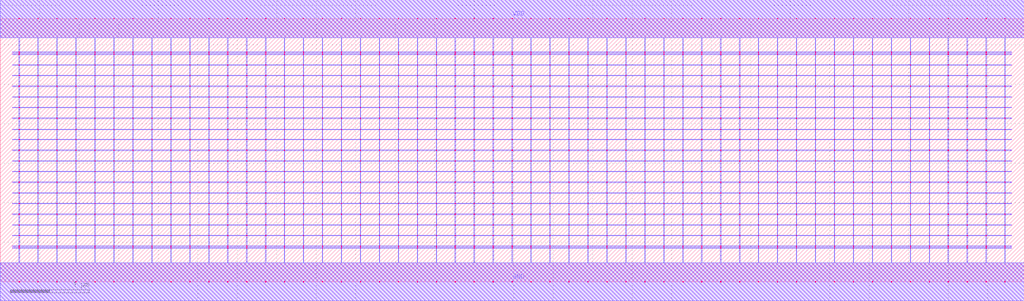
<source format=lef>
MACRO CLKBUF1
 CLASS CORE ;
 FOREIGN CLKBUF1 0 0 ;
 SIZE 12.96 BY 3.33 ;
 ORIGIN 0 0 ;
 SYMMETRY X Y R90 ;
 SITE unit ;
  PIN VDD
   DIRECTION INOUT ;
   USE POWER ;
   SHAPE ABUTMENT ;
    PORT
     CLASS CORE ;
       LAYER li1 ;
        RECT 0.00000000 3.09000000 12.96000000 3.57000000 ;
       LAYER met1 ;
        RECT 0.00000000 3.09000000 12.96000000 3.57000000 ;
    END
  END VDD

  PIN GND
   DIRECTION INOUT ;
   USE POWER ;
   SHAPE ABUTMENT ;
    PORT
     CLASS CORE ;
       LAYER li1 ;
        RECT 0.00000000 -0.24000000 12.96000000 0.24000000 ;
       LAYER met1 ;
        RECT 0.00000000 -0.24000000 12.96000000 0.24000000 ;
    END
  END GND

 OBS
    LAYER polycont ;
     RECT 1.43600000 0.98600000 1.44400000 0.99400000 ;
     RECT 2.87600000 0.98600000 2.88400000 0.99400000 ;
     RECT 4.31600000 0.98600000 4.32400000 0.99400000 ;
     RECT 5.75600000 0.98600000 5.76400000 0.99400000 ;
     RECT 7.19600000 0.98600000 7.20400000 0.99400000 ;
     RECT 8.63600000 0.98600000 8.64400000 0.99400000 ;
     RECT 10.07600000 0.98600000 10.08400000 0.99400000 ;
     RECT 11.51600000 0.98600000 11.52400000 0.99400000 ;
     RECT 1.43600000 1.92100000 1.44400000 1.92900000 ;
     RECT 2.87600000 1.92100000 2.88400000 1.92900000 ;
     RECT 4.31600000 1.92100000 4.32400000 1.92900000 ;
     RECT 5.75600000 1.92100000 5.76400000 1.92900000 ;
     RECT 7.19600000 1.92100000 7.20400000 1.92900000 ;
     RECT 8.63600000 1.92100000 8.64400000 1.92900000 ;
     RECT 10.07600000 1.92100000 10.08400000 1.92900000 ;
     RECT 11.51600000 1.92100000 11.52400000 1.92900000 ;

    LAYER pdiffc ;
     RECT 0.71600000 2.33600000 0.72400000 2.34400000 ;
     RECT 0.95600000 2.33600000 0.96400000 2.34400000 ;
     RECT 1.91600000 2.33600000 1.92400000 2.34400000 ;
     RECT 2.15600000 2.33600000 2.16400000 2.34400000 ;
     RECT 2.39600000 2.33600000 2.40400000 2.34400000 ;
     RECT 3.35600000 2.33600000 3.36400000 2.34400000 ;
     RECT 3.59600000 2.33600000 3.60400000 2.34400000 ;
     RECT 3.83600000 2.33600000 3.84400000 2.34400000 ;
     RECT 4.79600000 2.33600000 4.80400000 2.34400000 ;
     RECT 5.03600000 2.33600000 5.04400000 2.34400000 ;
     RECT 5.27600000 2.33600000 5.28400000 2.34400000 ;
     RECT 6.23600000 2.33600000 6.24400000 2.34400000 ;
     RECT 6.47600000 2.33600000 6.48400000 2.34400000 ;
     RECT 6.71600000 2.33600000 6.72400000 2.34400000 ;
     RECT 7.67600000 2.33600000 7.68400000 2.34400000 ;
     RECT 7.91600000 2.33600000 7.92400000 2.34400000 ;
     RECT 8.15600000 2.33600000 8.16400000 2.34400000 ;
     RECT 9.11600000 2.33600000 9.12400000 2.34400000 ;
     RECT 9.35600000 2.33600000 9.36400000 2.34400000 ;
     RECT 9.59600000 2.33600000 9.60400000 2.34400000 ;
     RECT 10.55600000 2.33600000 10.56400000 2.34400000 ;
     RECT 10.79600000 2.33600000 10.80400000 2.34400000 ;
     RECT 11.03600000 2.33600000 11.04400000 2.34400000 ;
     RECT 11.99600000 2.33600000 12.00400000 2.34400000 ;
     RECT 12.23600000 2.33600000 12.24400000 2.34400000 ;
     RECT 0.71600000 2.47100000 0.72400000 2.47900000 ;
     RECT 0.95600000 2.47100000 0.96400000 2.47900000 ;
     RECT 1.91600000 2.47100000 1.92400000 2.47900000 ;
     RECT 2.15600000 2.47100000 2.16400000 2.47900000 ;
     RECT 2.39600000 2.47100000 2.40400000 2.47900000 ;
     RECT 3.35600000 2.47100000 3.36400000 2.47900000 ;
     RECT 3.59600000 2.47100000 3.60400000 2.47900000 ;
     RECT 3.83600000 2.47100000 3.84400000 2.47900000 ;
     RECT 4.79600000 2.47100000 4.80400000 2.47900000 ;
     RECT 5.03600000 2.47100000 5.04400000 2.47900000 ;
     RECT 5.27600000 2.47100000 5.28400000 2.47900000 ;
     RECT 6.23600000 2.47100000 6.24400000 2.47900000 ;
     RECT 6.47600000 2.47100000 6.48400000 2.47900000 ;
     RECT 6.71600000 2.47100000 6.72400000 2.47900000 ;
     RECT 7.67600000 2.47100000 7.68400000 2.47900000 ;
     RECT 7.91600000 2.47100000 7.92400000 2.47900000 ;
     RECT 8.15600000 2.47100000 8.16400000 2.47900000 ;
     RECT 9.11600000 2.47100000 9.12400000 2.47900000 ;
     RECT 9.35600000 2.47100000 9.36400000 2.47900000 ;
     RECT 9.59600000 2.47100000 9.60400000 2.47900000 ;
     RECT 10.55600000 2.47100000 10.56400000 2.47900000 ;
     RECT 10.79600000 2.47100000 10.80400000 2.47900000 ;
     RECT 11.03600000 2.47100000 11.04400000 2.47900000 ;
     RECT 11.99600000 2.47100000 12.00400000 2.47900000 ;
     RECT 12.23600000 2.47100000 12.24400000 2.47900000 ;
     RECT 0.71600000 2.60600000 0.72400000 2.61400000 ;
     RECT 0.95600000 2.60600000 0.96400000 2.61400000 ;
     RECT 1.91600000 2.60600000 1.92400000 2.61400000 ;
     RECT 2.15600000 2.60600000 2.16400000 2.61400000 ;
     RECT 2.39600000 2.60600000 2.40400000 2.61400000 ;
     RECT 3.35600000 2.60600000 3.36400000 2.61400000 ;
     RECT 3.59600000 2.60600000 3.60400000 2.61400000 ;
     RECT 3.83600000 2.60600000 3.84400000 2.61400000 ;
     RECT 4.79600000 2.60600000 4.80400000 2.61400000 ;
     RECT 5.03600000 2.60600000 5.04400000 2.61400000 ;
     RECT 5.27600000 2.60600000 5.28400000 2.61400000 ;
     RECT 6.23600000 2.60600000 6.24400000 2.61400000 ;
     RECT 6.47600000 2.60600000 6.48400000 2.61400000 ;
     RECT 6.71600000 2.60600000 6.72400000 2.61400000 ;
     RECT 7.67600000 2.60600000 7.68400000 2.61400000 ;
     RECT 7.91600000 2.60600000 7.92400000 2.61400000 ;
     RECT 8.15600000 2.60600000 8.16400000 2.61400000 ;
     RECT 9.11600000 2.60600000 9.12400000 2.61400000 ;
     RECT 9.35600000 2.60600000 9.36400000 2.61400000 ;
     RECT 9.59600000 2.60600000 9.60400000 2.61400000 ;
     RECT 10.55600000 2.60600000 10.56400000 2.61400000 ;
     RECT 10.79600000 2.60600000 10.80400000 2.61400000 ;
     RECT 11.03600000 2.60600000 11.04400000 2.61400000 ;
     RECT 11.99600000 2.60600000 12.00400000 2.61400000 ;
     RECT 12.23600000 2.60600000 12.24400000 2.61400000 ;
     RECT 0.71600000 2.74100000 0.72400000 2.74900000 ;
     RECT 0.95600000 2.74100000 0.96400000 2.74900000 ;
     RECT 1.91600000 2.74100000 1.92400000 2.74900000 ;
     RECT 2.15600000 2.74100000 2.16400000 2.74900000 ;
     RECT 2.39600000 2.74100000 2.40400000 2.74900000 ;
     RECT 3.35600000 2.74100000 3.36400000 2.74900000 ;
     RECT 3.59600000 2.74100000 3.60400000 2.74900000 ;
     RECT 3.83600000 2.74100000 3.84400000 2.74900000 ;
     RECT 4.79600000 2.74100000 4.80400000 2.74900000 ;
     RECT 5.03600000 2.74100000 5.04400000 2.74900000 ;
     RECT 5.27600000 2.74100000 5.28400000 2.74900000 ;
     RECT 6.23600000 2.74100000 6.24400000 2.74900000 ;
     RECT 6.47600000 2.74100000 6.48400000 2.74900000 ;
     RECT 6.71600000 2.74100000 6.72400000 2.74900000 ;
     RECT 7.67600000 2.74100000 7.68400000 2.74900000 ;
     RECT 7.91600000 2.74100000 7.92400000 2.74900000 ;
     RECT 8.15600000 2.74100000 8.16400000 2.74900000 ;
     RECT 9.11600000 2.74100000 9.12400000 2.74900000 ;
     RECT 9.35600000 2.74100000 9.36400000 2.74900000 ;
     RECT 9.59600000 2.74100000 9.60400000 2.74900000 ;
     RECT 10.55600000 2.74100000 10.56400000 2.74900000 ;
     RECT 10.79600000 2.74100000 10.80400000 2.74900000 ;
     RECT 11.03600000 2.74100000 11.04400000 2.74900000 ;
     RECT 11.99600000 2.74100000 12.00400000 2.74900000 ;
     RECT 12.23600000 2.74100000 12.24400000 2.74900000 ;
     RECT 0.71600000 2.87600000 0.72400000 2.88400000 ;
     RECT 0.95600000 2.87600000 0.96400000 2.88400000 ;
     RECT 1.91600000 2.87600000 1.92400000 2.88400000 ;
     RECT 2.15600000 2.87600000 2.16400000 2.88400000 ;
     RECT 2.39600000 2.87600000 2.40400000 2.88400000 ;
     RECT 3.35600000 2.87600000 3.36400000 2.88400000 ;
     RECT 3.59600000 2.87600000 3.60400000 2.88400000 ;
     RECT 3.83600000 2.87600000 3.84400000 2.88400000 ;
     RECT 4.79600000 2.87600000 4.80400000 2.88400000 ;
     RECT 5.03600000 2.87600000 5.04400000 2.88400000 ;
     RECT 5.27600000 2.87600000 5.28400000 2.88400000 ;
     RECT 6.23600000 2.87600000 6.24400000 2.88400000 ;
     RECT 6.47600000 2.87600000 6.48400000 2.88400000 ;
     RECT 6.71600000 2.87600000 6.72400000 2.88400000 ;
     RECT 7.67600000 2.87600000 7.68400000 2.88400000 ;
     RECT 7.91600000 2.87600000 7.92400000 2.88400000 ;
     RECT 8.15600000 2.87600000 8.16400000 2.88400000 ;
     RECT 9.11600000 2.87600000 9.12400000 2.88400000 ;
     RECT 9.35600000 2.87600000 9.36400000 2.88400000 ;
     RECT 9.59600000 2.87600000 9.60400000 2.88400000 ;
     RECT 10.55600000 2.87600000 10.56400000 2.88400000 ;
     RECT 10.79600000 2.87600000 10.80400000 2.88400000 ;
     RECT 11.03600000 2.87600000 11.04400000 2.88400000 ;
     RECT 11.99600000 2.87600000 12.00400000 2.88400000 ;
     RECT 12.23600000 2.87600000 12.24400000 2.88400000 ;
     RECT 0.71600000 2.90100000 0.72400000 2.90900000 ;
     RECT 0.95600000 2.90100000 0.96400000 2.90900000 ;
     RECT 1.91600000 2.90100000 1.92400000 2.90900000 ;
     RECT 2.15600000 2.90100000 2.16400000 2.90900000 ;
     RECT 2.39600000 2.90100000 2.40400000 2.90900000 ;
     RECT 3.35600000 2.90100000 3.36400000 2.90900000 ;
     RECT 3.59600000 2.90100000 3.60400000 2.90900000 ;
     RECT 3.83600000 2.90100000 3.84400000 2.90900000 ;
     RECT 4.79600000 2.90100000 4.80400000 2.90900000 ;
     RECT 5.03600000 2.90100000 5.04400000 2.90900000 ;
     RECT 5.27600000 2.90100000 5.28400000 2.90900000 ;
     RECT 6.23600000 2.90100000 6.24400000 2.90900000 ;
     RECT 6.47600000 2.90100000 6.48400000 2.90900000 ;
     RECT 6.71600000 2.90100000 6.72400000 2.90900000 ;
     RECT 7.67600000 2.90100000 7.68400000 2.90900000 ;
     RECT 7.91600000 2.90100000 7.92400000 2.90900000 ;
     RECT 8.15600000 2.90100000 8.16400000 2.90900000 ;
     RECT 9.11600000 2.90100000 9.12400000 2.90900000 ;
     RECT 9.35600000 2.90100000 9.36400000 2.90900000 ;
     RECT 9.59600000 2.90100000 9.60400000 2.90900000 ;
     RECT 10.55600000 2.90100000 10.56400000 2.90900000 ;
     RECT 10.79600000 2.90100000 10.80400000 2.90900000 ;
     RECT 11.03600000 2.90100000 11.04400000 2.90900000 ;
     RECT 11.99600000 2.90100000 12.00400000 2.90900000 ;
     RECT 12.23600000 2.90100000 12.24400000 2.90900000 ;

    LAYER ndiffc ;
     RECT 0.71600000 0.42100000 0.72400000 0.42900000 ;
     RECT 0.95600000 0.42100000 0.96400000 0.42900000 ;
     RECT 1.91600000 0.42100000 1.92400000 0.42900000 ;
     RECT 2.15600000 0.42100000 2.16400000 0.42900000 ;
     RECT 2.39600000 0.42100000 2.40400000 0.42900000 ;
     RECT 3.35600000 0.42100000 3.36400000 0.42900000 ;
     RECT 3.59600000 0.42100000 3.60400000 0.42900000 ;
     RECT 3.83600000 0.42100000 3.84400000 0.42900000 ;
     RECT 4.79600000 0.42100000 4.80400000 0.42900000 ;
     RECT 5.03600000 0.42100000 5.04400000 0.42900000 ;
     RECT 5.27600000 0.42100000 5.28400000 0.42900000 ;
     RECT 6.23600000 0.42100000 6.24400000 0.42900000 ;
     RECT 6.47600000 0.42100000 6.48400000 0.42900000 ;
     RECT 6.71600000 0.42100000 6.72400000 0.42900000 ;
     RECT 7.67600000 0.42100000 7.68400000 0.42900000 ;
     RECT 7.91600000 0.42100000 7.92400000 0.42900000 ;
     RECT 8.15600000 0.42100000 8.16400000 0.42900000 ;
     RECT 9.11600000 0.42100000 9.12400000 0.42900000 ;
     RECT 9.35600000 0.42100000 9.36400000 0.42900000 ;
     RECT 9.59600000 0.42100000 9.60400000 0.42900000 ;
     RECT 10.55600000 0.42100000 10.56400000 0.42900000 ;
     RECT 10.79600000 0.42100000 10.80400000 0.42900000 ;
     RECT 11.03600000 0.42100000 11.04400000 0.42900000 ;
     RECT 11.99600000 0.42100000 12.00400000 0.42900000 ;
     RECT 12.23600000 0.42100000 12.24400000 0.42900000 ;
     RECT 0.71600000 0.44600000 0.72400000 0.45400000 ;
     RECT 0.95600000 0.44600000 0.96400000 0.45400000 ;
     RECT 1.91600000 0.44600000 1.92400000 0.45400000 ;
     RECT 2.15600000 0.44600000 2.16400000 0.45400000 ;
     RECT 2.39600000 0.44600000 2.40400000 0.45400000 ;
     RECT 3.35600000 0.44600000 3.36400000 0.45400000 ;
     RECT 3.59600000 0.44600000 3.60400000 0.45400000 ;
     RECT 3.83600000 0.44600000 3.84400000 0.45400000 ;
     RECT 4.79600000 0.44600000 4.80400000 0.45400000 ;
     RECT 5.03600000 0.44600000 5.04400000 0.45400000 ;
     RECT 5.27600000 0.44600000 5.28400000 0.45400000 ;
     RECT 6.23600000 0.44600000 6.24400000 0.45400000 ;
     RECT 6.47600000 0.44600000 6.48400000 0.45400000 ;
     RECT 6.71600000 0.44600000 6.72400000 0.45400000 ;
     RECT 7.67600000 0.44600000 7.68400000 0.45400000 ;
     RECT 7.91600000 0.44600000 7.92400000 0.45400000 ;
     RECT 8.15600000 0.44600000 8.16400000 0.45400000 ;
     RECT 9.11600000 0.44600000 9.12400000 0.45400000 ;
     RECT 9.35600000 0.44600000 9.36400000 0.45400000 ;
     RECT 9.59600000 0.44600000 9.60400000 0.45400000 ;
     RECT 10.55600000 0.44600000 10.56400000 0.45400000 ;
     RECT 10.79600000 0.44600000 10.80400000 0.45400000 ;
     RECT 11.03600000 0.44600000 11.04400000 0.45400000 ;
     RECT 11.99600000 0.44600000 12.00400000 0.45400000 ;
     RECT 12.23600000 0.44600000 12.24400000 0.45400000 ;
     RECT 0.71600000 0.58100000 0.72400000 0.58900000 ;
     RECT 0.95600000 0.58100000 0.96400000 0.58900000 ;
     RECT 1.91600000 0.58100000 1.92400000 0.58900000 ;
     RECT 2.15600000 0.58100000 2.16400000 0.58900000 ;
     RECT 2.39600000 0.58100000 2.40400000 0.58900000 ;
     RECT 3.35600000 0.58100000 3.36400000 0.58900000 ;
     RECT 3.59600000 0.58100000 3.60400000 0.58900000 ;
     RECT 3.83600000 0.58100000 3.84400000 0.58900000 ;
     RECT 4.79600000 0.58100000 4.80400000 0.58900000 ;
     RECT 5.03600000 0.58100000 5.04400000 0.58900000 ;
     RECT 5.27600000 0.58100000 5.28400000 0.58900000 ;
     RECT 6.23600000 0.58100000 6.24400000 0.58900000 ;
     RECT 6.47600000 0.58100000 6.48400000 0.58900000 ;
     RECT 6.71600000 0.58100000 6.72400000 0.58900000 ;
     RECT 7.67600000 0.58100000 7.68400000 0.58900000 ;
     RECT 7.91600000 0.58100000 7.92400000 0.58900000 ;
     RECT 8.15600000 0.58100000 8.16400000 0.58900000 ;
     RECT 9.11600000 0.58100000 9.12400000 0.58900000 ;
     RECT 9.35600000 0.58100000 9.36400000 0.58900000 ;
     RECT 9.59600000 0.58100000 9.60400000 0.58900000 ;
     RECT 10.55600000 0.58100000 10.56400000 0.58900000 ;
     RECT 10.79600000 0.58100000 10.80400000 0.58900000 ;
     RECT 11.03600000 0.58100000 11.04400000 0.58900000 ;
     RECT 11.99600000 0.58100000 12.00400000 0.58900000 ;
     RECT 12.23600000 0.58100000 12.24400000 0.58900000 ;

    LAYER li1 ;
     RECT 0.00000000 -0.24000000 12.96000000 0.24000000 ;
     RECT 0.23600000 0.24000000 0.24400000 0.42100000 ;
     RECT 0.47600000 0.24000000 0.48400000 0.42100000 ;
     RECT 0.71600000 0.24000000 0.72400000 0.42100000 ;
     RECT 0.95600000 0.24000000 0.96400000 0.42100000 ;
     RECT 1.19600000 0.24000000 1.20400000 0.42100000 ;
     RECT 1.43600000 0.24000000 1.44400000 0.42100000 ;
     RECT 1.67600000 0.24000000 1.68400000 0.42100000 ;
     RECT 1.91600000 0.24000000 1.92400000 0.42100000 ;
     RECT 2.15600000 0.24000000 2.16400000 0.42100000 ;
     RECT 2.39600000 0.24000000 2.40400000 0.42100000 ;
     RECT 2.63600000 0.24000000 2.64400000 0.42100000 ;
     RECT 2.87600000 0.24000000 2.88400000 0.42100000 ;
     RECT 3.11600000 0.24000000 3.12400000 0.42100000 ;
     RECT 3.35600000 0.24000000 3.36400000 0.42100000 ;
     RECT 3.59600000 0.24000000 3.60400000 0.42100000 ;
     RECT 3.83600000 0.24000000 3.84400000 0.42100000 ;
     RECT 4.07600000 0.24000000 4.08400000 0.42100000 ;
     RECT 4.31600000 0.24000000 4.32400000 0.42100000 ;
     RECT 4.55600000 0.24000000 4.56400000 0.42100000 ;
     RECT 4.79600000 0.24000000 4.80400000 0.42100000 ;
     RECT 5.03600000 0.24000000 5.04400000 0.42100000 ;
     RECT 5.27600000 0.24000000 5.28400000 0.42100000 ;
     RECT 5.51600000 0.24000000 5.52400000 0.42100000 ;
     RECT 5.75600000 0.24000000 5.76400000 0.42100000 ;
     RECT 5.99600000 0.24000000 6.00400000 0.42100000 ;
     RECT 6.23600000 0.24000000 6.24400000 0.42100000 ;
     RECT 6.47600000 0.24000000 6.48400000 0.42100000 ;
     RECT 6.71600000 0.24000000 6.72400000 0.42100000 ;
     RECT 6.95600000 0.24000000 6.96400000 0.42100000 ;
     RECT 7.19600000 0.24000000 7.20400000 0.42100000 ;
     RECT 7.43600000 0.24000000 7.44400000 0.42100000 ;
     RECT 7.67600000 0.24000000 7.68400000 0.42100000 ;
     RECT 7.91600000 0.24000000 7.92400000 0.42100000 ;
     RECT 8.15600000 0.24000000 8.16400000 0.42100000 ;
     RECT 8.39600000 0.24000000 8.40400000 0.42100000 ;
     RECT 8.63600000 0.24000000 8.64400000 0.42100000 ;
     RECT 8.87600000 0.24000000 8.88400000 0.42100000 ;
     RECT 9.11600000 0.24000000 9.12400000 0.42100000 ;
     RECT 9.35600000 0.24000000 9.36400000 0.42100000 ;
     RECT 9.59600000 0.24000000 9.60400000 0.42100000 ;
     RECT 9.83600000 0.24000000 9.84400000 0.42100000 ;
     RECT 10.07600000 0.24000000 10.08400000 0.42100000 ;
     RECT 10.31600000 0.24000000 10.32400000 0.42100000 ;
     RECT 10.55600000 0.24000000 10.56400000 0.42100000 ;
     RECT 10.79600000 0.24000000 10.80400000 0.42100000 ;
     RECT 11.03600000 0.24000000 11.04400000 0.42100000 ;
     RECT 11.27600000 0.24000000 11.28400000 0.42100000 ;
     RECT 11.51600000 0.24000000 11.52400000 0.42100000 ;
     RECT 11.75600000 0.24000000 11.76400000 0.42100000 ;
     RECT 11.99600000 0.24000000 12.00400000 0.42100000 ;
     RECT 12.23600000 0.24000000 12.24400000 0.42100000 ;
     RECT 12.47600000 0.24000000 12.48400000 0.42100000 ;
     RECT 12.71600000 0.24000000 12.72400000 0.42100000 ;
     RECT 0.15500000 0.42100000 12.80500000 0.42900000 ;
     RECT 0.23600000 0.42900000 0.24400000 0.44600000 ;
     RECT 0.47600000 0.42900000 0.48400000 0.44600000 ;
     RECT 0.71600000 0.42900000 0.72400000 0.44600000 ;
     RECT 0.95600000 0.42900000 0.96400000 0.44600000 ;
     RECT 1.19600000 0.42900000 1.20400000 0.44600000 ;
     RECT 1.43600000 0.42900000 1.44400000 0.44600000 ;
     RECT 1.67600000 0.42900000 1.68400000 0.44600000 ;
     RECT 1.91600000 0.42900000 1.92400000 0.44600000 ;
     RECT 2.15600000 0.42900000 2.16400000 0.44600000 ;
     RECT 2.39600000 0.42900000 2.40400000 0.44600000 ;
     RECT 2.63600000 0.42900000 2.64400000 0.44600000 ;
     RECT 2.87600000 0.42900000 2.88400000 0.44600000 ;
     RECT 3.11600000 0.42900000 3.12400000 0.44600000 ;
     RECT 3.35600000 0.42900000 3.36400000 0.44600000 ;
     RECT 3.59600000 0.42900000 3.60400000 0.44600000 ;
     RECT 3.83600000 0.42900000 3.84400000 0.44600000 ;
     RECT 4.07600000 0.42900000 4.08400000 0.44600000 ;
     RECT 4.31600000 0.42900000 4.32400000 0.44600000 ;
     RECT 4.55600000 0.42900000 4.56400000 0.44600000 ;
     RECT 4.79600000 0.42900000 4.80400000 0.44600000 ;
     RECT 5.03600000 0.42900000 5.04400000 0.44600000 ;
     RECT 5.27600000 0.42900000 5.28400000 0.44600000 ;
     RECT 5.51600000 0.42900000 5.52400000 0.44600000 ;
     RECT 5.75600000 0.42900000 5.76400000 0.44600000 ;
     RECT 5.99600000 0.42900000 6.00400000 0.44600000 ;
     RECT 6.23600000 0.42900000 6.24400000 0.44600000 ;
     RECT 6.47600000 0.42900000 6.48400000 0.44600000 ;
     RECT 6.71600000 0.42900000 6.72400000 0.44600000 ;
     RECT 6.95600000 0.42900000 6.96400000 0.44600000 ;
     RECT 7.19600000 0.42900000 7.20400000 0.44600000 ;
     RECT 7.43600000 0.42900000 7.44400000 0.44600000 ;
     RECT 7.67600000 0.42900000 7.68400000 0.44600000 ;
     RECT 7.91600000 0.42900000 7.92400000 0.44600000 ;
     RECT 8.15600000 0.42900000 8.16400000 0.44600000 ;
     RECT 8.39600000 0.42900000 8.40400000 0.44600000 ;
     RECT 8.63600000 0.42900000 8.64400000 0.44600000 ;
     RECT 8.87600000 0.42900000 8.88400000 0.44600000 ;
     RECT 9.11600000 0.42900000 9.12400000 0.44600000 ;
     RECT 9.35600000 0.42900000 9.36400000 0.44600000 ;
     RECT 9.59600000 0.42900000 9.60400000 0.44600000 ;
     RECT 9.83600000 0.42900000 9.84400000 0.44600000 ;
     RECT 10.07600000 0.42900000 10.08400000 0.44600000 ;
     RECT 10.31600000 0.42900000 10.32400000 0.44600000 ;
     RECT 10.55600000 0.42900000 10.56400000 0.44600000 ;
     RECT 10.79600000 0.42900000 10.80400000 0.44600000 ;
     RECT 11.03600000 0.42900000 11.04400000 0.44600000 ;
     RECT 11.27600000 0.42900000 11.28400000 0.44600000 ;
     RECT 11.51600000 0.42900000 11.52400000 0.44600000 ;
     RECT 11.75600000 0.42900000 11.76400000 0.44600000 ;
     RECT 11.99600000 0.42900000 12.00400000 0.44600000 ;
     RECT 12.23600000 0.42900000 12.24400000 0.44600000 ;
     RECT 12.47600000 0.42900000 12.48400000 0.44600000 ;
     RECT 12.71600000 0.42900000 12.72400000 0.44600000 ;
     RECT 0.15500000 0.44600000 12.80500000 0.45400000 ;
     RECT 0.23600000 0.45400000 0.24400000 0.58100000 ;
     RECT 0.47600000 0.45400000 0.48400000 0.58100000 ;
     RECT 0.71600000 0.45400000 0.72400000 0.58100000 ;
     RECT 0.95600000 0.45400000 0.96400000 0.58100000 ;
     RECT 1.19600000 0.45400000 1.20400000 0.58100000 ;
     RECT 1.43600000 0.45400000 1.44400000 0.58100000 ;
     RECT 1.67600000 0.45400000 1.68400000 0.58100000 ;
     RECT 1.91600000 0.45400000 1.92400000 0.58100000 ;
     RECT 2.15600000 0.45400000 2.16400000 0.58100000 ;
     RECT 2.39600000 0.45400000 2.40400000 0.58100000 ;
     RECT 2.63600000 0.45400000 2.64400000 0.58100000 ;
     RECT 2.87600000 0.45400000 2.88400000 0.58100000 ;
     RECT 3.11600000 0.45400000 3.12400000 0.58100000 ;
     RECT 3.35600000 0.45400000 3.36400000 0.58100000 ;
     RECT 3.59600000 0.45400000 3.60400000 0.58100000 ;
     RECT 3.83600000 0.45400000 3.84400000 0.58100000 ;
     RECT 4.07600000 0.45400000 4.08400000 0.58100000 ;
     RECT 4.31600000 0.45400000 4.32400000 0.58100000 ;
     RECT 4.55600000 0.45400000 4.56400000 0.58100000 ;
     RECT 4.79600000 0.45400000 4.80400000 0.58100000 ;
     RECT 5.03600000 0.45400000 5.04400000 0.58100000 ;
     RECT 5.27600000 0.45400000 5.28400000 0.58100000 ;
     RECT 5.51600000 0.45400000 5.52400000 0.58100000 ;
     RECT 5.75600000 0.45400000 5.76400000 0.58100000 ;
     RECT 5.99600000 0.45400000 6.00400000 0.58100000 ;
     RECT 6.23600000 0.45400000 6.24400000 0.58100000 ;
     RECT 6.47600000 0.45400000 6.48400000 0.58100000 ;
     RECT 6.71600000 0.45400000 6.72400000 0.58100000 ;
     RECT 6.95600000 0.45400000 6.96400000 0.58100000 ;
     RECT 7.19600000 0.45400000 7.20400000 0.58100000 ;
     RECT 7.43600000 0.45400000 7.44400000 0.58100000 ;
     RECT 7.67600000 0.45400000 7.68400000 0.58100000 ;
     RECT 7.91600000 0.45400000 7.92400000 0.58100000 ;
     RECT 8.15600000 0.45400000 8.16400000 0.58100000 ;
     RECT 8.39600000 0.45400000 8.40400000 0.58100000 ;
     RECT 8.63600000 0.45400000 8.64400000 0.58100000 ;
     RECT 8.87600000 0.45400000 8.88400000 0.58100000 ;
     RECT 9.11600000 0.45400000 9.12400000 0.58100000 ;
     RECT 9.35600000 0.45400000 9.36400000 0.58100000 ;
     RECT 9.59600000 0.45400000 9.60400000 0.58100000 ;
     RECT 9.83600000 0.45400000 9.84400000 0.58100000 ;
     RECT 10.07600000 0.45400000 10.08400000 0.58100000 ;
     RECT 10.31600000 0.45400000 10.32400000 0.58100000 ;
     RECT 10.55600000 0.45400000 10.56400000 0.58100000 ;
     RECT 10.79600000 0.45400000 10.80400000 0.58100000 ;
     RECT 11.03600000 0.45400000 11.04400000 0.58100000 ;
     RECT 11.27600000 0.45400000 11.28400000 0.58100000 ;
     RECT 11.51600000 0.45400000 11.52400000 0.58100000 ;
     RECT 11.75600000 0.45400000 11.76400000 0.58100000 ;
     RECT 11.99600000 0.45400000 12.00400000 0.58100000 ;
     RECT 12.23600000 0.45400000 12.24400000 0.58100000 ;
     RECT 12.47600000 0.45400000 12.48400000 0.58100000 ;
     RECT 12.71600000 0.45400000 12.72400000 0.58100000 ;
     RECT 0.15500000 0.58100000 12.80500000 0.58900000 ;
     RECT 0.23600000 0.58900000 0.24400000 0.71600000 ;
     RECT 0.47600000 0.58900000 0.48400000 0.71600000 ;
     RECT 0.71600000 0.58900000 0.72400000 0.71600000 ;
     RECT 0.95600000 0.58900000 0.96400000 0.71600000 ;
     RECT 1.19600000 0.58900000 1.20400000 0.71600000 ;
     RECT 1.43600000 0.58900000 1.44400000 0.71600000 ;
     RECT 1.67600000 0.58900000 1.68400000 0.71600000 ;
     RECT 1.91600000 0.58900000 1.92400000 0.71600000 ;
     RECT 2.15600000 0.58900000 2.16400000 0.71600000 ;
     RECT 2.39600000 0.58900000 2.40400000 0.71600000 ;
     RECT 2.63600000 0.58900000 2.64400000 0.71600000 ;
     RECT 2.87600000 0.58900000 2.88400000 0.71600000 ;
     RECT 3.11600000 0.58900000 3.12400000 0.71600000 ;
     RECT 3.35600000 0.58900000 3.36400000 0.71600000 ;
     RECT 3.59600000 0.58900000 3.60400000 0.71600000 ;
     RECT 3.83600000 0.58900000 3.84400000 0.71600000 ;
     RECT 4.07600000 0.58900000 4.08400000 0.71600000 ;
     RECT 4.31600000 0.58900000 4.32400000 0.71600000 ;
     RECT 4.55600000 0.58900000 4.56400000 0.71600000 ;
     RECT 4.79600000 0.58900000 4.80400000 0.71600000 ;
     RECT 5.03600000 0.58900000 5.04400000 0.71600000 ;
     RECT 5.27600000 0.58900000 5.28400000 0.71600000 ;
     RECT 5.51600000 0.58900000 5.52400000 0.71600000 ;
     RECT 5.75600000 0.58900000 5.76400000 0.71600000 ;
     RECT 5.99600000 0.58900000 6.00400000 0.71600000 ;
     RECT 6.23600000 0.58900000 6.24400000 0.71600000 ;
     RECT 6.47600000 0.58900000 6.48400000 0.71600000 ;
     RECT 6.71600000 0.58900000 6.72400000 0.71600000 ;
     RECT 6.95600000 0.58900000 6.96400000 0.71600000 ;
     RECT 7.19600000 0.58900000 7.20400000 0.71600000 ;
     RECT 7.43600000 0.58900000 7.44400000 0.71600000 ;
     RECT 7.67600000 0.58900000 7.68400000 0.71600000 ;
     RECT 7.91600000 0.58900000 7.92400000 0.71600000 ;
     RECT 8.15600000 0.58900000 8.16400000 0.71600000 ;
     RECT 8.39600000 0.58900000 8.40400000 0.71600000 ;
     RECT 8.63600000 0.58900000 8.64400000 0.71600000 ;
     RECT 8.87600000 0.58900000 8.88400000 0.71600000 ;
     RECT 9.11600000 0.58900000 9.12400000 0.71600000 ;
     RECT 9.35600000 0.58900000 9.36400000 0.71600000 ;
     RECT 9.59600000 0.58900000 9.60400000 0.71600000 ;
     RECT 9.83600000 0.58900000 9.84400000 0.71600000 ;
     RECT 10.07600000 0.58900000 10.08400000 0.71600000 ;
     RECT 10.31600000 0.58900000 10.32400000 0.71600000 ;
     RECT 10.55600000 0.58900000 10.56400000 0.71600000 ;
     RECT 10.79600000 0.58900000 10.80400000 0.71600000 ;
     RECT 11.03600000 0.58900000 11.04400000 0.71600000 ;
     RECT 11.27600000 0.58900000 11.28400000 0.71600000 ;
     RECT 11.51600000 0.58900000 11.52400000 0.71600000 ;
     RECT 11.75600000 0.58900000 11.76400000 0.71600000 ;
     RECT 11.99600000 0.58900000 12.00400000 0.71600000 ;
     RECT 12.23600000 0.58900000 12.24400000 0.71600000 ;
     RECT 12.47600000 0.58900000 12.48400000 0.71600000 ;
     RECT 12.71600000 0.58900000 12.72400000 0.71600000 ;
     RECT 0.15500000 0.71600000 12.80500000 0.72400000 ;
     RECT 0.23600000 0.72400000 0.24400000 0.85100000 ;
     RECT 0.47600000 0.72400000 0.48400000 0.85100000 ;
     RECT 0.71600000 0.72400000 0.72400000 0.85100000 ;
     RECT 0.95600000 0.72400000 0.96400000 0.85100000 ;
     RECT 1.19600000 0.72400000 1.20400000 0.85100000 ;
     RECT 1.43600000 0.72400000 1.44400000 0.85100000 ;
     RECT 1.67600000 0.72400000 1.68400000 0.85100000 ;
     RECT 1.91600000 0.72400000 1.92400000 0.85100000 ;
     RECT 2.15600000 0.72400000 2.16400000 0.85100000 ;
     RECT 2.39600000 0.72400000 2.40400000 0.85100000 ;
     RECT 2.63600000 0.72400000 2.64400000 0.85100000 ;
     RECT 2.87600000 0.72400000 2.88400000 0.85100000 ;
     RECT 3.11600000 0.72400000 3.12400000 0.85100000 ;
     RECT 3.35600000 0.72400000 3.36400000 0.85100000 ;
     RECT 3.59600000 0.72400000 3.60400000 0.85100000 ;
     RECT 3.83600000 0.72400000 3.84400000 0.85100000 ;
     RECT 4.07600000 0.72400000 4.08400000 0.85100000 ;
     RECT 4.31600000 0.72400000 4.32400000 0.85100000 ;
     RECT 4.55600000 0.72400000 4.56400000 0.85100000 ;
     RECT 4.79600000 0.72400000 4.80400000 0.85100000 ;
     RECT 5.03600000 0.72400000 5.04400000 0.85100000 ;
     RECT 5.27600000 0.72400000 5.28400000 0.85100000 ;
     RECT 5.51600000 0.72400000 5.52400000 0.85100000 ;
     RECT 5.75600000 0.72400000 5.76400000 0.85100000 ;
     RECT 5.99600000 0.72400000 6.00400000 0.85100000 ;
     RECT 6.23600000 0.72400000 6.24400000 0.85100000 ;
     RECT 6.47600000 0.72400000 6.48400000 0.85100000 ;
     RECT 6.71600000 0.72400000 6.72400000 0.85100000 ;
     RECT 6.95600000 0.72400000 6.96400000 0.85100000 ;
     RECT 7.19600000 0.72400000 7.20400000 0.85100000 ;
     RECT 7.43600000 0.72400000 7.44400000 0.85100000 ;
     RECT 7.67600000 0.72400000 7.68400000 0.85100000 ;
     RECT 7.91600000 0.72400000 7.92400000 0.85100000 ;
     RECT 8.15600000 0.72400000 8.16400000 0.85100000 ;
     RECT 8.39600000 0.72400000 8.40400000 0.85100000 ;
     RECT 8.63600000 0.72400000 8.64400000 0.85100000 ;
     RECT 8.87600000 0.72400000 8.88400000 0.85100000 ;
     RECT 9.11600000 0.72400000 9.12400000 0.85100000 ;
     RECT 9.35600000 0.72400000 9.36400000 0.85100000 ;
     RECT 9.59600000 0.72400000 9.60400000 0.85100000 ;
     RECT 9.83600000 0.72400000 9.84400000 0.85100000 ;
     RECT 10.07600000 0.72400000 10.08400000 0.85100000 ;
     RECT 10.31600000 0.72400000 10.32400000 0.85100000 ;
     RECT 10.55600000 0.72400000 10.56400000 0.85100000 ;
     RECT 10.79600000 0.72400000 10.80400000 0.85100000 ;
     RECT 11.03600000 0.72400000 11.04400000 0.85100000 ;
     RECT 11.27600000 0.72400000 11.28400000 0.85100000 ;
     RECT 11.51600000 0.72400000 11.52400000 0.85100000 ;
     RECT 11.75600000 0.72400000 11.76400000 0.85100000 ;
     RECT 11.99600000 0.72400000 12.00400000 0.85100000 ;
     RECT 12.23600000 0.72400000 12.24400000 0.85100000 ;
     RECT 12.47600000 0.72400000 12.48400000 0.85100000 ;
     RECT 12.71600000 0.72400000 12.72400000 0.85100000 ;
     RECT 0.15500000 0.85100000 12.80500000 0.85900000 ;
     RECT 0.23600000 0.85900000 0.24400000 0.98600000 ;
     RECT 0.47600000 0.85900000 0.48400000 0.98600000 ;
     RECT 0.71600000 0.85900000 0.72400000 0.98600000 ;
     RECT 0.95600000 0.85900000 0.96400000 0.98600000 ;
     RECT 1.19600000 0.85900000 1.20400000 0.98600000 ;
     RECT 1.43600000 0.85900000 1.44400000 0.98600000 ;
     RECT 1.67600000 0.85900000 1.68400000 0.98600000 ;
     RECT 1.91600000 0.85900000 1.92400000 0.98600000 ;
     RECT 2.15600000 0.85900000 2.16400000 0.98600000 ;
     RECT 2.39600000 0.85900000 2.40400000 0.98600000 ;
     RECT 2.63600000 0.85900000 2.64400000 0.98600000 ;
     RECT 2.87600000 0.85900000 2.88400000 0.98600000 ;
     RECT 3.11600000 0.85900000 3.12400000 0.98600000 ;
     RECT 3.35600000 0.85900000 3.36400000 0.98600000 ;
     RECT 3.59600000 0.85900000 3.60400000 0.98600000 ;
     RECT 3.83600000 0.85900000 3.84400000 0.98600000 ;
     RECT 4.07600000 0.85900000 4.08400000 0.98600000 ;
     RECT 4.31600000 0.85900000 4.32400000 0.98600000 ;
     RECT 4.55600000 0.85900000 4.56400000 0.98600000 ;
     RECT 4.79600000 0.85900000 4.80400000 0.98600000 ;
     RECT 5.03600000 0.85900000 5.04400000 0.98600000 ;
     RECT 5.27600000 0.85900000 5.28400000 0.98600000 ;
     RECT 5.51600000 0.85900000 5.52400000 0.98600000 ;
     RECT 5.75600000 0.85900000 5.76400000 0.98600000 ;
     RECT 5.99600000 0.85900000 6.00400000 0.98600000 ;
     RECT 6.23600000 0.85900000 6.24400000 0.98600000 ;
     RECT 6.47600000 0.85900000 6.48400000 0.98600000 ;
     RECT 6.71600000 0.85900000 6.72400000 0.98600000 ;
     RECT 6.95600000 0.85900000 6.96400000 0.98600000 ;
     RECT 7.19600000 0.85900000 7.20400000 0.98600000 ;
     RECT 7.43600000 0.85900000 7.44400000 0.98600000 ;
     RECT 7.67600000 0.85900000 7.68400000 0.98600000 ;
     RECT 7.91600000 0.85900000 7.92400000 0.98600000 ;
     RECT 8.15600000 0.85900000 8.16400000 0.98600000 ;
     RECT 8.39600000 0.85900000 8.40400000 0.98600000 ;
     RECT 8.63600000 0.85900000 8.64400000 0.98600000 ;
     RECT 8.87600000 0.85900000 8.88400000 0.98600000 ;
     RECT 9.11600000 0.85900000 9.12400000 0.98600000 ;
     RECT 9.35600000 0.85900000 9.36400000 0.98600000 ;
     RECT 9.59600000 0.85900000 9.60400000 0.98600000 ;
     RECT 9.83600000 0.85900000 9.84400000 0.98600000 ;
     RECT 10.07600000 0.85900000 10.08400000 0.98600000 ;
     RECT 10.31600000 0.85900000 10.32400000 0.98600000 ;
     RECT 10.55600000 0.85900000 10.56400000 0.98600000 ;
     RECT 10.79600000 0.85900000 10.80400000 0.98600000 ;
     RECT 11.03600000 0.85900000 11.04400000 0.98600000 ;
     RECT 11.27600000 0.85900000 11.28400000 0.98600000 ;
     RECT 11.51600000 0.85900000 11.52400000 0.98600000 ;
     RECT 11.75600000 0.85900000 11.76400000 0.98600000 ;
     RECT 11.99600000 0.85900000 12.00400000 0.98600000 ;
     RECT 12.23600000 0.85900000 12.24400000 0.98600000 ;
     RECT 12.47600000 0.85900000 12.48400000 0.98600000 ;
     RECT 12.71600000 0.85900000 12.72400000 0.98600000 ;
     RECT 0.15500000 0.98600000 12.80500000 0.99400000 ;
     RECT 0.23600000 0.99400000 0.24400000 1.12100000 ;
     RECT 0.47600000 0.99400000 0.48400000 1.12100000 ;
     RECT 0.71600000 0.99400000 0.72400000 1.12100000 ;
     RECT 0.95600000 0.99400000 0.96400000 1.12100000 ;
     RECT 1.19600000 0.99400000 1.20400000 1.12100000 ;
     RECT 1.43600000 0.99400000 1.44400000 1.12100000 ;
     RECT 1.67600000 0.99400000 1.68400000 1.12100000 ;
     RECT 1.91600000 0.99400000 1.92400000 1.12100000 ;
     RECT 2.15600000 0.99400000 2.16400000 1.12100000 ;
     RECT 2.39600000 0.99400000 2.40400000 1.12100000 ;
     RECT 2.63600000 0.99400000 2.64400000 1.12100000 ;
     RECT 2.87600000 0.99400000 2.88400000 1.12100000 ;
     RECT 3.11600000 0.99400000 3.12400000 1.12100000 ;
     RECT 3.35600000 0.99400000 3.36400000 1.12100000 ;
     RECT 3.59600000 0.99400000 3.60400000 1.12100000 ;
     RECT 3.83600000 0.99400000 3.84400000 1.12100000 ;
     RECT 4.07600000 0.99400000 4.08400000 1.12100000 ;
     RECT 4.31600000 0.99400000 4.32400000 1.12100000 ;
     RECT 4.55600000 0.99400000 4.56400000 1.12100000 ;
     RECT 4.79600000 0.99400000 4.80400000 1.12100000 ;
     RECT 5.03600000 0.99400000 5.04400000 1.12100000 ;
     RECT 5.27600000 0.99400000 5.28400000 1.12100000 ;
     RECT 5.51600000 0.99400000 5.52400000 1.12100000 ;
     RECT 5.75600000 0.99400000 5.76400000 1.12100000 ;
     RECT 5.99600000 0.99400000 6.00400000 1.12100000 ;
     RECT 6.23600000 0.99400000 6.24400000 1.12100000 ;
     RECT 6.47600000 0.99400000 6.48400000 1.12100000 ;
     RECT 6.71600000 0.99400000 6.72400000 1.12100000 ;
     RECT 6.95600000 0.99400000 6.96400000 1.12100000 ;
     RECT 7.19600000 0.99400000 7.20400000 1.12100000 ;
     RECT 7.43600000 0.99400000 7.44400000 1.12100000 ;
     RECT 7.67600000 0.99400000 7.68400000 1.12100000 ;
     RECT 7.91600000 0.99400000 7.92400000 1.12100000 ;
     RECT 8.15600000 0.99400000 8.16400000 1.12100000 ;
     RECT 8.39600000 0.99400000 8.40400000 1.12100000 ;
     RECT 8.63600000 0.99400000 8.64400000 1.12100000 ;
     RECT 8.87600000 0.99400000 8.88400000 1.12100000 ;
     RECT 9.11600000 0.99400000 9.12400000 1.12100000 ;
     RECT 9.35600000 0.99400000 9.36400000 1.12100000 ;
     RECT 9.59600000 0.99400000 9.60400000 1.12100000 ;
     RECT 9.83600000 0.99400000 9.84400000 1.12100000 ;
     RECT 10.07600000 0.99400000 10.08400000 1.12100000 ;
     RECT 10.31600000 0.99400000 10.32400000 1.12100000 ;
     RECT 10.55600000 0.99400000 10.56400000 1.12100000 ;
     RECT 10.79600000 0.99400000 10.80400000 1.12100000 ;
     RECT 11.03600000 0.99400000 11.04400000 1.12100000 ;
     RECT 11.27600000 0.99400000 11.28400000 1.12100000 ;
     RECT 11.51600000 0.99400000 11.52400000 1.12100000 ;
     RECT 11.75600000 0.99400000 11.76400000 1.12100000 ;
     RECT 11.99600000 0.99400000 12.00400000 1.12100000 ;
     RECT 12.23600000 0.99400000 12.24400000 1.12100000 ;
     RECT 12.47600000 0.99400000 12.48400000 1.12100000 ;
     RECT 12.71600000 0.99400000 12.72400000 1.12100000 ;
     RECT 0.15500000 1.12100000 12.80500000 1.12900000 ;
     RECT 0.23600000 1.12900000 0.24400000 1.25600000 ;
     RECT 0.47600000 1.12900000 0.48400000 1.25600000 ;
     RECT 0.71600000 1.12900000 0.72400000 1.25600000 ;
     RECT 0.95600000 1.12900000 0.96400000 1.25600000 ;
     RECT 1.19600000 1.12900000 1.20400000 1.25600000 ;
     RECT 1.43600000 1.12900000 1.44400000 1.25600000 ;
     RECT 1.67600000 1.12900000 1.68400000 1.25600000 ;
     RECT 1.91600000 1.12900000 1.92400000 1.25600000 ;
     RECT 2.15600000 1.12900000 2.16400000 1.25600000 ;
     RECT 2.39600000 1.12900000 2.40400000 1.25600000 ;
     RECT 2.63600000 1.12900000 2.64400000 1.25600000 ;
     RECT 2.87600000 1.12900000 2.88400000 1.25600000 ;
     RECT 3.11600000 1.12900000 3.12400000 1.25600000 ;
     RECT 3.35600000 1.12900000 3.36400000 1.25600000 ;
     RECT 3.59600000 1.12900000 3.60400000 1.25600000 ;
     RECT 3.83600000 1.12900000 3.84400000 1.25600000 ;
     RECT 4.07600000 1.12900000 4.08400000 1.25600000 ;
     RECT 4.31600000 1.12900000 4.32400000 1.25600000 ;
     RECT 4.55600000 1.12900000 4.56400000 1.25600000 ;
     RECT 4.79600000 1.12900000 4.80400000 1.25600000 ;
     RECT 5.03600000 1.12900000 5.04400000 1.25600000 ;
     RECT 5.27600000 1.12900000 5.28400000 1.25600000 ;
     RECT 5.51600000 1.12900000 5.52400000 1.25600000 ;
     RECT 5.75600000 1.12900000 5.76400000 1.25600000 ;
     RECT 5.99600000 1.12900000 6.00400000 1.25600000 ;
     RECT 6.23600000 1.12900000 6.24400000 1.25600000 ;
     RECT 6.47600000 1.12900000 6.48400000 1.25600000 ;
     RECT 6.71600000 1.12900000 6.72400000 1.25600000 ;
     RECT 6.95600000 1.12900000 6.96400000 1.25600000 ;
     RECT 7.19600000 1.12900000 7.20400000 1.25600000 ;
     RECT 7.43600000 1.12900000 7.44400000 1.25600000 ;
     RECT 7.67600000 1.12900000 7.68400000 1.25600000 ;
     RECT 7.91600000 1.12900000 7.92400000 1.25600000 ;
     RECT 8.15600000 1.12900000 8.16400000 1.25600000 ;
     RECT 8.39600000 1.12900000 8.40400000 1.25600000 ;
     RECT 8.63600000 1.12900000 8.64400000 1.25600000 ;
     RECT 8.87600000 1.12900000 8.88400000 1.25600000 ;
     RECT 9.11600000 1.12900000 9.12400000 1.25600000 ;
     RECT 9.35600000 1.12900000 9.36400000 1.25600000 ;
     RECT 9.59600000 1.12900000 9.60400000 1.25600000 ;
     RECT 9.83600000 1.12900000 9.84400000 1.25600000 ;
     RECT 10.07600000 1.12900000 10.08400000 1.25600000 ;
     RECT 10.31600000 1.12900000 10.32400000 1.25600000 ;
     RECT 10.55600000 1.12900000 10.56400000 1.25600000 ;
     RECT 10.79600000 1.12900000 10.80400000 1.25600000 ;
     RECT 11.03600000 1.12900000 11.04400000 1.25600000 ;
     RECT 11.27600000 1.12900000 11.28400000 1.25600000 ;
     RECT 11.51600000 1.12900000 11.52400000 1.25600000 ;
     RECT 11.75600000 1.12900000 11.76400000 1.25600000 ;
     RECT 11.99600000 1.12900000 12.00400000 1.25600000 ;
     RECT 12.23600000 1.12900000 12.24400000 1.25600000 ;
     RECT 12.47600000 1.12900000 12.48400000 1.25600000 ;
     RECT 12.71600000 1.12900000 12.72400000 1.25600000 ;
     RECT 0.15500000 1.25600000 12.80500000 1.26400000 ;
     RECT 0.23600000 1.26400000 0.24400000 1.39100000 ;
     RECT 0.47600000 1.26400000 0.48400000 1.39100000 ;
     RECT 0.71600000 1.26400000 0.72400000 1.39100000 ;
     RECT 0.95600000 1.26400000 0.96400000 1.39100000 ;
     RECT 1.19600000 1.26400000 1.20400000 1.39100000 ;
     RECT 1.43600000 1.26400000 1.44400000 1.39100000 ;
     RECT 1.67600000 1.26400000 1.68400000 1.39100000 ;
     RECT 1.91600000 1.26400000 1.92400000 1.39100000 ;
     RECT 2.15600000 1.26400000 2.16400000 1.39100000 ;
     RECT 2.39600000 1.26400000 2.40400000 1.39100000 ;
     RECT 2.63600000 1.26400000 2.64400000 1.39100000 ;
     RECT 2.87600000 1.26400000 2.88400000 1.39100000 ;
     RECT 3.11600000 1.26400000 3.12400000 1.39100000 ;
     RECT 3.35600000 1.26400000 3.36400000 1.39100000 ;
     RECT 3.59600000 1.26400000 3.60400000 1.39100000 ;
     RECT 3.83600000 1.26400000 3.84400000 1.39100000 ;
     RECT 4.07600000 1.26400000 4.08400000 1.39100000 ;
     RECT 4.31600000 1.26400000 4.32400000 1.39100000 ;
     RECT 4.55600000 1.26400000 4.56400000 1.39100000 ;
     RECT 4.79600000 1.26400000 4.80400000 1.39100000 ;
     RECT 5.03600000 1.26400000 5.04400000 1.39100000 ;
     RECT 5.27600000 1.26400000 5.28400000 1.39100000 ;
     RECT 5.51600000 1.26400000 5.52400000 1.39100000 ;
     RECT 5.75600000 1.26400000 5.76400000 1.39100000 ;
     RECT 5.99600000 1.26400000 6.00400000 1.39100000 ;
     RECT 6.23600000 1.26400000 6.24400000 1.39100000 ;
     RECT 6.47600000 1.26400000 6.48400000 1.39100000 ;
     RECT 6.71600000 1.26400000 6.72400000 1.39100000 ;
     RECT 6.95600000 1.26400000 6.96400000 1.39100000 ;
     RECT 7.19600000 1.26400000 7.20400000 1.39100000 ;
     RECT 7.43600000 1.26400000 7.44400000 1.39100000 ;
     RECT 7.67600000 1.26400000 7.68400000 1.39100000 ;
     RECT 7.91600000 1.26400000 7.92400000 1.39100000 ;
     RECT 8.15600000 1.26400000 8.16400000 1.39100000 ;
     RECT 8.39600000 1.26400000 8.40400000 1.39100000 ;
     RECT 8.63600000 1.26400000 8.64400000 1.39100000 ;
     RECT 8.87600000 1.26400000 8.88400000 1.39100000 ;
     RECT 9.11600000 1.26400000 9.12400000 1.39100000 ;
     RECT 9.35600000 1.26400000 9.36400000 1.39100000 ;
     RECT 9.59600000 1.26400000 9.60400000 1.39100000 ;
     RECT 9.83600000 1.26400000 9.84400000 1.39100000 ;
     RECT 10.07600000 1.26400000 10.08400000 1.39100000 ;
     RECT 10.31600000 1.26400000 10.32400000 1.39100000 ;
     RECT 10.55600000 1.26400000 10.56400000 1.39100000 ;
     RECT 10.79600000 1.26400000 10.80400000 1.39100000 ;
     RECT 11.03600000 1.26400000 11.04400000 1.39100000 ;
     RECT 11.27600000 1.26400000 11.28400000 1.39100000 ;
     RECT 11.51600000 1.26400000 11.52400000 1.39100000 ;
     RECT 11.75600000 1.26400000 11.76400000 1.39100000 ;
     RECT 11.99600000 1.26400000 12.00400000 1.39100000 ;
     RECT 12.23600000 1.26400000 12.24400000 1.39100000 ;
     RECT 12.47600000 1.26400000 12.48400000 1.39100000 ;
     RECT 12.71600000 1.26400000 12.72400000 1.39100000 ;
     RECT 0.15500000 1.39100000 12.80500000 1.39900000 ;
     RECT 0.23600000 1.39900000 0.24400000 1.52600000 ;
     RECT 0.47600000 1.39900000 0.48400000 1.52600000 ;
     RECT 0.71600000 1.39900000 0.72400000 1.52600000 ;
     RECT 0.95600000 1.39900000 0.96400000 1.52600000 ;
     RECT 1.19600000 1.39900000 1.20400000 1.52600000 ;
     RECT 1.43600000 1.39900000 1.44400000 1.52600000 ;
     RECT 1.67600000 1.39900000 1.68400000 1.52600000 ;
     RECT 1.91600000 1.39900000 1.92400000 1.52600000 ;
     RECT 2.15600000 1.39900000 2.16400000 1.52600000 ;
     RECT 2.39600000 1.39900000 2.40400000 1.52600000 ;
     RECT 2.63600000 1.39900000 2.64400000 1.52600000 ;
     RECT 2.87600000 1.39900000 2.88400000 1.52600000 ;
     RECT 3.11600000 1.39900000 3.12400000 1.52600000 ;
     RECT 3.35600000 1.39900000 3.36400000 1.52600000 ;
     RECT 3.59600000 1.39900000 3.60400000 1.52600000 ;
     RECT 3.83600000 1.39900000 3.84400000 1.52600000 ;
     RECT 4.07600000 1.39900000 4.08400000 1.52600000 ;
     RECT 4.31600000 1.39900000 4.32400000 1.52600000 ;
     RECT 4.55600000 1.39900000 4.56400000 1.52600000 ;
     RECT 4.79600000 1.39900000 4.80400000 1.52600000 ;
     RECT 5.03600000 1.39900000 5.04400000 1.52600000 ;
     RECT 5.27600000 1.39900000 5.28400000 1.52600000 ;
     RECT 5.51600000 1.39900000 5.52400000 1.52600000 ;
     RECT 5.75600000 1.39900000 5.76400000 1.52600000 ;
     RECT 5.99600000 1.39900000 6.00400000 1.52600000 ;
     RECT 6.23600000 1.39900000 6.24400000 1.52600000 ;
     RECT 6.47600000 1.39900000 6.48400000 1.52600000 ;
     RECT 6.71600000 1.39900000 6.72400000 1.52600000 ;
     RECT 6.95600000 1.39900000 6.96400000 1.52600000 ;
     RECT 7.19600000 1.39900000 7.20400000 1.52600000 ;
     RECT 7.43600000 1.39900000 7.44400000 1.52600000 ;
     RECT 7.67600000 1.39900000 7.68400000 1.52600000 ;
     RECT 7.91600000 1.39900000 7.92400000 1.52600000 ;
     RECT 8.15600000 1.39900000 8.16400000 1.52600000 ;
     RECT 8.39600000 1.39900000 8.40400000 1.52600000 ;
     RECT 8.63600000 1.39900000 8.64400000 1.52600000 ;
     RECT 8.87600000 1.39900000 8.88400000 1.52600000 ;
     RECT 9.11600000 1.39900000 9.12400000 1.52600000 ;
     RECT 9.35600000 1.39900000 9.36400000 1.52600000 ;
     RECT 9.59600000 1.39900000 9.60400000 1.52600000 ;
     RECT 9.83600000 1.39900000 9.84400000 1.52600000 ;
     RECT 10.07600000 1.39900000 10.08400000 1.52600000 ;
     RECT 10.31600000 1.39900000 10.32400000 1.52600000 ;
     RECT 10.55600000 1.39900000 10.56400000 1.52600000 ;
     RECT 10.79600000 1.39900000 10.80400000 1.52600000 ;
     RECT 11.03600000 1.39900000 11.04400000 1.52600000 ;
     RECT 11.27600000 1.39900000 11.28400000 1.52600000 ;
     RECT 11.51600000 1.39900000 11.52400000 1.52600000 ;
     RECT 11.75600000 1.39900000 11.76400000 1.52600000 ;
     RECT 11.99600000 1.39900000 12.00400000 1.52600000 ;
     RECT 12.23600000 1.39900000 12.24400000 1.52600000 ;
     RECT 12.47600000 1.39900000 12.48400000 1.52600000 ;
     RECT 12.71600000 1.39900000 12.72400000 1.52600000 ;
     RECT 0.15500000 1.52600000 12.80500000 1.53400000 ;
     RECT 0.23600000 1.53400000 0.24400000 1.66100000 ;
     RECT 0.47600000 1.53400000 0.48400000 1.66100000 ;
     RECT 0.71600000 1.53400000 0.72400000 1.66100000 ;
     RECT 0.95600000 1.53400000 0.96400000 1.66100000 ;
     RECT 1.19600000 1.53400000 1.20400000 1.66100000 ;
     RECT 1.43600000 1.53400000 1.44400000 1.66100000 ;
     RECT 1.67600000 1.53400000 1.68400000 1.66100000 ;
     RECT 1.91600000 1.53400000 1.92400000 1.66100000 ;
     RECT 2.15600000 1.53400000 2.16400000 1.66100000 ;
     RECT 2.39600000 1.53400000 2.40400000 1.66100000 ;
     RECT 2.63600000 1.53400000 2.64400000 1.66100000 ;
     RECT 2.87600000 1.53400000 2.88400000 1.66100000 ;
     RECT 3.11600000 1.53400000 3.12400000 1.66100000 ;
     RECT 3.35600000 1.53400000 3.36400000 1.66100000 ;
     RECT 3.59600000 1.53400000 3.60400000 1.66100000 ;
     RECT 3.83600000 1.53400000 3.84400000 1.66100000 ;
     RECT 4.07600000 1.53400000 4.08400000 1.66100000 ;
     RECT 4.31600000 1.53400000 4.32400000 1.66100000 ;
     RECT 4.55600000 1.53400000 4.56400000 1.66100000 ;
     RECT 4.79600000 1.53400000 4.80400000 1.66100000 ;
     RECT 5.03600000 1.53400000 5.04400000 1.66100000 ;
     RECT 5.27600000 1.53400000 5.28400000 1.66100000 ;
     RECT 5.51600000 1.53400000 5.52400000 1.66100000 ;
     RECT 5.75600000 1.53400000 5.76400000 1.66100000 ;
     RECT 5.99600000 1.53400000 6.00400000 1.66100000 ;
     RECT 6.23600000 1.53400000 6.24400000 1.66100000 ;
     RECT 6.47600000 1.53400000 6.48400000 1.66100000 ;
     RECT 6.71600000 1.53400000 6.72400000 1.66100000 ;
     RECT 6.95600000 1.53400000 6.96400000 1.66100000 ;
     RECT 7.19600000 1.53400000 7.20400000 1.66100000 ;
     RECT 7.43600000 1.53400000 7.44400000 1.66100000 ;
     RECT 7.67600000 1.53400000 7.68400000 1.66100000 ;
     RECT 7.91600000 1.53400000 7.92400000 1.66100000 ;
     RECT 8.15600000 1.53400000 8.16400000 1.66100000 ;
     RECT 8.39600000 1.53400000 8.40400000 1.66100000 ;
     RECT 8.63600000 1.53400000 8.64400000 1.66100000 ;
     RECT 8.87600000 1.53400000 8.88400000 1.66100000 ;
     RECT 9.11600000 1.53400000 9.12400000 1.66100000 ;
     RECT 9.35600000 1.53400000 9.36400000 1.66100000 ;
     RECT 9.59600000 1.53400000 9.60400000 1.66100000 ;
     RECT 9.83600000 1.53400000 9.84400000 1.66100000 ;
     RECT 10.07600000 1.53400000 10.08400000 1.66100000 ;
     RECT 10.31600000 1.53400000 10.32400000 1.66100000 ;
     RECT 10.55600000 1.53400000 10.56400000 1.66100000 ;
     RECT 10.79600000 1.53400000 10.80400000 1.66100000 ;
     RECT 11.03600000 1.53400000 11.04400000 1.66100000 ;
     RECT 11.27600000 1.53400000 11.28400000 1.66100000 ;
     RECT 11.51600000 1.53400000 11.52400000 1.66100000 ;
     RECT 11.75600000 1.53400000 11.76400000 1.66100000 ;
     RECT 11.99600000 1.53400000 12.00400000 1.66100000 ;
     RECT 12.23600000 1.53400000 12.24400000 1.66100000 ;
     RECT 12.47600000 1.53400000 12.48400000 1.66100000 ;
     RECT 12.71600000 1.53400000 12.72400000 1.66100000 ;
     RECT 0.15500000 1.66100000 12.80500000 1.66900000 ;
     RECT 0.23600000 1.66900000 0.24400000 1.79600000 ;
     RECT 0.47600000 1.66900000 0.48400000 1.79600000 ;
     RECT 0.71600000 1.66900000 0.72400000 1.79600000 ;
     RECT 0.95600000 1.66900000 0.96400000 1.79600000 ;
     RECT 1.19600000 1.66900000 1.20400000 1.79600000 ;
     RECT 1.43600000 1.66900000 1.44400000 1.79600000 ;
     RECT 1.67600000 1.66900000 1.68400000 1.79600000 ;
     RECT 1.91600000 1.66900000 1.92400000 1.79600000 ;
     RECT 2.15600000 1.66900000 2.16400000 1.79600000 ;
     RECT 2.39600000 1.66900000 2.40400000 1.79600000 ;
     RECT 2.63600000 1.66900000 2.64400000 1.79600000 ;
     RECT 2.87600000 1.66900000 2.88400000 1.79600000 ;
     RECT 3.11600000 1.66900000 3.12400000 1.79600000 ;
     RECT 3.35600000 1.66900000 3.36400000 1.79600000 ;
     RECT 3.59600000 1.66900000 3.60400000 1.79600000 ;
     RECT 3.83600000 1.66900000 3.84400000 1.79600000 ;
     RECT 4.07600000 1.66900000 4.08400000 1.79600000 ;
     RECT 4.31600000 1.66900000 4.32400000 1.79600000 ;
     RECT 4.55600000 1.66900000 4.56400000 1.79600000 ;
     RECT 4.79600000 1.66900000 4.80400000 1.79600000 ;
     RECT 5.03600000 1.66900000 5.04400000 1.79600000 ;
     RECT 5.27600000 1.66900000 5.28400000 1.79600000 ;
     RECT 5.51600000 1.66900000 5.52400000 1.79600000 ;
     RECT 5.75600000 1.66900000 5.76400000 1.79600000 ;
     RECT 5.99600000 1.66900000 6.00400000 1.79600000 ;
     RECT 6.23600000 1.66900000 6.24400000 1.79600000 ;
     RECT 6.47600000 1.66900000 6.48400000 1.79600000 ;
     RECT 6.71600000 1.66900000 6.72400000 1.79600000 ;
     RECT 6.95600000 1.66900000 6.96400000 1.79600000 ;
     RECT 7.19600000 1.66900000 7.20400000 1.79600000 ;
     RECT 7.43600000 1.66900000 7.44400000 1.79600000 ;
     RECT 7.67600000 1.66900000 7.68400000 1.79600000 ;
     RECT 7.91600000 1.66900000 7.92400000 1.79600000 ;
     RECT 8.15600000 1.66900000 8.16400000 1.79600000 ;
     RECT 8.39600000 1.66900000 8.40400000 1.79600000 ;
     RECT 8.63600000 1.66900000 8.64400000 1.79600000 ;
     RECT 8.87600000 1.66900000 8.88400000 1.79600000 ;
     RECT 9.11600000 1.66900000 9.12400000 1.79600000 ;
     RECT 9.35600000 1.66900000 9.36400000 1.79600000 ;
     RECT 9.59600000 1.66900000 9.60400000 1.79600000 ;
     RECT 9.83600000 1.66900000 9.84400000 1.79600000 ;
     RECT 10.07600000 1.66900000 10.08400000 1.79600000 ;
     RECT 10.31600000 1.66900000 10.32400000 1.79600000 ;
     RECT 10.55600000 1.66900000 10.56400000 1.79600000 ;
     RECT 10.79600000 1.66900000 10.80400000 1.79600000 ;
     RECT 11.03600000 1.66900000 11.04400000 1.79600000 ;
     RECT 11.27600000 1.66900000 11.28400000 1.79600000 ;
     RECT 11.51600000 1.66900000 11.52400000 1.79600000 ;
     RECT 11.75600000 1.66900000 11.76400000 1.79600000 ;
     RECT 11.99600000 1.66900000 12.00400000 1.79600000 ;
     RECT 12.23600000 1.66900000 12.24400000 1.79600000 ;
     RECT 12.47600000 1.66900000 12.48400000 1.79600000 ;
     RECT 12.71600000 1.66900000 12.72400000 1.79600000 ;
     RECT 0.15500000 1.79600000 12.80500000 1.80400000 ;
     RECT 0.23600000 1.80400000 0.24400000 1.92100000 ;
     RECT 0.47600000 1.80400000 0.48400000 1.92100000 ;
     RECT 0.71600000 1.80400000 0.72400000 1.92100000 ;
     RECT 0.95600000 1.80400000 0.96400000 1.92100000 ;
     RECT 1.19600000 1.80400000 1.20400000 1.92100000 ;
     RECT 1.43600000 1.80400000 1.44400000 1.92100000 ;
     RECT 1.67600000 1.80400000 1.68400000 1.92100000 ;
     RECT 1.91600000 1.80400000 1.92400000 1.92100000 ;
     RECT 2.15600000 1.80400000 2.16400000 1.92100000 ;
     RECT 2.39600000 1.80400000 2.40400000 1.92100000 ;
     RECT 2.63600000 1.80400000 2.64400000 1.92100000 ;
     RECT 2.87600000 1.80400000 2.88400000 1.92100000 ;
     RECT 3.11600000 1.80400000 3.12400000 1.92100000 ;
     RECT 3.35600000 1.80400000 3.36400000 1.92100000 ;
     RECT 3.59600000 1.80400000 3.60400000 1.92100000 ;
     RECT 3.83600000 1.80400000 3.84400000 1.92100000 ;
     RECT 4.07600000 1.80400000 4.08400000 1.92100000 ;
     RECT 4.31600000 1.80400000 4.32400000 1.92100000 ;
     RECT 4.55600000 1.80400000 4.56400000 1.92100000 ;
     RECT 4.79600000 1.80400000 4.80400000 1.92100000 ;
     RECT 5.03600000 1.80400000 5.04400000 1.92100000 ;
     RECT 5.27600000 1.80400000 5.28400000 1.92100000 ;
     RECT 5.51600000 1.80400000 5.52400000 1.92100000 ;
     RECT 5.75600000 1.80400000 5.76400000 1.92100000 ;
     RECT 5.99600000 1.80400000 6.00400000 1.92100000 ;
     RECT 6.23600000 1.80400000 6.24400000 1.92100000 ;
     RECT 6.47600000 1.80400000 6.48400000 1.92100000 ;
     RECT 6.71600000 1.80400000 6.72400000 1.92100000 ;
     RECT 6.95600000 1.80400000 6.96400000 1.92100000 ;
     RECT 7.19600000 1.80400000 7.20400000 1.92100000 ;
     RECT 7.43600000 1.80400000 7.44400000 1.92100000 ;
     RECT 7.67600000 1.80400000 7.68400000 1.92100000 ;
     RECT 7.91600000 1.80400000 7.92400000 1.92100000 ;
     RECT 8.15600000 1.80400000 8.16400000 1.92100000 ;
     RECT 8.39600000 1.80400000 8.40400000 1.92100000 ;
     RECT 8.63600000 1.80400000 8.64400000 1.92100000 ;
     RECT 8.87600000 1.80400000 8.88400000 1.92100000 ;
     RECT 9.11600000 1.80400000 9.12400000 1.92100000 ;
     RECT 9.35600000 1.80400000 9.36400000 1.92100000 ;
     RECT 9.59600000 1.80400000 9.60400000 1.92100000 ;
     RECT 9.83600000 1.80400000 9.84400000 1.92100000 ;
     RECT 10.07600000 1.80400000 10.08400000 1.92100000 ;
     RECT 10.31600000 1.80400000 10.32400000 1.92100000 ;
     RECT 10.55600000 1.80400000 10.56400000 1.92100000 ;
     RECT 10.79600000 1.80400000 10.80400000 1.92100000 ;
     RECT 11.03600000 1.80400000 11.04400000 1.92100000 ;
     RECT 11.27600000 1.80400000 11.28400000 1.92100000 ;
     RECT 11.51600000 1.80400000 11.52400000 1.92100000 ;
     RECT 11.75600000 1.80400000 11.76400000 1.92100000 ;
     RECT 11.99600000 1.80400000 12.00400000 1.92100000 ;
     RECT 12.23600000 1.80400000 12.24400000 1.92100000 ;
     RECT 12.47600000 1.80400000 12.48400000 1.92100000 ;
     RECT 12.71600000 1.80400000 12.72400000 1.92100000 ;
     RECT 0.15500000 1.92100000 12.80500000 1.92900000 ;
     RECT 0.23600000 1.92900000 0.24400000 2.06600000 ;
     RECT 0.47600000 1.92900000 0.48400000 2.06600000 ;
     RECT 0.71600000 1.92900000 0.72400000 2.06600000 ;
     RECT 0.95600000 1.92900000 0.96400000 2.06600000 ;
     RECT 1.19600000 1.92900000 1.20400000 2.06600000 ;
     RECT 1.43600000 1.92900000 1.44400000 2.06600000 ;
     RECT 1.67600000 1.92900000 1.68400000 2.06600000 ;
     RECT 1.91600000 1.92900000 1.92400000 2.06600000 ;
     RECT 2.15600000 1.92900000 2.16400000 2.06600000 ;
     RECT 2.39600000 1.92900000 2.40400000 2.06600000 ;
     RECT 2.63600000 1.92900000 2.64400000 2.06600000 ;
     RECT 2.87600000 1.92900000 2.88400000 2.06600000 ;
     RECT 3.11600000 1.92900000 3.12400000 2.06600000 ;
     RECT 3.35600000 1.92900000 3.36400000 2.06600000 ;
     RECT 3.59600000 1.92900000 3.60400000 2.06600000 ;
     RECT 3.83600000 1.92900000 3.84400000 2.06600000 ;
     RECT 4.07600000 1.92900000 4.08400000 2.06600000 ;
     RECT 4.31600000 1.92900000 4.32400000 2.06600000 ;
     RECT 4.55600000 1.92900000 4.56400000 2.06600000 ;
     RECT 4.79600000 1.92900000 4.80400000 2.06600000 ;
     RECT 5.03600000 1.92900000 5.04400000 2.06600000 ;
     RECT 5.27600000 1.92900000 5.28400000 2.06600000 ;
     RECT 5.51600000 1.92900000 5.52400000 2.06600000 ;
     RECT 5.75600000 1.92900000 5.76400000 2.06600000 ;
     RECT 5.99600000 1.92900000 6.00400000 2.06600000 ;
     RECT 6.23600000 1.92900000 6.24400000 2.06600000 ;
     RECT 6.47600000 1.92900000 6.48400000 2.06600000 ;
     RECT 6.71600000 1.92900000 6.72400000 2.06600000 ;
     RECT 6.95600000 1.92900000 6.96400000 2.06600000 ;
     RECT 7.19600000 1.92900000 7.20400000 2.06600000 ;
     RECT 7.43600000 1.92900000 7.44400000 2.06600000 ;
     RECT 7.67600000 1.92900000 7.68400000 2.06600000 ;
     RECT 7.91600000 1.92900000 7.92400000 2.06600000 ;
     RECT 8.15600000 1.92900000 8.16400000 2.06600000 ;
     RECT 8.39600000 1.92900000 8.40400000 2.06600000 ;
     RECT 8.63600000 1.92900000 8.64400000 2.06600000 ;
     RECT 8.87600000 1.92900000 8.88400000 2.06600000 ;
     RECT 9.11600000 1.92900000 9.12400000 2.06600000 ;
     RECT 9.35600000 1.92900000 9.36400000 2.06600000 ;
     RECT 9.59600000 1.92900000 9.60400000 2.06600000 ;
     RECT 9.83600000 1.92900000 9.84400000 2.06600000 ;
     RECT 10.07600000 1.92900000 10.08400000 2.06600000 ;
     RECT 10.31600000 1.92900000 10.32400000 2.06600000 ;
     RECT 10.55600000 1.92900000 10.56400000 2.06600000 ;
     RECT 10.79600000 1.92900000 10.80400000 2.06600000 ;
     RECT 11.03600000 1.92900000 11.04400000 2.06600000 ;
     RECT 11.27600000 1.92900000 11.28400000 2.06600000 ;
     RECT 11.51600000 1.92900000 11.52400000 2.06600000 ;
     RECT 11.75600000 1.92900000 11.76400000 2.06600000 ;
     RECT 11.99600000 1.92900000 12.00400000 2.06600000 ;
     RECT 12.23600000 1.92900000 12.24400000 2.06600000 ;
     RECT 12.47600000 1.92900000 12.48400000 2.06600000 ;
     RECT 12.71600000 1.92900000 12.72400000 2.06600000 ;
     RECT 0.15500000 2.06600000 12.80500000 2.07400000 ;
     RECT 0.23600000 2.07400000 0.24400000 2.20100000 ;
     RECT 0.47600000 2.07400000 0.48400000 2.20100000 ;
     RECT 0.71600000 2.07400000 0.72400000 2.20100000 ;
     RECT 0.95600000 2.07400000 0.96400000 2.20100000 ;
     RECT 1.19600000 2.07400000 1.20400000 2.20100000 ;
     RECT 1.43600000 2.07400000 1.44400000 2.20100000 ;
     RECT 1.67600000 2.07400000 1.68400000 2.20100000 ;
     RECT 1.91600000 2.07400000 1.92400000 2.20100000 ;
     RECT 2.15600000 2.07400000 2.16400000 2.20100000 ;
     RECT 2.39600000 2.07400000 2.40400000 2.20100000 ;
     RECT 2.63600000 2.07400000 2.64400000 2.20100000 ;
     RECT 2.87600000 2.07400000 2.88400000 2.20100000 ;
     RECT 3.11600000 2.07400000 3.12400000 2.20100000 ;
     RECT 3.35600000 2.07400000 3.36400000 2.20100000 ;
     RECT 3.59600000 2.07400000 3.60400000 2.20100000 ;
     RECT 3.83600000 2.07400000 3.84400000 2.20100000 ;
     RECT 4.07600000 2.07400000 4.08400000 2.20100000 ;
     RECT 4.31600000 2.07400000 4.32400000 2.20100000 ;
     RECT 4.55600000 2.07400000 4.56400000 2.20100000 ;
     RECT 4.79600000 2.07400000 4.80400000 2.20100000 ;
     RECT 5.03600000 2.07400000 5.04400000 2.20100000 ;
     RECT 5.27600000 2.07400000 5.28400000 2.20100000 ;
     RECT 5.51600000 2.07400000 5.52400000 2.20100000 ;
     RECT 5.75600000 2.07400000 5.76400000 2.20100000 ;
     RECT 5.99600000 2.07400000 6.00400000 2.20100000 ;
     RECT 6.23600000 2.07400000 6.24400000 2.20100000 ;
     RECT 6.47600000 2.07400000 6.48400000 2.20100000 ;
     RECT 6.71600000 2.07400000 6.72400000 2.20100000 ;
     RECT 6.95600000 2.07400000 6.96400000 2.20100000 ;
     RECT 7.19600000 2.07400000 7.20400000 2.20100000 ;
     RECT 7.43600000 2.07400000 7.44400000 2.20100000 ;
     RECT 7.67600000 2.07400000 7.68400000 2.20100000 ;
     RECT 7.91600000 2.07400000 7.92400000 2.20100000 ;
     RECT 8.15600000 2.07400000 8.16400000 2.20100000 ;
     RECT 8.39600000 2.07400000 8.40400000 2.20100000 ;
     RECT 8.63600000 2.07400000 8.64400000 2.20100000 ;
     RECT 8.87600000 2.07400000 8.88400000 2.20100000 ;
     RECT 9.11600000 2.07400000 9.12400000 2.20100000 ;
     RECT 9.35600000 2.07400000 9.36400000 2.20100000 ;
     RECT 9.59600000 2.07400000 9.60400000 2.20100000 ;
     RECT 9.83600000 2.07400000 9.84400000 2.20100000 ;
     RECT 10.07600000 2.07400000 10.08400000 2.20100000 ;
     RECT 10.31600000 2.07400000 10.32400000 2.20100000 ;
     RECT 10.55600000 2.07400000 10.56400000 2.20100000 ;
     RECT 10.79600000 2.07400000 10.80400000 2.20100000 ;
     RECT 11.03600000 2.07400000 11.04400000 2.20100000 ;
     RECT 11.27600000 2.07400000 11.28400000 2.20100000 ;
     RECT 11.51600000 2.07400000 11.52400000 2.20100000 ;
     RECT 11.75600000 2.07400000 11.76400000 2.20100000 ;
     RECT 11.99600000 2.07400000 12.00400000 2.20100000 ;
     RECT 12.23600000 2.07400000 12.24400000 2.20100000 ;
     RECT 12.47600000 2.07400000 12.48400000 2.20100000 ;
     RECT 12.71600000 2.07400000 12.72400000 2.20100000 ;
     RECT 0.15500000 2.20100000 12.80500000 2.20900000 ;
     RECT 0.23600000 2.20900000 0.24400000 2.33600000 ;
     RECT 0.47600000 2.20900000 0.48400000 2.33600000 ;
     RECT 0.71600000 2.20900000 0.72400000 2.33600000 ;
     RECT 0.95600000 2.20900000 0.96400000 2.33600000 ;
     RECT 1.19600000 2.20900000 1.20400000 2.33600000 ;
     RECT 1.43600000 2.20900000 1.44400000 2.33600000 ;
     RECT 1.67600000 2.20900000 1.68400000 2.33600000 ;
     RECT 1.91600000 2.20900000 1.92400000 2.33600000 ;
     RECT 2.15600000 2.20900000 2.16400000 2.33600000 ;
     RECT 2.39600000 2.20900000 2.40400000 2.33600000 ;
     RECT 2.63600000 2.20900000 2.64400000 2.33600000 ;
     RECT 2.87600000 2.20900000 2.88400000 2.33600000 ;
     RECT 3.11600000 2.20900000 3.12400000 2.33600000 ;
     RECT 3.35600000 2.20900000 3.36400000 2.33600000 ;
     RECT 3.59600000 2.20900000 3.60400000 2.33600000 ;
     RECT 3.83600000 2.20900000 3.84400000 2.33600000 ;
     RECT 4.07600000 2.20900000 4.08400000 2.33600000 ;
     RECT 4.31600000 2.20900000 4.32400000 2.33600000 ;
     RECT 4.55600000 2.20900000 4.56400000 2.33600000 ;
     RECT 4.79600000 2.20900000 4.80400000 2.33600000 ;
     RECT 5.03600000 2.20900000 5.04400000 2.33600000 ;
     RECT 5.27600000 2.20900000 5.28400000 2.33600000 ;
     RECT 5.51600000 2.20900000 5.52400000 2.33600000 ;
     RECT 5.75600000 2.20900000 5.76400000 2.33600000 ;
     RECT 5.99600000 2.20900000 6.00400000 2.33600000 ;
     RECT 6.23600000 2.20900000 6.24400000 2.33600000 ;
     RECT 6.47600000 2.20900000 6.48400000 2.33600000 ;
     RECT 6.71600000 2.20900000 6.72400000 2.33600000 ;
     RECT 6.95600000 2.20900000 6.96400000 2.33600000 ;
     RECT 7.19600000 2.20900000 7.20400000 2.33600000 ;
     RECT 7.43600000 2.20900000 7.44400000 2.33600000 ;
     RECT 7.67600000 2.20900000 7.68400000 2.33600000 ;
     RECT 7.91600000 2.20900000 7.92400000 2.33600000 ;
     RECT 8.15600000 2.20900000 8.16400000 2.33600000 ;
     RECT 8.39600000 2.20900000 8.40400000 2.33600000 ;
     RECT 8.63600000 2.20900000 8.64400000 2.33600000 ;
     RECT 8.87600000 2.20900000 8.88400000 2.33600000 ;
     RECT 9.11600000 2.20900000 9.12400000 2.33600000 ;
     RECT 9.35600000 2.20900000 9.36400000 2.33600000 ;
     RECT 9.59600000 2.20900000 9.60400000 2.33600000 ;
     RECT 9.83600000 2.20900000 9.84400000 2.33600000 ;
     RECT 10.07600000 2.20900000 10.08400000 2.33600000 ;
     RECT 10.31600000 2.20900000 10.32400000 2.33600000 ;
     RECT 10.55600000 2.20900000 10.56400000 2.33600000 ;
     RECT 10.79600000 2.20900000 10.80400000 2.33600000 ;
     RECT 11.03600000 2.20900000 11.04400000 2.33600000 ;
     RECT 11.27600000 2.20900000 11.28400000 2.33600000 ;
     RECT 11.51600000 2.20900000 11.52400000 2.33600000 ;
     RECT 11.75600000 2.20900000 11.76400000 2.33600000 ;
     RECT 11.99600000 2.20900000 12.00400000 2.33600000 ;
     RECT 12.23600000 2.20900000 12.24400000 2.33600000 ;
     RECT 12.47600000 2.20900000 12.48400000 2.33600000 ;
     RECT 12.71600000 2.20900000 12.72400000 2.33600000 ;
     RECT 0.15500000 2.33600000 12.80500000 2.34400000 ;
     RECT 0.23600000 2.34400000 0.24400000 2.47100000 ;
     RECT 0.47600000 2.34400000 0.48400000 2.47100000 ;
     RECT 0.71600000 2.34400000 0.72400000 2.47100000 ;
     RECT 0.95600000 2.34400000 0.96400000 2.47100000 ;
     RECT 1.19600000 2.34400000 1.20400000 2.47100000 ;
     RECT 1.43600000 2.34400000 1.44400000 2.47100000 ;
     RECT 1.67600000 2.34400000 1.68400000 2.47100000 ;
     RECT 1.91600000 2.34400000 1.92400000 2.47100000 ;
     RECT 2.15600000 2.34400000 2.16400000 2.47100000 ;
     RECT 2.39600000 2.34400000 2.40400000 2.47100000 ;
     RECT 2.63600000 2.34400000 2.64400000 2.47100000 ;
     RECT 2.87600000 2.34400000 2.88400000 2.47100000 ;
     RECT 3.11600000 2.34400000 3.12400000 2.47100000 ;
     RECT 3.35600000 2.34400000 3.36400000 2.47100000 ;
     RECT 3.59600000 2.34400000 3.60400000 2.47100000 ;
     RECT 3.83600000 2.34400000 3.84400000 2.47100000 ;
     RECT 4.07600000 2.34400000 4.08400000 2.47100000 ;
     RECT 4.31600000 2.34400000 4.32400000 2.47100000 ;
     RECT 4.55600000 2.34400000 4.56400000 2.47100000 ;
     RECT 4.79600000 2.34400000 4.80400000 2.47100000 ;
     RECT 5.03600000 2.34400000 5.04400000 2.47100000 ;
     RECT 5.27600000 2.34400000 5.28400000 2.47100000 ;
     RECT 5.51600000 2.34400000 5.52400000 2.47100000 ;
     RECT 5.75600000 2.34400000 5.76400000 2.47100000 ;
     RECT 5.99600000 2.34400000 6.00400000 2.47100000 ;
     RECT 6.23600000 2.34400000 6.24400000 2.47100000 ;
     RECT 6.47600000 2.34400000 6.48400000 2.47100000 ;
     RECT 6.71600000 2.34400000 6.72400000 2.47100000 ;
     RECT 6.95600000 2.34400000 6.96400000 2.47100000 ;
     RECT 7.19600000 2.34400000 7.20400000 2.47100000 ;
     RECT 7.43600000 2.34400000 7.44400000 2.47100000 ;
     RECT 7.67600000 2.34400000 7.68400000 2.47100000 ;
     RECT 7.91600000 2.34400000 7.92400000 2.47100000 ;
     RECT 8.15600000 2.34400000 8.16400000 2.47100000 ;
     RECT 8.39600000 2.34400000 8.40400000 2.47100000 ;
     RECT 8.63600000 2.34400000 8.64400000 2.47100000 ;
     RECT 8.87600000 2.34400000 8.88400000 2.47100000 ;
     RECT 9.11600000 2.34400000 9.12400000 2.47100000 ;
     RECT 9.35600000 2.34400000 9.36400000 2.47100000 ;
     RECT 9.59600000 2.34400000 9.60400000 2.47100000 ;
     RECT 9.83600000 2.34400000 9.84400000 2.47100000 ;
     RECT 10.07600000 2.34400000 10.08400000 2.47100000 ;
     RECT 10.31600000 2.34400000 10.32400000 2.47100000 ;
     RECT 10.55600000 2.34400000 10.56400000 2.47100000 ;
     RECT 10.79600000 2.34400000 10.80400000 2.47100000 ;
     RECT 11.03600000 2.34400000 11.04400000 2.47100000 ;
     RECT 11.27600000 2.34400000 11.28400000 2.47100000 ;
     RECT 11.51600000 2.34400000 11.52400000 2.47100000 ;
     RECT 11.75600000 2.34400000 11.76400000 2.47100000 ;
     RECT 11.99600000 2.34400000 12.00400000 2.47100000 ;
     RECT 12.23600000 2.34400000 12.24400000 2.47100000 ;
     RECT 12.47600000 2.34400000 12.48400000 2.47100000 ;
     RECT 12.71600000 2.34400000 12.72400000 2.47100000 ;
     RECT 0.15500000 2.47100000 12.80500000 2.47900000 ;
     RECT 0.23600000 2.47900000 0.24400000 2.60600000 ;
     RECT 0.47600000 2.47900000 0.48400000 2.60600000 ;
     RECT 0.71600000 2.47900000 0.72400000 2.60600000 ;
     RECT 0.95600000 2.47900000 0.96400000 2.60600000 ;
     RECT 1.19600000 2.47900000 1.20400000 2.60600000 ;
     RECT 1.43600000 2.47900000 1.44400000 2.60600000 ;
     RECT 1.67600000 2.47900000 1.68400000 2.60600000 ;
     RECT 1.91600000 2.47900000 1.92400000 2.60600000 ;
     RECT 2.15600000 2.47900000 2.16400000 2.60600000 ;
     RECT 2.39600000 2.47900000 2.40400000 2.60600000 ;
     RECT 2.63600000 2.47900000 2.64400000 2.60600000 ;
     RECT 2.87600000 2.47900000 2.88400000 2.60600000 ;
     RECT 3.11600000 2.47900000 3.12400000 2.60600000 ;
     RECT 3.35600000 2.47900000 3.36400000 2.60600000 ;
     RECT 3.59600000 2.47900000 3.60400000 2.60600000 ;
     RECT 3.83600000 2.47900000 3.84400000 2.60600000 ;
     RECT 4.07600000 2.47900000 4.08400000 2.60600000 ;
     RECT 4.31600000 2.47900000 4.32400000 2.60600000 ;
     RECT 4.55600000 2.47900000 4.56400000 2.60600000 ;
     RECT 4.79600000 2.47900000 4.80400000 2.60600000 ;
     RECT 5.03600000 2.47900000 5.04400000 2.60600000 ;
     RECT 5.27600000 2.47900000 5.28400000 2.60600000 ;
     RECT 5.51600000 2.47900000 5.52400000 2.60600000 ;
     RECT 5.75600000 2.47900000 5.76400000 2.60600000 ;
     RECT 5.99600000 2.47900000 6.00400000 2.60600000 ;
     RECT 6.23600000 2.47900000 6.24400000 2.60600000 ;
     RECT 6.47600000 2.47900000 6.48400000 2.60600000 ;
     RECT 6.71600000 2.47900000 6.72400000 2.60600000 ;
     RECT 6.95600000 2.47900000 6.96400000 2.60600000 ;
     RECT 7.19600000 2.47900000 7.20400000 2.60600000 ;
     RECT 7.43600000 2.47900000 7.44400000 2.60600000 ;
     RECT 7.67600000 2.47900000 7.68400000 2.60600000 ;
     RECT 7.91600000 2.47900000 7.92400000 2.60600000 ;
     RECT 8.15600000 2.47900000 8.16400000 2.60600000 ;
     RECT 8.39600000 2.47900000 8.40400000 2.60600000 ;
     RECT 8.63600000 2.47900000 8.64400000 2.60600000 ;
     RECT 8.87600000 2.47900000 8.88400000 2.60600000 ;
     RECT 9.11600000 2.47900000 9.12400000 2.60600000 ;
     RECT 9.35600000 2.47900000 9.36400000 2.60600000 ;
     RECT 9.59600000 2.47900000 9.60400000 2.60600000 ;
     RECT 9.83600000 2.47900000 9.84400000 2.60600000 ;
     RECT 10.07600000 2.47900000 10.08400000 2.60600000 ;
     RECT 10.31600000 2.47900000 10.32400000 2.60600000 ;
     RECT 10.55600000 2.47900000 10.56400000 2.60600000 ;
     RECT 10.79600000 2.47900000 10.80400000 2.60600000 ;
     RECT 11.03600000 2.47900000 11.04400000 2.60600000 ;
     RECT 11.27600000 2.47900000 11.28400000 2.60600000 ;
     RECT 11.51600000 2.47900000 11.52400000 2.60600000 ;
     RECT 11.75600000 2.47900000 11.76400000 2.60600000 ;
     RECT 11.99600000 2.47900000 12.00400000 2.60600000 ;
     RECT 12.23600000 2.47900000 12.24400000 2.60600000 ;
     RECT 12.47600000 2.47900000 12.48400000 2.60600000 ;
     RECT 12.71600000 2.47900000 12.72400000 2.60600000 ;
     RECT 0.15500000 2.60600000 12.80500000 2.61400000 ;
     RECT 0.23600000 2.61400000 0.24400000 2.74100000 ;
     RECT 0.47600000 2.61400000 0.48400000 2.74100000 ;
     RECT 0.71600000 2.61400000 0.72400000 2.74100000 ;
     RECT 0.95600000 2.61400000 0.96400000 2.74100000 ;
     RECT 1.19600000 2.61400000 1.20400000 2.74100000 ;
     RECT 1.43600000 2.61400000 1.44400000 2.74100000 ;
     RECT 1.67600000 2.61400000 1.68400000 2.74100000 ;
     RECT 1.91600000 2.61400000 1.92400000 2.74100000 ;
     RECT 2.15600000 2.61400000 2.16400000 2.74100000 ;
     RECT 2.39600000 2.61400000 2.40400000 2.74100000 ;
     RECT 2.63600000 2.61400000 2.64400000 2.74100000 ;
     RECT 2.87600000 2.61400000 2.88400000 2.74100000 ;
     RECT 3.11600000 2.61400000 3.12400000 2.74100000 ;
     RECT 3.35600000 2.61400000 3.36400000 2.74100000 ;
     RECT 3.59600000 2.61400000 3.60400000 2.74100000 ;
     RECT 3.83600000 2.61400000 3.84400000 2.74100000 ;
     RECT 4.07600000 2.61400000 4.08400000 2.74100000 ;
     RECT 4.31600000 2.61400000 4.32400000 2.74100000 ;
     RECT 4.55600000 2.61400000 4.56400000 2.74100000 ;
     RECT 4.79600000 2.61400000 4.80400000 2.74100000 ;
     RECT 5.03600000 2.61400000 5.04400000 2.74100000 ;
     RECT 5.27600000 2.61400000 5.28400000 2.74100000 ;
     RECT 5.51600000 2.61400000 5.52400000 2.74100000 ;
     RECT 5.75600000 2.61400000 5.76400000 2.74100000 ;
     RECT 5.99600000 2.61400000 6.00400000 2.74100000 ;
     RECT 6.23600000 2.61400000 6.24400000 2.74100000 ;
     RECT 6.47600000 2.61400000 6.48400000 2.74100000 ;
     RECT 6.71600000 2.61400000 6.72400000 2.74100000 ;
     RECT 6.95600000 2.61400000 6.96400000 2.74100000 ;
     RECT 7.19600000 2.61400000 7.20400000 2.74100000 ;
     RECT 7.43600000 2.61400000 7.44400000 2.74100000 ;
     RECT 7.67600000 2.61400000 7.68400000 2.74100000 ;
     RECT 7.91600000 2.61400000 7.92400000 2.74100000 ;
     RECT 8.15600000 2.61400000 8.16400000 2.74100000 ;
     RECT 8.39600000 2.61400000 8.40400000 2.74100000 ;
     RECT 8.63600000 2.61400000 8.64400000 2.74100000 ;
     RECT 8.87600000 2.61400000 8.88400000 2.74100000 ;
     RECT 9.11600000 2.61400000 9.12400000 2.74100000 ;
     RECT 9.35600000 2.61400000 9.36400000 2.74100000 ;
     RECT 9.59600000 2.61400000 9.60400000 2.74100000 ;
     RECT 9.83600000 2.61400000 9.84400000 2.74100000 ;
     RECT 10.07600000 2.61400000 10.08400000 2.74100000 ;
     RECT 10.31600000 2.61400000 10.32400000 2.74100000 ;
     RECT 10.55600000 2.61400000 10.56400000 2.74100000 ;
     RECT 10.79600000 2.61400000 10.80400000 2.74100000 ;
     RECT 11.03600000 2.61400000 11.04400000 2.74100000 ;
     RECT 11.27600000 2.61400000 11.28400000 2.74100000 ;
     RECT 11.51600000 2.61400000 11.52400000 2.74100000 ;
     RECT 11.75600000 2.61400000 11.76400000 2.74100000 ;
     RECT 11.99600000 2.61400000 12.00400000 2.74100000 ;
     RECT 12.23600000 2.61400000 12.24400000 2.74100000 ;
     RECT 12.47600000 2.61400000 12.48400000 2.74100000 ;
     RECT 12.71600000 2.61400000 12.72400000 2.74100000 ;
     RECT 0.15500000 2.74100000 12.80500000 2.74900000 ;
     RECT 0.23600000 2.74900000 0.24400000 2.87600000 ;
     RECT 0.47600000 2.74900000 0.48400000 2.87600000 ;
     RECT 0.71600000 2.74900000 0.72400000 2.87600000 ;
     RECT 0.95600000 2.74900000 0.96400000 2.87600000 ;
     RECT 1.19600000 2.74900000 1.20400000 2.87600000 ;
     RECT 1.43600000 2.74900000 1.44400000 2.87600000 ;
     RECT 1.67600000 2.74900000 1.68400000 2.87600000 ;
     RECT 1.91600000 2.74900000 1.92400000 2.87600000 ;
     RECT 2.15600000 2.74900000 2.16400000 2.87600000 ;
     RECT 2.39600000 2.74900000 2.40400000 2.87600000 ;
     RECT 2.63600000 2.74900000 2.64400000 2.87600000 ;
     RECT 2.87600000 2.74900000 2.88400000 2.87600000 ;
     RECT 3.11600000 2.74900000 3.12400000 2.87600000 ;
     RECT 3.35600000 2.74900000 3.36400000 2.87600000 ;
     RECT 3.59600000 2.74900000 3.60400000 2.87600000 ;
     RECT 3.83600000 2.74900000 3.84400000 2.87600000 ;
     RECT 4.07600000 2.74900000 4.08400000 2.87600000 ;
     RECT 4.31600000 2.74900000 4.32400000 2.87600000 ;
     RECT 4.55600000 2.74900000 4.56400000 2.87600000 ;
     RECT 4.79600000 2.74900000 4.80400000 2.87600000 ;
     RECT 5.03600000 2.74900000 5.04400000 2.87600000 ;
     RECT 5.27600000 2.74900000 5.28400000 2.87600000 ;
     RECT 5.51600000 2.74900000 5.52400000 2.87600000 ;
     RECT 5.75600000 2.74900000 5.76400000 2.87600000 ;
     RECT 5.99600000 2.74900000 6.00400000 2.87600000 ;
     RECT 6.23600000 2.74900000 6.24400000 2.87600000 ;
     RECT 6.47600000 2.74900000 6.48400000 2.87600000 ;
     RECT 6.71600000 2.74900000 6.72400000 2.87600000 ;
     RECT 6.95600000 2.74900000 6.96400000 2.87600000 ;
     RECT 7.19600000 2.74900000 7.20400000 2.87600000 ;
     RECT 7.43600000 2.74900000 7.44400000 2.87600000 ;
     RECT 7.67600000 2.74900000 7.68400000 2.87600000 ;
     RECT 7.91600000 2.74900000 7.92400000 2.87600000 ;
     RECT 8.15600000 2.74900000 8.16400000 2.87600000 ;
     RECT 8.39600000 2.74900000 8.40400000 2.87600000 ;
     RECT 8.63600000 2.74900000 8.64400000 2.87600000 ;
     RECT 8.87600000 2.74900000 8.88400000 2.87600000 ;
     RECT 9.11600000 2.74900000 9.12400000 2.87600000 ;
     RECT 9.35600000 2.74900000 9.36400000 2.87600000 ;
     RECT 9.59600000 2.74900000 9.60400000 2.87600000 ;
     RECT 9.83600000 2.74900000 9.84400000 2.87600000 ;
     RECT 10.07600000 2.74900000 10.08400000 2.87600000 ;
     RECT 10.31600000 2.74900000 10.32400000 2.87600000 ;
     RECT 10.55600000 2.74900000 10.56400000 2.87600000 ;
     RECT 10.79600000 2.74900000 10.80400000 2.87600000 ;
     RECT 11.03600000 2.74900000 11.04400000 2.87600000 ;
     RECT 11.27600000 2.74900000 11.28400000 2.87600000 ;
     RECT 11.51600000 2.74900000 11.52400000 2.87600000 ;
     RECT 11.75600000 2.74900000 11.76400000 2.87600000 ;
     RECT 11.99600000 2.74900000 12.00400000 2.87600000 ;
     RECT 12.23600000 2.74900000 12.24400000 2.87600000 ;
     RECT 12.47600000 2.74900000 12.48400000 2.87600000 ;
     RECT 12.71600000 2.74900000 12.72400000 2.87600000 ;
     RECT 0.15500000 2.87600000 12.80500000 2.88400000 ;
     RECT 0.23600000 2.88400000 0.24400000 2.90100000 ;
     RECT 0.47600000 2.88400000 0.48400000 2.90100000 ;
     RECT 0.71600000 2.88400000 0.72400000 2.90100000 ;
     RECT 0.95600000 2.88400000 0.96400000 2.90100000 ;
     RECT 1.19600000 2.88400000 1.20400000 2.90100000 ;
     RECT 1.43600000 2.88400000 1.44400000 2.90100000 ;
     RECT 1.67600000 2.88400000 1.68400000 2.90100000 ;
     RECT 1.91600000 2.88400000 1.92400000 2.90100000 ;
     RECT 2.15600000 2.88400000 2.16400000 2.90100000 ;
     RECT 2.39600000 2.88400000 2.40400000 2.90100000 ;
     RECT 2.63600000 2.88400000 2.64400000 2.90100000 ;
     RECT 2.87600000 2.88400000 2.88400000 2.90100000 ;
     RECT 3.11600000 2.88400000 3.12400000 2.90100000 ;
     RECT 3.35600000 2.88400000 3.36400000 2.90100000 ;
     RECT 3.59600000 2.88400000 3.60400000 2.90100000 ;
     RECT 3.83600000 2.88400000 3.84400000 2.90100000 ;
     RECT 4.07600000 2.88400000 4.08400000 2.90100000 ;
     RECT 4.31600000 2.88400000 4.32400000 2.90100000 ;
     RECT 4.55600000 2.88400000 4.56400000 2.90100000 ;
     RECT 4.79600000 2.88400000 4.80400000 2.90100000 ;
     RECT 5.03600000 2.88400000 5.04400000 2.90100000 ;
     RECT 5.27600000 2.88400000 5.28400000 2.90100000 ;
     RECT 5.51600000 2.88400000 5.52400000 2.90100000 ;
     RECT 5.75600000 2.88400000 5.76400000 2.90100000 ;
     RECT 5.99600000 2.88400000 6.00400000 2.90100000 ;
     RECT 6.23600000 2.88400000 6.24400000 2.90100000 ;
     RECT 6.47600000 2.88400000 6.48400000 2.90100000 ;
     RECT 6.71600000 2.88400000 6.72400000 2.90100000 ;
     RECT 6.95600000 2.88400000 6.96400000 2.90100000 ;
     RECT 7.19600000 2.88400000 7.20400000 2.90100000 ;
     RECT 7.43600000 2.88400000 7.44400000 2.90100000 ;
     RECT 7.67600000 2.88400000 7.68400000 2.90100000 ;
     RECT 7.91600000 2.88400000 7.92400000 2.90100000 ;
     RECT 8.15600000 2.88400000 8.16400000 2.90100000 ;
     RECT 8.39600000 2.88400000 8.40400000 2.90100000 ;
     RECT 8.63600000 2.88400000 8.64400000 2.90100000 ;
     RECT 8.87600000 2.88400000 8.88400000 2.90100000 ;
     RECT 9.11600000 2.88400000 9.12400000 2.90100000 ;
     RECT 9.35600000 2.88400000 9.36400000 2.90100000 ;
     RECT 9.59600000 2.88400000 9.60400000 2.90100000 ;
     RECT 9.83600000 2.88400000 9.84400000 2.90100000 ;
     RECT 10.07600000 2.88400000 10.08400000 2.90100000 ;
     RECT 10.31600000 2.88400000 10.32400000 2.90100000 ;
     RECT 10.55600000 2.88400000 10.56400000 2.90100000 ;
     RECT 10.79600000 2.88400000 10.80400000 2.90100000 ;
     RECT 11.03600000 2.88400000 11.04400000 2.90100000 ;
     RECT 11.27600000 2.88400000 11.28400000 2.90100000 ;
     RECT 11.51600000 2.88400000 11.52400000 2.90100000 ;
     RECT 11.75600000 2.88400000 11.76400000 2.90100000 ;
     RECT 11.99600000 2.88400000 12.00400000 2.90100000 ;
     RECT 12.23600000 2.88400000 12.24400000 2.90100000 ;
     RECT 12.47600000 2.88400000 12.48400000 2.90100000 ;
     RECT 12.71600000 2.88400000 12.72400000 2.90100000 ;
     RECT 0.15500000 2.90100000 12.80500000 2.90900000 ;
     RECT 0.23600000 2.90900000 0.24400000 3.09000000 ;
     RECT 0.47600000 2.90900000 0.48400000 3.09000000 ;
     RECT 0.71600000 2.90900000 0.72400000 3.09000000 ;
     RECT 0.95600000 2.90900000 0.96400000 3.09000000 ;
     RECT 1.19600000 2.90900000 1.20400000 3.09000000 ;
     RECT 1.43600000 2.90900000 1.44400000 3.09000000 ;
     RECT 1.67600000 2.90900000 1.68400000 3.09000000 ;
     RECT 1.91600000 2.90900000 1.92400000 3.09000000 ;
     RECT 2.15600000 2.90900000 2.16400000 3.09000000 ;
     RECT 2.39600000 2.90900000 2.40400000 3.09000000 ;
     RECT 2.63600000 2.90900000 2.64400000 3.09000000 ;
     RECT 2.87600000 2.90900000 2.88400000 3.09000000 ;
     RECT 3.11600000 2.90900000 3.12400000 3.09000000 ;
     RECT 3.35600000 2.90900000 3.36400000 3.09000000 ;
     RECT 3.59600000 2.90900000 3.60400000 3.09000000 ;
     RECT 3.83600000 2.90900000 3.84400000 3.09000000 ;
     RECT 4.07600000 2.90900000 4.08400000 3.09000000 ;
     RECT 4.31600000 2.90900000 4.32400000 3.09000000 ;
     RECT 4.55600000 2.90900000 4.56400000 3.09000000 ;
     RECT 4.79600000 2.90900000 4.80400000 3.09000000 ;
     RECT 5.03600000 2.90900000 5.04400000 3.09000000 ;
     RECT 5.27600000 2.90900000 5.28400000 3.09000000 ;
     RECT 5.51600000 2.90900000 5.52400000 3.09000000 ;
     RECT 5.75600000 2.90900000 5.76400000 3.09000000 ;
     RECT 5.99600000 2.90900000 6.00400000 3.09000000 ;
     RECT 6.23600000 2.90900000 6.24400000 3.09000000 ;
     RECT 6.47600000 2.90900000 6.48400000 3.09000000 ;
     RECT 6.71600000 2.90900000 6.72400000 3.09000000 ;
     RECT 6.95600000 2.90900000 6.96400000 3.09000000 ;
     RECT 7.19600000 2.90900000 7.20400000 3.09000000 ;
     RECT 7.43600000 2.90900000 7.44400000 3.09000000 ;
     RECT 7.67600000 2.90900000 7.68400000 3.09000000 ;
     RECT 7.91600000 2.90900000 7.92400000 3.09000000 ;
     RECT 8.15600000 2.90900000 8.16400000 3.09000000 ;
     RECT 8.39600000 2.90900000 8.40400000 3.09000000 ;
     RECT 8.63600000 2.90900000 8.64400000 3.09000000 ;
     RECT 8.87600000 2.90900000 8.88400000 3.09000000 ;
     RECT 9.11600000 2.90900000 9.12400000 3.09000000 ;
     RECT 9.35600000 2.90900000 9.36400000 3.09000000 ;
     RECT 9.59600000 2.90900000 9.60400000 3.09000000 ;
     RECT 9.83600000 2.90900000 9.84400000 3.09000000 ;
     RECT 10.07600000 2.90900000 10.08400000 3.09000000 ;
     RECT 10.31600000 2.90900000 10.32400000 3.09000000 ;
     RECT 10.55600000 2.90900000 10.56400000 3.09000000 ;
     RECT 10.79600000 2.90900000 10.80400000 3.09000000 ;
     RECT 11.03600000 2.90900000 11.04400000 3.09000000 ;
     RECT 11.27600000 2.90900000 11.28400000 3.09000000 ;
     RECT 11.51600000 2.90900000 11.52400000 3.09000000 ;
     RECT 11.75600000 2.90900000 11.76400000 3.09000000 ;
     RECT 11.99600000 2.90900000 12.00400000 3.09000000 ;
     RECT 12.23600000 2.90900000 12.24400000 3.09000000 ;
     RECT 12.47600000 2.90900000 12.48400000 3.09000000 ;
     RECT 12.71600000 2.90900000 12.72400000 3.09000000 ;
     RECT 0.00000000 3.09000000 12.96000000 3.57000000 ;

    LAYER viali ;
     RECT 0.23600000 -0.00400000 0.24400000 0.00400000 ;
     RECT 0.47600000 -0.00400000 0.48400000 0.00400000 ;
     RECT 0.71600000 -0.00400000 0.72400000 0.00400000 ;
     RECT 0.95600000 -0.00400000 0.96400000 0.00400000 ;
     RECT 1.19600000 -0.00400000 1.20400000 0.00400000 ;
     RECT 1.43600000 -0.00400000 1.44400000 0.00400000 ;
     RECT 1.67600000 -0.00400000 1.68400000 0.00400000 ;
     RECT 1.91600000 -0.00400000 1.92400000 0.00400000 ;
     RECT 2.15600000 -0.00400000 2.16400000 0.00400000 ;
     RECT 2.39600000 -0.00400000 2.40400000 0.00400000 ;
     RECT 2.63600000 -0.00400000 2.64400000 0.00400000 ;
     RECT 2.87600000 -0.00400000 2.88400000 0.00400000 ;
     RECT 3.11600000 -0.00400000 3.12400000 0.00400000 ;
     RECT 3.35600000 -0.00400000 3.36400000 0.00400000 ;
     RECT 3.59600000 -0.00400000 3.60400000 0.00400000 ;
     RECT 3.83600000 -0.00400000 3.84400000 0.00400000 ;
     RECT 4.07600000 -0.00400000 4.08400000 0.00400000 ;
     RECT 4.31600000 -0.00400000 4.32400000 0.00400000 ;
     RECT 4.55600000 -0.00400000 4.56400000 0.00400000 ;
     RECT 4.79600000 -0.00400000 4.80400000 0.00400000 ;
     RECT 5.03600000 -0.00400000 5.04400000 0.00400000 ;
     RECT 5.27600000 -0.00400000 5.28400000 0.00400000 ;
     RECT 5.51600000 -0.00400000 5.52400000 0.00400000 ;
     RECT 5.75600000 -0.00400000 5.76400000 0.00400000 ;
     RECT 5.99600000 -0.00400000 6.00400000 0.00400000 ;
     RECT 6.23600000 -0.00400000 6.24400000 0.00400000 ;
     RECT 6.47600000 -0.00400000 6.48400000 0.00400000 ;
     RECT 6.71600000 -0.00400000 6.72400000 0.00400000 ;
     RECT 6.95600000 -0.00400000 6.96400000 0.00400000 ;
     RECT 7.19600000 -0.00400000 7.20400000 0.00400000 ;
     RECT 7.43600000 -0.00400000 7.44400000 0.00400000 ;
     RECT 7.67600000 -0.00400000 7.68400000 0.00400000 ;
     RECT 7.91600000 -0.00400000 7.92400000 0.00400000 ;
     RECT 8.15600000 -0.00400000 8.16400000 0.00400000 ;
     RECT 8.39600000 -0.00400000 8.40400000 0.00400000 ;
     RECT 8.63600000 -0.00400000 8.64400000 0.00400000 ;
     RECT 8.87600000 -0.00400000 8.88400000 0.00400000 ;
     RECT 9.11600000 -0.00400000 9.12400000 0.00400000 ;
     RECT 9.35600000 -0.00400000 9.36400000 0.00400000 ;
     RECT 9.59600000 -0.00400000 9.60400000 0.00400000 ;
     RECT 9.83600000 -0.00400000 9.84400000 0.00400000 ;
     RECT 10.07600000 -0.00400000 10.08400000 0.00400000 ;
     RECT 10.31600000 -0.00400000 10.32400000 0.00400000 ;
     RECT 10.55600000 -0.00400000 10.56400000 0.00400000 ;
     RECT 10.79600000 -0.00400000 10.80400000 0.00400000 ;
     RECT 11.03600000 -0.00400000 11.04400000 0.00400000 ;
     RECT 11.27600000 -0.00400000 11.28400000 0.00400000 ;
     RECT 11.51600000 -0.00400000 11.52400000 0.00400000 ;
     RECT 11.75600000 -0.00400000 11.76400000 0.00400000 ;
     RECT 11.99600000 -0.00400000 12.00400000 0.00400000 ;
     RECT 12.23600000 -0.00400000 12.24400000 0.00400000 ;
     RECT 12.47600000 -0.00400000 12.48400000 0.00400000 ;
     RECT 12.71600000 -0.00400000 12.72400000 0.00400000 ;
     RECT 0.23600000 0.42100000 0.24400000 0.42900000 ;
     RECT 0.47600000 0.42100000 0.48400000 0.42900000 ;
     RECT 0.71600000 0.42100000 0.72400000 0.42900000 ;
     RECT 0.95600000 0.42100000 0.96400000 0.42900000 ;
     RECT 1.19600000 0.42100000 1.20400000 0.42900000 ;
     RECT 1.43600000 0.42100000 1.44400000 0.42900000 ;
     RECT 1.67600000 0.42100000 1.68400000 0.42900000 ;
     RECT 1.91600000 0.42100000 1.92400000 0.42900000 ;
     RECT 2.15600000 0.42100000 2.16400000 0.42900000 ;
     RECT 2.39600000 0.42100000 2.40400000 0.42900000 ;
     RECT 2.63600000 0.42100000 2.64400000 0.42900000 ;
     RECT 2.87600000 0.42100000 2.88400000 0.42900000 ;
     RECT 3.11600000 0.42100000 3.12400000 0.42900000 ;
     RECT 3.35600000 0.42100000 3.36400000 0.42900000 ;
     RECT 3.59600000 0.42100000 3.60400000 0.42900000 ;
     RECT 3.83600000 0.42100000 3.84400000 0.42900000 ;
     RECT 4.07600000 0.42100000 4.08400000 0.42900000 ;
     RECT 4.31600000 0.42100000 4.32400000 0.42900000 ;
     RECT 4.55600000 0.42100000 4.56400000 0.42900000 ;
     RECT 4.79600000 0.42100000 4.80400000 0.42900000 ;
     RECT 5.03600000 0.42100000 5.04400000 0.42900000 ;
     RECT 5.27600000 0.42100000 5.28400000 0.42900000 ;
     RECT 5.51600000 0.42100000 5.52400000 0.42900000 ;
     RECT 5.75600000 0.42100000 5.76400000 0.42900000 ;
     RECT 5.99600000 0.42100000 6.00400000 0.42900000 ;
     RECT 6.23600000 0.42100000 6.24400000 0.42900000 ;
     RECT 6.47600000 0.42100000 6.48400000 0.42900000 ;
     RECT 6.71600000 0.42100000 6.72400000 0.42900000 ;
     RECT 6.95600000 0.42100000 6.96400000 0.42900000 ;
     RECT 7.19600000 0.42100000 7.20400000 0.42900000 ;
     RECT 7.43600000 0.42100000 7.44400000 0.42900000 ;
     RECT 7.67600000 0.42100000 7.68400000 0.42900000 ;
     RECT 7.91600000 0.42100000 7.92400000 0.42900000 ;
     RECT 8.15600000 0.42100000 8.16400000 0.42900000 ;
     RECT 8.39600000 0.42100000 8.40400000 0.42900000 ;
     RECT 8.63600000 0.42100000 8.64400000 0.42900000 ;
     RECT 8.87600000 0.42100000 8.88400000 0.42900000 ;
     RECT 9.11600000 0.42100000 9.12400000 0.42900000 ;
     RECT 9.35600000 0.42100000 9.36400000 0.42900000 ;
     RECT 9.59600000 0.42100000 9.60400000 0.42900000 ;
     RECT 9.83600000 0.42100000 9.84400000 0.42900000 ;
     RECT 10.07600000 0.42100000 10.08400000 0.42900000 ;
     RECT 10.31600000 0.42100000 10.32400000 0.42900000 ;
     RECT 10.55600000 0.42100000 10.56400000 0.42900000 ;
     RECT 10.79600000 0.42100000 10.80400000 0.42900000 ;
     RECT 11.03600000 0.42100000 11.04400000 0.42900000 ;
     RECT 11.27600000 0.42100000 11.28400000 0.42900000 ;
     RECT 11.51600000 0.42100000 11.52400000 0.42900000 ;
     RECT 11.75600000 0.42100000 11.76400000 0.42900000 ;
     RECT 11.99600000 0.42100000 12.00400000 0.42900000 ;
     RECT 12.23600000 0.42100000 12.24400000 0.42900000 ;
     RECT 12.47600000 0.42100000 12.48400000 0.42900000 ;
     RECT 12.71600000 0.42100000 12.72400000 0.42900000 ;
     RECT 0.23600000 0.44600000 0.24400000 0.45400000 ;
     RECT 0.47600000 0.44600000 0.48400000 0.45400000 ;
     RECT 0.71600000 0.44600000 0.72400000 0.45400000 ;
     RECT 0.95600000 0.44600000 0.96400000 0.45400000 ;
     RECT 1.19600000 0.44600000 1.20400000 0.45400000 ;
     RECT 1.43600000 0.44600000 1.44400000 0.45400000 ;
     RECT 1.67600000 0.44600000 1.68400000 0.45400000 ;
     RECT 1.91600000 0.44600000 1.92400000 0.45400000 ;
     RECT 2.15600000 0.44600000 2.16400000 0.45400000 ;
     RECT 2.39600000 0.44600000 2.40400000 0.45400000 ;
     RECT 2.63600000 0.44600000 2.64400000 0.45400000 ;
     RECT 2.87600000 0.44600000 2.88400000 0.45400000 ;
     RECT 3.11600000 0.44600000 3.12400000 0.45400000 ;
     RECT 3.35600000 0.44600000 3.36400000 0.45400000 ;
     RECT 3.59600000 0.44600000 3.60400000 0.45400000 ;
     RECT 3.83600000 0.44600000 3.84400000 0.45400000 ;
     RECT 4.07600000 0.44600000 4.08400000 0.45400000 ;
     RECT 4.31600000 0.44600000 4.32400000 0.45400000 ;
     RECT 4.55600000 0.44600000 4.56400000 0.45400000 ;
     RECT 4.79600000 0.44600000 4.80400000 0.45400000 ;
     RECT 5.03600000 0.44600000 5.04400000 0.45400000 ;
     RECT 5.27600000 0.44600000 5.28400000 0.45400000 ;
     RECT 5.51600000 0.44600000 5.52400000 0.45400000 ;
     RECT 5.75600000 0.44600000 5.76400000 0.45400000 ;
     RECT 5.99600000 0.44600000 6.00400000 0.45400000 ;
     RECT 6.23600000 0.44600000 6.24400000 0.45400000 ;
     RECT 6.47600000 0.44600000 6.48400000 0.45400000 ;
     RECT 6.71600000 0.44600000 6.72400000 0.45400000 ;
     RECT 6.95600000 0.44600000 6.96400000 0.45400000 ;
     RECT 7.19600000 0.44600000 7.20400000 0.45400000 ;
     RECT 7.43600000 0.44600000 7.44400000 0.45400000 ;
     RECT 7.67600000 0.44600000 7.68400000 0.45400000 ;
     RECT 7.91600000 0.44600000 7.92400000 0.45400000 ;
     RECT 8.15600000 0.44600000 8.16400000 0.45400000 ;
     RECT 8.39600000 0.44600000 8.40400000 0.45400000 ;
     RECT 8.63600000 0.44600000 8.64400000 0.45400000 ;
     RECT 8.87600000 0.44600000 8.88400000 0.45400000 ;
     RECT 9.11600000 0.44600000 9.12400000 0.45400000 ;
     RECT 9.35600000 0.44600000 9.36400000 0.45400000 ;
     RECT 9.59600000 0.44600000 9.60400000 0.45400000 ;
     RECT 9.83600000 0.44600000 9.84400000 0.45400000 ;
     RECT 10.07600000 0.44600000 10.08400000 0.45400000 ;
     RECT 10.31600000 0.44600000 10.32400000 0.45400000 ;
     RECT 10.55600000 0.44600000 10.56400000 0.45400000 ;
     RECT 10.79600000 0.44600000 10.80400000 0.45400000 ;
     RECT 11.03600000 0.44600000 11.04400000 0.45400000 ;
     RECT 11.27600000 0.44600000 11.28400000 0.45400000 ;
     RECT 11.51600000 0.44600000 11.52400000 0.45400000 ;
     RECT 11.75600000 0.44600000 11.76400000 0.45400000 ;
     RECT 11.99600000 0.44600000 12.00400000 0.45400000 ;
     RECT 12.23600000 0.44600000 12.24400000 0.45400000 ;
     RECT 12.47600000 0.44600000 12.48400000 0.45400000 ;
     RECT 12.71600000 0.44600000 12.72400000 0.45400000 ;
     RECT 0.23600000 0.58100000 0.24400000 0.58900000 ;
     RECT 0.47600000 0.58100000 0.48400000 0.58900000 ;
     RECT 0.71600000 0.58100000 0.72400000 0.58900000 ;
     RECT 0.95600000 0.58100000 0.96400000 0.58900000 ;
     RECT 1.19600000 0.58100000 1.20400000 0.58900000 ;
     RECT 1.43600000 0.58100000 1.44400000 0.58900000 ;
     RECT 1.67600000 0.58100000 1.68400000 0.58900000 ;
     RECT 1.91600000 0.58100000 1.92400000 0.58900000 ;
     RECT 2.15600000 0.58100000 2.16400000 0.58900000 ;
     RECT 2.39600000 0.58100000 2.40400000 0.58900000 ;
     RECT 2.63600000 0.58100000 2.64400000 0.58900000 ;
     RECT 2.87600000 0.58100000 2.88400000 0.58900000 ;
     RECT 3.11600000 0.58100000 3.12400000 0.58900000 ;
     RECT 3.35600000 0.58100000 3.36400000 0.58900000 ;
     RECT 3.59600000 0.58100000 3.60400000 0.58900000 ;
     RECT 3.83600000 0.58100000 3.84400000 0.58900000 ;
     RECT 4.07600000 0.58100000 4.08400000 0.58900000 ;
     RECT 4.31600000 0.58100000 4.32400000 0.58900000 ;
     RECT 4.55600000 0.58100000 4.56400000 0.58900000 ;
     RECT 4.79600000 0.58100000 4.80400000 0.58900000 ;
     RECT 5.03600000 0.58100000 5.04400000 0.58900000 ;
     RECT 5.27600000 0.58100000 5.28400000 0.58900000 ;
     RECT 5.51600000 0.58100000 5.52400000 0.58900000 ;
     RECT 5.75600000 0.58100000 5.76400000 0.58900000 ;
     RECT 5.99600000 0.58100000 6.00400000 0.58900000 ;
     RECT 6.23600000 0.58100000 6.24400000 0.58900000 ;
     RECT 6.47600000 0.58100000 6.48400000 0.58900000 ;
     RECT 6.71600000 0.58100000 6.72400000 0.58900000 ;
     RECT 6.95600000 0.58100000 6.96400000 0.58900000 ;
     RECT 7.19600000 0.58100000 7.20400000 0.58900000 ;
     RECT 7.43600000 0.58100000 7.44400000 0.58900000 ;
     RECT 7.67600000 0.58100000 7.68400000 0.58900000 ;
     RECT 7.91600000 0.58100000 7.92400000 0.58900000 ;
     RECT 8.15600000 0.58100000 8.16400000 0.58900000 ;
     RECT 8.39600000 0.58100000 8.40400000 0.58900000 ;
     RECT 8.63600000 0.58100000 8.64400000 0.58900000 ;
     RECT 8.87600000 0.58100000 8.88400000 0.58900000 ;
     RECT 9.11600000 0.58100000 9.12400000 0.58900000 ;
     RECT 9.35600000 0.58100000 9.36400000 0.58900000 ;
     RECT 9.59600000 0.58100000 9.60400000 0.58900000 ;
     RECT 9.83600000 0.58100000 9.84400000 0.58900000 ;
     RECT 10.07600000 0.58100000 10.08400000 0.58900000 ;
     RECT 10.31600000 0.58100000 10.32400000 0.58900000 ;
     RECT 10.55600000 0.58100000 10.56400000 0.58900000 ;
     RECT 10.79600000 0.58100000 10.80400000 0.58900000 ;
     RECT 11.03600000 0.58100000 11.04400000 0.58900000 ;
     RECT 11.27600000 0.58100000 11.28400000 0.58900000 ;
     RECT 11.51600000 0.58100000 11.52400000 0.58900000 ;
     RECT 11.75600000 0.58100000 11.76400000 0.58900000 ;
     RECT 11.99600000 0.58100000 12.00400000 0.58900000 ;
     RECT 12.23600000 0.58100000 12.24400000 0.58900000 ;
     RECT 12.47600000 0.58100000 12.48400000 0.58900000 ;
     RECT 12.71600000 0.58100000 12.72400000 0.58900000 ;
     RECT 0.23600000 0.71600000 0.24400000 0.72400000 ;
     RECT 0.47600000 0.71600000 0.48400000 0.72400000 ;
     RECT 0.71600000 0.71600000 0.72400000 0.72400000 ;
     RECT 0.95600000 0.71600000 0.96400000 0.72400000 ;
     RECT 1.19600000 0.71600000 1.20400000 0.72400000 ;
     RECT 1.43600000 0.71600000 1.44400000 0.72400000 ;
     RECT 1.67600000 0.71600000 1.68400000 0.72400000 ;
     RECT 1.91600000 0.71600000 1.92400000 0.72400000 ;
     RECT 2.15600000 0.71600000 2.16400000 0.72400000 ;
     RECT 2.39600000 0.71600000 2.40400000 0.72400000 ;
     RECT 2.63600000 0.71600000 2.64400000 0.72400000 ;
     RECT 2.87600000 0.71600000 2.88400000 0.72400000 ;
     RECT 3.11600000 0.71600000 3.12400000 0.72400000 ;
     RECT 3.35600000 0.71600000 3.36400000 0.72400000 ;
     RECT 3.59600000 0.71600000 3.60400000 0.72400000 ;
     RECT 3.83600000 0.71600000 3.84400000 0.72400000 ;
     RECT 4.07600000 0.71600000 4.08400000 0.72400000 ;
     RECT 4.31600000 0.71600000 4.32400000 0.72400000 ;
     RECT 4.55600000 0.71600000 4.56400000 0.72400000 ;
     RECT 4.79600000 0.71600000 4.80400000 0.72400000 ;
     RECT 5.03600000 0.71600000 5.04400000 0.72400000 ;
     RECT 5.27600000 0.71600000 5.28400000 0.72400000 ;
     RECT 5.51600000 0.71600000 5.52400000 0.72400000 ;
     RECT 5.75600000 0.71600000 5.76400000 0.72400000 ;
     RECT 5.99600000 0.71600000 6.00400000 0.72400000 ;
     RECT 6.23600000 0.71600000 6.24400000 0.72400000 ;
     RECT 6.47600000 0.71600000 6.48400000 0.72400000 ;
     RECT 6.71600000 0.71600000 6.72400000 0.72400000 ;
     RECT 6.95600000 0.71600000 6.96400000 0.72400000 ;
     RECT 7.19600000 0.71600000 7.20400000 0.72400000 ;
     RECT 7.43600000 0.71600000 7.44400000 0.72400000 ;
     RECT 7.67600000 0.71600000 7.68400000 0.72400000 ;
     RECT 7.91600000 0.71600000 7.92400000 0.72400000 ;
     RECT 8.15600000 0.71600000 8.16400000 0.72400000 ;
     RECT 8.39600000 0.71600000 8.40400000 0.72400000 ;
     RECT 8.63600000 0.71600000 8.64400000 0.72400000 ;
     RECT 8.87600000 0.71600000 8.88400000 0.72400000 ;
     RECT 9.11600000 0.71600000 9.12400000 0.72400000 ;
     RECT 9.35600000 0.71600000 9.36400000 0.72400000 ;
     RECT 9.59600000 0.71600000 9.60400000 0.72400000 ;
     RECT 9.83600000 0.71600000 9.84400000 0.72400000 ;
     RECT 10.07600000 0.71600000 10.08400000 0.72400000 ;
     RECT 10.31600000 0.71600000 10.32400000 0.72400000 ;
     RECT 10.55600000 0.71600000 10.56400000 0.72400000 ;
     RECT 10.79600000 0.71600000 10.80400000 0.72400000 ;
     RECT 11.03600000 0.71600000 11.04400000 0.72400000 ;
     RECT 11.27600000 0.71600000 11.28400000 0.72400000 ;
     RECT 11.51600000 0.71600000 11.52400000 0.72400000 ;
     RECT 11.75600000 0.71600000 11.76400000 0.72400000 ;
     RECT 11.99600000 0.71600000 12.00400000 0.72400000 ;
     RECT 12.23600000 0.71600000 12.24400000 0.72400000 ;
     RECT 12.47600000 0.71600000 12.48400000 0.72400000 ;
     RECT 12.71600000 0.71600000 12.72400000 0.72400000 ;
     RECT 0.23600000 0.85100000 0.24400000 0.85900000 ;
     RECT 0.47600000 0.85100000 0.48400000 0.85900000 ;
     RECT 0.71600000 0.85100000 0.72400000 0.85900000 ;
     RECT 0.95600000 0.85100000 0.96400000 0.85900000 ;
     RECT 1.19600000 0.85100000 1.20400000 0.85900000 ;
     RECT 1.43600000 0.85100000 1.44400000 0.85900000 ;
     RECT 1.67600000 0.85100000 1.68400000 0.85900000 ;
     RECT 1.91600000 0.85100000 1.92400000 0.85900000 ;
     RECT 2.15600000 0.85100000 2.16400000 0.85900000 ;
     RECT 2.39600000 0.85100000 2.40400000 0.85900000 ;
     RECT 2.63600000 0.85100000 2.64400000 0.85900000 ;
     RECT 2.87600000 0.85100000 2.88400000 0.85900000 ;
     RECT 3.11600000 0.85100000 3.12400000 0.85900000 ;
     RECT 3.35600000 0.85100000 3.36400000 0.85900000 ;
     RECT 3.59600000 0.85100000 3.60400000 0.85900000 ;
     RECT 3.83600000 0.85100000 3.84400000 0.85900000 ;
     RECT 4.07600000 0.85100000 4.08400000 0.85900000 ;
     RECT 4.31600000 0.85100000 4.32400000 0.85900000 ;
     RECT 4.55600000 0.85100000 4.56400000 0.85900000 ;
     RECT 4.79600000 0.85100000 4.80400000 0.85900000 ;
     RECT 5.03600000 0.85100000 5.04400000 0.85900000 ;
     RECT 5.27600000 0.85100000 5.28400000 0.85900000 ;
     RECT 5.51600000 0.85100000 5.52400000 0.85900000 ;
     RECT 5.75600000 0.85100000 5.76400000 0.85900000 ;
     RECT 5.99600000 0.85100000 6.00400000 0.85900000 ;
     RECT 6.23600000 0.85100000 6.24400000 0.85900000 ;
     RECT 6.47600000 0.85100000 6.48400000 0.85900000 ;
     RECT 6.71600000 0.85100000 6.72400000 0.85900000 ;
     RECT 6.95600000 0.85100000 6.96400000 0.85900000 ;
     RECT 7.19600000 0.85100000 7.20400000 0.85900000 ;
     RECT 7.43600000 0.85100000 7.44400000 0.85900000 ;
     RECT 7.67600000 0.85100000 7.68400000 0.85900000 ;
     RECT 7.91600000 0.85100000 7.92400000 0.85900000 ;
     RECT 8.15600000 0.85100000 8.16400000 0.85900000 ;
     RECT 8.39600000 0.85100000 8.40400000 0.85900000 ;
     RECT 8.63600000 0.85100000 8.64400000 0.85900000 ;
     RECT 8.87600000 0.85100000 8.88400000 0.85900000 ;
     RECT 9.11600000 0.85100000 9.12400000 0.85900000 ;
     RECT 9.35600000 0.85100000 9.36400000 0.85900000 ;
     RECT 9.59600000 0.85100000 9.60400000 0.85900000 ;
     RECT 9.83600000 0.85100000 9.84400000 0.85900000 ;
     RECT 10.07600000 0.85100000 10.08400000 0.85900000 ;
     RECT 10.31600000 0.85100000 10.32400000 0.85900000 ;
     RECT 10.55600000 0.85100000 10.56400000 0.85900000 ;
     RECT 10.79600000 0.85100000 10.80400000 0.85900000 ;
     RECT 11.03600000 0.85100000 11.04400000 0.85900000 ;
     RECT 11.27600000 0.85100000 11.28400000 0.85900000 ;
     RECT 11.51600000 0.85100000 11.52400000 0.85900000 ;
     RECT 11.75600000 0.85100000 11.76400000 0.85900000 ;
     RECT 11.99600000 0.85100000 12.00400000 0.85900000 ;
     RECT 12.23600000 0.85100000 12.24400000 0.85900000 ;
     RECT 12.47600000 0.85100000 12.48400000 0.85900000 ;
     RECT 12.71600000 0.85100000 12.72400000 0.85900000 ;
     RECT 0.23600000 0.98600000 0.24400000 0.99400000 ;
     RECT 0.47600000 0.98600000 0.48400000 0.99400000 ;
     RECT 0.71600000 0.98600000 0.72400000 0.99400000 ;
     RECT 0.95600000 0.98600000 0.96400000 0.99400000 ;
     RECT 1.19600000 0.98600000 1.20400000 0.99400000 ;
     RECT 1.43600000 0.98600000 1.44400000 0.99400000 ;
     RECT 1.67600000 0.98600000 1.68400000 0.99400000 ;
     RECT 1.91600000 0.98600000 1.92400000 0.99400000 ;
     RECT 2.15600000 0.98600000 2.16400000 0.99400000 ;
     RECT 2.39600000 0.98600000 2.40400000 0.99400000 ;
     RECT 2.63600000 0.98600000 2.64400000 0.99400000 ;
     RECT 2.87600000 0.98600000 2.88400000 0.99400000 ;
     RECT 3.11600000 0.98600000 3.12400000 0.99400000 ;
     RECT 3.35600000 0.98600000 3.36400000 0.99400000 ;
     RECT 3.59600000 0.98600000 3.60400000 0.99400000 ;
     RECT 3.83600000 0.98600000 3.84400000 0.99400000 ;
     RECT 4.07600000 0.98600000 4.08400000 0.99400000 ;
     RECT 4.31600000 0.98600000 4.32400000 0.99400000 ;
     RECT 4.55600000 0.98600000 4.56400000 0.99400000 ;
     RECT 4.79600000 0.98600000 4.80400000 0.99400000 ;
     RECT 5.03600000 0.98600000 5.04400000 0.99400000 ;
     RECT 5.27600000 0.98600000 5.28400000 0.99400000 ;
     RECT 5.51600000 0.98600000 5.52400000 0.99400000 ;
     RECT 5.75600000 0.98600000 5.76400000 0.99400000 ;
     RECT 5.99600000 0.98600000 6.00400000 0.99400000 ;
     RECT 6.23600000 0.98600000 6.24400000 0.99400000 ;
     RECT 6.47600000 0.98600000 6.48400000 0.99400000 ;
     RECT 6.71600000 0.98600000 6.72400000 0.99400000 ;
     RECT 6.95600000 0.98600000 6.96400000 0.99400000 ;
     RECT 7.19600000 0.98600000 7.20400000 0.99400000 ;
     RECT 7.43600000 0.98600000 7.44400000 0.99400000 ;
     RECT 7.67600000 0.98600000 7.68400000 0.99400000 ;
     RECT 7.91600000 0.98600000 7.92400000 0.99400000 ;
     RECT 8.15600000 0.98600000 8.16400000 0.99400000 ;
     RECT 8.39600000 0.98600000 8.40400000 0.99400000 ;
     RECT 8.63600000 0.98600000 8.64400000 0.99400000 ;
     RECT 8.87600000 0.98600000 8.88400000 0.99400000 ;
     RECT 9.11600000 0.98600000 9.12400000 0.99400000 ;
     RECT 9.35600000 0.98600000 9.36400000 0.99400000 ;
     RECT 9.59600000 0.98600000 9.60400000 0.99400000 ;
     RECT 9.83600000 0.98600000 9.84400000 0.99400000 ;
     RECT 10.07600000 0.98600000 10.08400000 0.99400000 ;
     RECT 10.31600000 0.98600000 10.32400000 0.99400000 ;
     RECT 10.55600000 0.98600000 10.56400000 0.99400000 ;
     RECT 10.79600000 0.98600000 10.80400000 0.99400000 ;
     RECT 11.03600000 0.98600000 11.04400000 0.99400000 ;
     RECT 11.27600000 0.98600000 11.28400000 0.99400000 ;
     RECT 11.51600000 0.98600000 11.52400000 0.99400000 ;
     RECT 11.75600000 0.98600000 11.76400000 0.99400000 ;
     RECT 11.99600000 0.98600000 12.00400000 0.99400000 ;
     RECT 12.23600000 0.98600000 12.24400000 0.99400000 ;
     RECT 12.47600000 0.98600000 12.48400000 0.99400000 ;
     RECT 12.71600000 0.98600000 12.72400000 0.99400000 ;
     RECT 0.23600000 1.12100000 0.24400000 1.12900000 ;
     RECT 0.47600000 1.12100000 0.48400000 1.12900000 ;
     RECT 0.71600000 1.12100000 0.72400000 1.12900000 ;
     RECT 0.95600000 1.12100000 0.96400000 1.12900000 ;
     RECT 1.19600000 1.12100000 1.20400000 1.12900000 ;
     RECT 1.43600000 1.12100000 1.44400000 1.12900000 ;
     RECT 1.67600000 1.12100000 1.68400000 1.12900000 ;
     RECT 1.91600000 1.12100000 1.92400000 1.12900000 ;
     RECT 2.15600000 1.12100000 2.16400000 1.12900000 ;
     RECT 2.39600000 1.12100000 2.40400000 1.12900000 ;
     RECT 2.63600000 1.12100000 2.64400000 1.12900000 ;
     RECT 2.87600000 1.12100000 2.88400000 1.12900000 ;
     RECT 3.11600000 1.12100000 3.12400000 1.12900000 ;
     RECT 3.35600000 1.12100000 3.36400000 1.12900000 ;
     RECT 3.59600000 1.12100000 3.60400000 1.12900000 ;
     RECT 3.83600000 1.12100000 3.84400000 1.12900000 ;
     RECT 4.07600000 1.12100000 4.08400000 1.12900000 ;
     RECT 4.31600000 1.12100000 4.32400000 1.12900000 ;
     RECT 4.55600000 1.12100000 4.56400000 1.12900000 ;
     RECT 4.79600000 1.12100000 4.80400000 1.12900000 ;
     RECT 5.03600000 1.12100000 5.04400000 1.12900000 ;
     RECT 5.27600000 1.12100000 5.28400000 1.12900000 ;
     RECT 5.51600000 1.12100000 5.52400000 1.12900000 ;
     RECT 5.75600000 1.12100000 5.76400000 1.12900000 ;
     RECT 5.99600000 1.12100000 6.00400000 1.12900000 ;
     RECT 6.23600000 1.12100000 6.24400000 1.12900000 ;
     RECT 6.47600000 1.12100000 6.48400000 1.12900000 ;
     RECT 6.71600000 1.12100000 6.72400000 1.12900000 ;
     RECT 6.95600000 1.12100000 6.96400000 1.12900000 ;
     RECT 7.19600000 1.12100000 7.20400000 1.12900000 ;
     RECT 7.43600000 1.12100000 7.44400000 1.12900000 ;
     RECT 7.67600000 1.12100000 7.68400000 1.12900000 ;
     RECT 7.91600000 1.12100000 7.92400000 1.12900000 ;
     RECT 8.15600000 1.12100000 8.16400000 1.12900000 ;
     RECT 8.39600000 1.12100000 8.40400000 1.12900000 ;
     RECT 8.63600000 1.12100000 8.64400000 1.12900000 ;
     RECT 8.87600000 1.12100000 8.88400000 1.12900000 ;
     RECT 9.11600000 1.12100000 9.12400000 1.12900000 ;
     RECT 9.35600000 1.12100000 9.36400000 1.12900000 ;
     RECT 9.59600000 1.12100000 9.60400000 1.12900000 ;
     RECT 9.83600000 1.12100000 9.84400000 1.12900000 ;
     RECT 10.07600000 1.12100000 10.08400000 1.12900000 ;
     RECT 10.31600000 1.12100000 10.32400000 1.12900000 ;
     RECT 10.55600000 1.12100000 10.56400000 1.12900000 ;
     RECT 10.79600000 1.12100000 10.80400000 1.12900000 ;
     RECT 11.03600000 1.12100000 11.04400000 1.12900000 ;
     RECT 11.27600000 1.12100000 11.28400000 1.12900000 ;
     RECT 11.51600000 1.12100000 11.52400000 1.12900000 ;
     RECT 11.75600000 1.12100000 11.76400000 1.12900000 ;
     RECT 11.99600000 1.12100000 12.00400000 1.12900000 ;
     RECT 12.23600000 1.12100000 12.24400000 1.12900000 ;
     RECT 12.47600000 1.12100000 12.48400000 1.12900000 ;
     RECT 12.71600000 1.12100000 12.72400000 1.12900000 ;
     RECT 0.23600000 1.25600000 0.24400000 1.26400000 ;
     RECT 0.47600000 1.25600000 0.48400000 1.26400000 ;
     RECT 0.71600000 1.25600000 0.72400000 1.26400000 ;
     RECT 0.95600000 1.25600000 0.96400000 1.26400000 ;
     RECT 1.19600000 1.25600000 1.20400000 1.26400000 ;
     RECT 1.43600000 1.25600000 1.44400000 1.26400000 ;
     RECT 1.67600000 1.25600000 1.68400000 1.26400000 ;
     RECT 1.91600000 1.25600000 1.92400000 1.26400000 ;
     RECT 2.15600000 1.25600000 2.16400000 1.26400000 ;
     RECT 2.39600000 1.25600000 2.40400000 1.26400000 ;
     RECT 2.63600000 1.25600000 2.64400000 1.26400000 ;
     RECT 2.87600000 1.25600000 2.88400000 1.26400000 ;
     RECT 3.11600000 1.25600000 3.12400000 1.26400000 ;
     RECT 3.35600000 1.25600000 3.36400000 1.26400000 ;
     RECT 3.59600000 1.25600000 3.60400000 1.26400000 ;
     RECT 3.83600000 1.25600000 3.84400000 1.26400000 ;
     RECT 4.07600000 1.25600000 4.08400000 1.26400000 ;
     RECT 4.31600000 1.25600000 4.32400000 1.26400000 ;
     RECT 4.55600000 1.25600000 4.56400000 1.26400000 ;
     RECT 4.79600000 1.25600000 4.80400000 1.26400000 ;
     RECT 5.03600000 1.25600000 5.04400000 1.26400000 ;
     RECT 5.27600000 1.25600000 5.28400000 1.26400000 ;
     RECT 5.51600000 1.25600000 5.52400000 1.26400000 ;
     RECT 5.75600000 1.25600000 5.76400000 1.26400000 ;
     RECT 5.99600000 1.25600000 6.00400000 1.26400000 ;
     RECT 6.23600000 1.25600000 6.24400000 1.26400000 ;
     RECT 6.47600000 1.25600000 6.48400000 1.26400000 ;
     RECT 6.71600000 1.25600000 6.72400000 1.26400000 ;
     RECT 6.95600000 1.25600000 6.96400000 1.26400000 ;
     RECT 7.19600000 1.25600000 7.20400000 1.26400000 ;
     RECT 7.43600000 1.25600000 7.44400000 1.26400000 ;
     RECT 7.67600000 1.25600000 7.68400000 1.26400000 ;
     RECT 7.91600000 1.25600000 7.92400000 1.26400000 ;
     RECT 8.15600000 1.25600000 8.16400000 1.26400000 ;
     RECT 8.39600000 1.25600000 8.40400000 1.26400000 ;
     RECT 8.63600000 1.25600000 8.64400000 1.26400000 ;
     RECT 8.87600000 1.25600000 8.88400000 1.26400000 ;
     RECT 9.11600000 1.25600000 9.12400000 1.26400000 ;
     RECT 9.35600000 1.25600000 9.36400000 1.26400000 ;
     RECT 9.59600000 1.25600000 9.60400000 1.26400000 ;
     RECT 9.83600000 1.25600000 9.84400000 1.26400000 ;
     RECT 10.07600000 1.25600000 10.08400000 1.26400000 ;
     RECT 10.31600000 1.25600000 10.32400000 1.26400000 ;
     RECT 10.55600000 1.25600000 10.56400000 1.26400000 ;
     RECT 10.79600000 1.25600000 10.80400000 1.26400000 ;
     RECT 11.03600000 1.25600000 11.04400000 1.26400000 ;
     RECT 11.27600000 1.25600000 11.28400000 1.26400000 ;
     RECT 11.51600000 1.25600000 11.52400000 1.26400000 ;
     RECT 11.75600000 1.25600000 11.76400000 1.26400000 ;
     RECT 11.99600000 1.25600000 12.00400000 1.26400000 ;
     RECT 12.23600000 1.25600000 12.24400000 1.26400000 ;
     RECT 12.47600000 1.25600000 12.48400000 1.26400000 ;
     RECT 12.71600000 1.25600000 12.72400000 1.26400000 ;
     RECT 0.23600000 1.39100000 0.24400000 1.39900000 ;
     RECT 0.47600000 1.39100000 0.48400000 1.39900000 ;
     RECT 0.71600000 1.39100000 0.72400000 1.39900000 ;
     RECT 0.95600000 1.39100000 0.96400000 1.39900000 ;
     RECT 1.19600000 1.39100000 1.20400000 1.39900000 ;
     RECT 1.43600000 1.39100000 1.44400000 1.39900000 ;
     RECT 1.67600000 1.39100000 1.68400000 1.39900000 ;
     RECT 1.91600000 1.39100000 1.92400000 1.39900000 ;
     RECT 2.15600000 1.39100000 2.16400000 1.39900000 ;
     RECT 2.39600000 1.39100000 2.40400000 1.39900000 ;
     RECT 2.63600000 1.39100000 2.64400000 1.39900000 ;
     RECT 2.87600000 1.39100000 2.88400000 1.39900000 ;
     RECT 3.11600000 1.39100000 3.12400000 1.39900000 ;
     RECT 3.35600000 1.39100000 3.36400000 1.39900000 ;
     RECT 3.59600000 1.39100000 3.60400000 1.39900000 ;
     RECT 3.83600000 1.39100000 3.84400000 1.39900000 ;
     RECT 4.07600000 1.39100000 4.08400000 1.39900000 ;
     RECT 4.31600000 1.39100000 4.32400000 1.39900000 ;
     RECT 4.55600000 1.39100000 4.56400000 1.39900000 ;
     RECT 4.79600000 1.39100000 4.80400000 1.39900000 ;
     RECT 5.03600000 1.39100000 5.04400000 1.39900000 ;
     RECT 5.27600000 1.39100000 5.28400000 1.39900000 ;
     RECT 5.51600000 1.39100000 5.52400000 1.39900000 ;
     RECT 5.75600000 1.39100000 5.76400000 1.39900000 ;
     RECT 5.99600000 1.39100000 6.00400000 1.39900000 ;
     RECT 6.23600000 1.39100000 6.24400000 1.39900000 ;
     RECT 6.47600000 1.39100000 6.48400000 1.39900000 ;
     RECT 6.71600000 1.39100000 6.72400000 1.39900000 ;
     RECT 6.95600000 1.39100000 6.96400000 1.39900000 ;
     RECT 7.19600000 1.39100000 7.20400000 1.39900000 ;
     RECT 7.43600000 1.39100000 7.44400000 1.39900000 ;
     RECT 7.67600000 1.39100000 7.68400000 1.39900000 ;
     RECT 7.91600000 1.39100000 7.92400000 1.39900000 ;
     RECT 8.15600000 1.39100000 8.16400000 1.39900000 ;
     RECT 8.39600000 1.39100000 8.40400000 1.39900000 ;
     RECT 8.63600000 1.39100000 8.64400000 1.39900000 ;
     RECT 8.87600000 1.39100000 8.88400000 1.39900000 ;
     RECT 9.11600000 1.39100000 9.12400000 1.39900000 ;
     RECT 9.35600000 1.39100000 9.36400000 1.39900000 ;
     RECT 9.59600000 1.39100000 9.60400000 1.39900000 ;
     RECT 9.83600000 1.39100000 9.84400000 1.39900000 ;
     RECT 10.07600000 1.39100000 10.08400000 1.39900000 ;
     RECT 10.31600000 1.39100000 10.32400000 1.39900000 ;
     RECT 10.55600000 1.39100000 10.56400000 1.39900000 ;
     RECT 10.79600000 1.39100000 10.80400000 1.39900000 ;
     RECT 11.03600000 1.39100000 11.04400000 1.39900000 ;
     RECT 11.27600000 1.39100000 11.28400000 1.39900000 ;
     RECT 11.51600000 1.39100000 11.52400000 1.39900000 ;
     RECT 11.75600000 1.39100000 11.76400000 1.39900000 ;
     RECT 11.99600000 1.39100000 12.00400000 1.39900000 ;
     RECT 12.23600000 1.39100000 12.24400000 1.39900000 ;
     RECT 12.47600000 1.39100000 12.48400000 1.39900000 ;
     RECT 12.71600000 1.39100000 12.72400000 1.39900000 ;
     RECT 0.23600000 1.52600000 0.24400000 1.53400000 ;
     RECT 0.47600000 1.52600000 0.48400000 1.53400000 ;
     RECT 0.71600000 1.52600000 0.72400000 1.53400000 ;
     RECT 0.95600000 1.52600000 0.96400000 1.53400000 ;
     RECT 1.19600000 1.52600000 1.20400000 1.53400000 ;
     RECT 1.43600000 1.52600000 1.44400000 1.53400000 ;
     RECT 1.67600000 1.52600000 1.68400000 1.53400000 ;
     RECT 1.91600000 1.52600000 1.92400000 1.53400000 ;
     RECT 2.15600000 1.52600000 2.16400000 1.53400000 ;
     RECT 2.39600000 1.52600000 2.40400000 1.53400000 ;
     RECT 2.63600000 1.52600000 2.64400000 1.53400000 ;
     RECT 2.87600000 1.52600000 2.88400000 1.53400000 ;
     RECT 3.11600000 1.52600000 3.12400000 1.53400000 ;
     RECT 3.35600000 1.52600000 3.36400000 1.53400000 ;
     RECT 3.59600000 1.52600000 3.60400000 1.53400000 ;
     RECT 3.83600000 1.52600000 3.84400000 1.53400000 ;
     RECT 4.07600000 1.52600000 4.08400000 1.53400000 ;
     RECT 4.31600000 1.52600000 4.32400000 1.53400000 ;
     RECT 4.55600000 1.52600000 4.56400000 1.53400000 ;
     RECT 4.79600000 1.52600000 4.80400000 1.53400000 ;
     RECT 5.03600000 1.52600000 5.04400000 1.53400000 ;
     RECT 5.27600000 1.52600000 5.28400000 1.53400000 ;
     RECT 5.51600000 1.52600000 5.52400000 1.53400000 ;
     RECT 5.75600000 1.52600000 5.76400000 1.53400000 ;
     RECT 5.99600000 1.52600000 6.00400000 1.53400000 ;
     RECT 6.23600000 1.52600000 6.24400000 1.53400000 ;
     RECT 6.47600000 1.52600000 6.48400000 1.53400000 ;
     RECT 6.71600000 1.52600000 6.72400000 1.53400000 ;
     RECT 6.95600000 1.52600000 6.96400000 1.53400000 ;
     RECT 7.19600000 1.52600000 7.20400000 1.53400000 ;
     RECT 7.43600000 1.52600000 7.44400000 1.53400000 ;
     RECT 7.67600000 1.52600000 7.68400000 1.53400000 ;
     RECT 7.91600000 1.52600000 7.92400000 1.53400000 ;
     RECT 8.15600000 1.52600000 8.16400000 1.53400000 ;
     RECT 8.39600000 1.52600000 8.40400000 1.53400000 ;
     RECT 8.63600000 1.52600000 8.64400000 1.53400000 ;
     RECT 8.87600000 1.52600000 8.88400000 1.53400000 ;
     RECT 9.11600000 1.52600000 9.12400000 1.53400000 ;
     RECT 9.35600000 1.52600000 9.36400000 1.53400000 ;
     RECT 9.59600000 1.52600000 9.60400000 1.53400000 ;
     RECT 9.83600000 1.52600000 9.84400000 1.53400000 ;
     RECT 10.07600000 1.52600000 10.08400000 1.53400000 ;
     RECT 10.31600000 1.52600000 10.32400000 1.53400000 ;
     RECT 10.55600000 1.52600000 10.56400000 1.53400000 ;
     RECT 10.79600000 1.52600000 10.80400000 1.53400000 ;
     RECT 11.03600000 1.52600000 11.04400000 1.53400000 ;
     RECT 11.27600000 1.52600000 11.28400000 1.53400000 ;
     RECT 11.51600000 1.52600000 11.52400000 1.53400000 ;
     RECT 11.75600000 1.52600000 11.76400000 1.53400000 ;
     RECT 11.99600000 1.52600000 12.00400000 1.53400000 ;
     RECT 12.23600000 1.52600000 12.24400000 1.53400000 ;
     RECT 12.47600000 1.52600000 12.48400000 1.53400000 ;
     RECT 12.71600000 1.52600000 12.72400000 1.53400000 ;
     RECT 0.23600000 1.66100000 0.24400000 1.66900000 ;
     RECT 0.47600000 1.66100000 0.48400000 1.66900000 ;
     RECT 0.71600000 1.66100000 0.72400000 1.66900000 ;
     RECT 0.95600000 1.66100000 0.96400000 1.66900000 ;
     RECT 1.19600000 1.66100000 1.20400000 1.66900000 ;
     RECT 1.43600000 1.66100000 1.44400000 1.66900000 ;
     RECT 1.67600000 1.66100000 1.68400000 1.66900000 ;
     RECT 1.91600000 1.66100000 1.92400000 1.66900000 ;
     RECT 2.15600000 1.66100000 2.16400000 1.66900000 ;
     RECT 2.39600000 1.66100000 2.40400000 1.66900000 ;
     RECT 2.63600000 1.66100000 2.64400000 1.66900000 ;
     RECT 2.87600000 1.66100000 2.88400000 1.66900000 ;
     RECT 3.11600000 1.66100000 3.12400000 1.66900000 ;
     RECT 3.35600000 1.66100000 3.36400000 1.66900000 ;
     RECT 3.59600000 1.66100000 3.60400000 1.66900000 ;
     RECT 3.83600000 1.66100000 3.84400000 1.66900000 ;
     RECT 4.07600000 1.66100000 4.08400000 1.66900000 ;
     RECT 4.31600000 1.66100000 4.32400000 1.66900000 ;
     RECT 4.55600000 1.66100000 4.56400000 1.66900000 ;
     RECT 4.79600000 1.66100000 4.80400000 1.66900000 ;
     RECT 5.03600000 1.66100000 5.04400000 1.66900000 ;
     RECT 5.27600000 1.66100000 5.28400000 1.66900000 ;
     RECT 5.51600000 1.66100000 5.52400000 1.66900000 ;
     RECT 5.75600000 1.66100000 5.76400000 1.66900000 ;
     RECT 5.99600000 1.66100000 6.00400000 1.66900000 ;
     RECT 6.23600000 1.66100000 6.24400000 1.66900000 ;
     RECT 6.47600000 1.66100000 6.48400000 1.66900000 ;
     RECT 6.71600000 1.66100000 6.72400000 1.66900000 ;
     RECT 6.95600000 1.66100000 6.96400000 1.66900000 ;
     RECT 7.19600000 1.66100000 7.20400000 1.66900000 ;
     RECT 7.43600000 1.66100000 7.44400000 1.66900000 ;
     RECT 7.67600000 1.66100000 7.68400000 1.66900000 ;
     RECT 7.91600000 1.66100000 7.92400000 1.66900000 ;
     RECT 8.15600000 1.66100000 8.16400000 1.66900000 ;
     RECT 8.39600000 1.66100000 8.40400000 1.66900000 ;
     RECT 8.63600000 1.66100000 8.64400000 1.66900000 ;
     RECT 8.87600000 1.66100000 8.88400000 1.66900000 ;
     RECT 9.11600000 1.66100000 9.12400000 1.66900000 ;
     RECT 9.35600000 1.66100000 9.36400000 1.66900000 ;
     RECT 9.59600000 1.66100000 9.60400000 1.66900000 ;
     RECT 9.83600000 1.66100000 9.84400000 1.66900000 ;
     RECT 10.07600000 1.66100000 10.08400000 1.66900000 ;
     RECT 10.31600000 1.66100000 10.32400000 1.66900000 ;
     RECT 10.55600000 1.66100000 10.56400000 1.66900000 ;
     RECT 10.79600000 1.66100000 10.80400000 1.66900000 ;
     RECT 11.03600000 1.66100000 11.04400000 1.66900000 ;
     RECT 11.27600000 1.66100000 11.28400000 1.66900000 ;
     RECT 11.51600000 1.66100000 11.52400000 1.66900000 ;
     RECT 11.75600000 1.66100000 11.76400000 1.66900000 ;
     RECT 11.99600000 1.66100000 12.00400000 1.66900000 ;
     RECT 12.23600000 1.66100000 12.24400000 1.66900000 ;
     RECT 12.47600000 1.66100000 12.48400000 1.66900000 ;
     RECT 12.71600000 1.66100000 12.72400000 1.66900000 ;
     RECT 0.23600000 1.79600000 0.24400000 1.80400000 ;
     RECT 0.47600000 1.79600000 0.48400000 1.80400000 ;
     RECT 0.71600000 1.79600000 0.72400000 1.80400000 ;
     RECT 0.95600000 1.79600000 0.96400000 1.80400000 ;
     RECT 1.19600000 1.79600000 1.20400000 1.80400000 ;
     RECT 1.43600000 1.79600000 1.44400000 1.80400000 ;
     RECT 1.67600000 1.79600000 1.68400000 1.80400000 ;
     RECT 1.91600000 1.79600000 1.92400000 1.80400000 ;
     RECT 2.15600000 1.79600000 2.16400000 1.80400000 ;
     RECT 2.39600000 1.79600000 2.40400000 1.80400000 ;
     RECT 2.63600000 1.79600000 2.64400000 1.80400000 ;
     RECT 2.87600000 1.79600000 2.88400000 1.80400000 ;
     RECT 3.11600000 1.79600000 3.12400000 1.80400000 ;
     RECT 3.35600000 1.79600000 3.36400000 1.80400000 ;
     RECT 3.59600000 1.79600000 3.60400000 1.80400000 ;
     RECT 3.83600000 1.79600000 3.84400000 1.80400000 ;
     RECT 4.07600000 1.79600000 4.08400000 1.80400000 ;
     RECT 4.31600000 1.79600000 4.32400000 1.80400000 ;
     RECT 4.55600000 1.79600000 4.56400000 1.80400000 ;
     RECT 4.79600000 1.79600000 4.80400000 1.80400000 ;
     RECT 5.03600000 1.79600000 5.04400000 1.80400000 ;
     RECT 5.27600000 1.79600000 5.28400000 1.80400000 ;
     RECT 5.51600000 1.79600000 5.52400000 1.80400000 ;
     RECT 5.75600000 1.79600000 5.76400000 1.80400000 ;
     RECT 5.99600000 1.79600000 6.00400000 1.80400000 ;
     RECT 6.23600000 1.79600000 6.24400000 1.80400000 ;
     RECT 6.47600000 1.79600000 6.48400000 1.80400000 ;
     RECT 6.71600000 1.79600000 6.72400000 1.80400000 ;
     RECT 6.95600000 1.79600000 6.96400000 1.80400000 ;
     RECT 7.19600000 1.79600000 7.20400000 1.80400000 ;
     RECT 7.43600000 1.79600000 7.44400000 1.80400000 ;
     RECT 7.67600000 1.79600000 7.68400000 1.80400000 ;
     RECT 7.91600000 1.79600000 7.92400000 1.80400000 ;
     RECT 8.15600000 1.79600000 8.16400000 1.80400000 ;
     RECT 8.39600000 1.79600000 8.40400000 1.80400000 ;
     RECT 8.63600000 1.79600000 8.64400000 1.80400000 ;
     RECT 8.87600000 1.79600000 8.88400000 1.80400000 ;
     RECT 9.11600000 1.79600000 9.12400000 1.80400000 ;
     RECT 9.35600000 1.79600000 9.36400000 1.80400000 ;
     RECT 9.59600000 1.79600000 9.60400000 1.80400000 ;
     RECT 9.83600000 1.79600000 9.84400000 1.80400000 ;
     RECT 10.07600000 1.79600000 10.08400000 1.80400000 ;
     RECT 10.31600000 1.79600000 10.32400000 1.80400000 ;
     RECT 10.55600000 1.79600000 10.56400000 1.80400000 ;
     RECT 10.79600000 1.79600000 10.80400000 1.80400000 ;
     RECT 11.03600000 1.79600000 11.04400000 1.80400000 ;
     RECT 11.27600000 1.79600000 11.28400000 1.80400000 ;
     RECT 11.51600000 1.79600000 11.52400000 1.80400000 ;
     RECT 11.75600000 1.79600000 11.76400000 1.80400000 ;
     RECT 11.99600000 1.79600000 12.00400000 1.80400000 ;
     RECT 12.23600000 1.79600000 12.24400000 1.80400000 ;
     RECT 12.47600000 1.79600000 12.48400000 1.80400000 ;
     RECT 12.71600000 1.79600000 12.72400000 1.80400000 ;
     RECT 0.23600000 1.92100000 0.24400000 1.92900000 ;
     RECT 0.47600000 1.92100000 0.48400000 1.92900000 ;
     RECT 0.71600000 1.92100000 0.72400000 1.92900000 ;
     RECT 0.95600000 1.92100000 0.96400000 1.92900000 ;
     RECT 1.19600000 1.92100000 1.20400000 1.92900000 ;
     RECT 1.43600000 1.92100000 1.44400000 1.92900000 ;
     RECT 1.67600000 1.92100000 1.68400000 1.92900000 ;
     RECT 1.91600000 1.92100000 1.92400000 1.92900000 ;
     RECT 2.15600000 1.92100000 2.16400000 1.92900000 ;
     RECT 2.39600000 1.92100000 2.40400000 1.92900000 ;
     RECT 2.63600000 1.92100000 2.64400000 1.92900000 ;
     RECT 2.87600000 1.92100000 2.88400000 1.92900000 ;
     RECT 3.11600000 1.92100000 3.12400000 1.92900000 ;
     RECT 3.35600000 1.92100000 3.36400000 1.92900000 ;
     RECT 3.59600000 1.92100000 3.60400000 1.92900000 ;
     RECT 3.83600000 1.92100000 3.84400000 1.92900000 ;
     RECT 4.07600000 1.92100000 4.08400000 1.92900000 ;
     RECT 4.31600000 1.92100000 4.32400000 1.92900000 ;
     RECT 4.55600000 1.92100000 4.56400000 1.92900000 ;
     RECT 4.79600000 1.92100000 4.80400000 1.92900000 ;
     RECT 5.03600000 1.92100000 5.04400000 1.92900000 ;
     RECT 5.27600000 1.92100000 5.28400000 1.92900000 ;
     RECT 5.51600000 1.92100000 5.52400000 1.92900000 ;
     RECT 5.75600000 1.92100000 5.76400000 1.92900000 ;
     RECT 5.99600000 1.92100000 6.00400000 1.92900000 ;
     RECT 6.23600000 1.92100000 6.24400000 1.92900000 ;
     RECT 6.47600000 1.92100000 6.48400000 1.92900000 ;
     RECT 6.71600000 1.92100000 6.72400000 1.92900000 ;
     RECT 6.95600000 1.92100000 6.96400000 1.92900000 ;
     RECT 7.19600000 1.92100000 7.20400000 1.92900000 ;
     RECT 7.43600000 1.92100000 7.44400000 1.92900000 ;
     RECT 7.67600000 1.92100000 7.68400000 1.92900000 ;
     RECT 7.91600000 1.92100000 7.92400000 1.92900000 ;
     RECT 8.15600000 1.92100000 8.16400000 1.92900000 ;
     RECT 8.39600000 1.92100000 8.40400000 1.92900000 ;
     RECT 8.63600000 1.92100000 8.64400000 1.92900000 ;
     RECT 8.87600000 1.92100000 8.88400000 1.92900000 ;
     RECT 9.11600000 1.92100000 9.12400000 1.92900000 ;
     RECT 9.35600000 1.92100000 9.36400000 1.92900000 ;
     RECT 9.59600000 1.92100000 9.60400000 1.92900000 ;
     RECT 9.83600000 1.92100000 9.84400000 1.92900000 ;
     RECT 10.07600000 1.92100000 10.08400000 1.92900000 ;
     RECT 10.31600000 1.92100000 10.32400000 1.92900000 ;
     RECT 10.55600000 1.92100000 10.56400000 1.92900000 ;
     RECT 10.79600000 1.92100000 10.80400000 1.92900000 ;
     RECT 11.03600000 1.92100000 11.04400000 1.92900000 ;
     RECT 11.27600000 1.92100000 11.28400000 1.92900000 ;
     RECT 11.51600000 1.92100000 11.52400000 1.92900000 ;
     RECT 11.75600000 1.92100000 11.76400000 1.92900000 ;
     RECT 11.99600000 1.92100000 12.00400000 1.92900000 ;
     RECT 12.23600000 1.92100000 12.24400000 1.92900000 ;
     RECT 12.47600000 1.92100000 12.48400000 1.92900000 ;
     RECT 12.71600000 1.92100000 12.72400000 1.92900000 ;
     RECT 0.23600000 2.06600000 0.24400000 2.07400000 ;
     RECT 0.47600000 2.06600000 0.48400000 2.07400000 ;
     RECT 0.71600000 2.06600000 0.72400000 2.07400000 ;
     RECT 0.95600000 2.06600000 0.96400000 2.07400000 ;
     RECT 1.19600000 2.06600000 1.20400000 2.07400000 ;
     RECT 1.43600000 2.06600000 1.44400000 2.07400000 ;
     RECT 1.67600000 2.06600000 1.68400000 2.07400000 ;
     RECT 1.91600000 2.06600000 1.92400000 2.07400000 ;
     RECT 2.15600000 2.06600000 2.16400000 2.07400000 ;
     RECT 2.39600000 2.06600000 2.40400000 2.07400000 ;
     RECT 2.63600000 2.06600000 2.64400000 2.07400000 ;
     RECT 2.87600000 2.06600000 2.88400000 2.07400000 ;
     RECT 3.11600000 2.06600000 3.12400000 2.07400000 ;
     RECT 3.35600000 2.06600000 3.36400000 2.07400000 ;
     RECT 3.59600000 2.06600000 3.60400000 2.07400000 ;
     RECT 3.83600000 2.06600000 3.84400000 2.07400000 ;
     RECT 4.07600000 2.06600000 4.08400000 2.07400000 ;
     RECT 4.31600000 2.06600000 4.32400000 2.07400000 ;
     RECT 4.55600000 2.06600000 4.56400000 2.07400000 ;
     RECT 4.79600000 2.06600000 4.80400000 2.07400000 ;
     RECT 5.03600000 2.06600000 5.04400000 2.07400000 ;
     RECT 5.27600000 2.06600000 5.28400000 2.07400000 ;
     RECT 5.51600000 2.06600000 5.52400000 2.07400000 ;
     RECT 5.75600000 2.06600000 5.76400000 2.07400000 ;
     RECT 5.99600000 2.06600000 6.00400000 2.07400000 ;
     RECT 6.23600000 2.06600000 6.24400000 2.07400000 ;
     RECT 6.47600000 2.06600000 6.48400000 2.07400000 ;
     RECT 6.71600000 2.06600000 6.72400000 2.07400000 ;
     RECT 6.95600000 2.06600000 6.96400000 2.07400000 ;
     RECT 7.19600000 2.06600000 7.20400000 2.07400000 ;
     RECT 7.43600000 2.06600000 7.44400000 2.07400000 ;
     RECT 7.67600000 2.06600000 7.68400000 2.07400000 ;
     RECT 7.91600000 2.06600000 7.92400000 2.07400000 ;
     RECT 8.15600000 2.06600000 8.16400000 2.07400000 ;
     RECT 8.39600000 2.06600000 8.40400000 2.07400000 ;
     RECT 8.63600000 2.06600000 8.64400000 2.07400000 ;
     RECT 8.87600000 2.06600000 8.88400000 2.07400000 ;
     RECT 9.11600000 2.06600000 9.12400000 2.07400000 ;
     RECT 9.35600000 2.06600000 9.36400000 2.07400000 ;
     RECT 9.59600000 2.06600000 9.60400000 2.07400000 ;
     RECT 9.83600000 2.06600000 9.84400000 2.07400000 ;
     RECT 10.07600000 2.06600000 10.08400000 2.07400000 ;
     RECT 10.31600000 2.06600000 10.32400000 2.07400000 ;
     RECT 10.55600000 2.06600000 10.56400000 2.07400000 ;
     RECT 10.79600000 2.06600000 10.80400000 2.07400000 ;
     RECT 11.03600000 2.06600000 11.04400000 2.07400000 ;
     RECT 11.27600000 2.06600000 11.28400000 2.07400000 ;
     RECT 11.51600000 2.06600000 11.52400000 2.07400000 ;
     RECT 11.75600000 2.06600000 11.76400000 2.07400000 ;
     RECT 11.99600000 2.06600000 12.00400000 2.07400000 ;
     RECT 12.23600000 2.06600000 12.24400000 2.07400000 ;
     RECT 12.47600000 2.06600000 12.48400000 2.07400000 ;
     RECT 12.71600000 2.06600000 12.72400000 2.07400000 ;
     RECT 0.23600000 2.20100000 0.24400000 2.20900000 ;
     RECT 0.47600000 2.20100000 0.48400000 2.20900000 ;
     RECT 0.71600000 2.20100000 0.72400000 2.20900000 ;
     RECT 0.95600000 2.20100000 0.96400000 2.20900000 ;
     RECT 1.19600000 2.20100000 1.20400000 2.20900000 ;
     RECT 1.43600000 2.20100000 1.44400000 2.20900000 ;
     RECT 1.67600000 2.20100000 1.68400000 2.20900000 ;
     RECT 1.91600000 2.20100000 1.92400000 2.20900000 ;
     RECT 2.15600000 2.20100000 2.16400000 2.20900000 ;
     RECT 2.39600000 2.20100000 2.40400000 2.20900000 ;
     RECT 2.63600000 2.20100000 2.64400000 2.20900000 ;
     RECT 2.87600000 2.20100000 2.88400000 2.20900000 ;
     RECT 3.11600000 2.20100000 3.12400000 2.20900000 ;
     RECT 3.35600000 2.20100000 3.36400000 2.20900000 ;
     RECT 3.59600000 2.20100000 3.60400000 2.20900000 ;
     RECT 3.83600000 2.20100000 3.84400000 2.20900000 ;
     RECT 4.07600000 2.20100000 4.08400000 2.20900000 ;
     RECT 4.31600000 2.20100000 4.32400000 2.20900000 ;
     RECT 4.55600000 2.20100000 4.56400000 2.20900000 ;
     RECT 4.79600000 2.20100000 4.80400000 2.20900000 ;
     RECT 5.03600000 2.20100000 5.04400000 2.20900000 ;
     RECT 5.27600000 2.20100000 5.28400000 2.20900000 ;
     RECT 5.51600000 2.20100000 5.52400000 2.20900000 ;
     RECT 5.75600000 2.20100000 5.76400000 2.20900000 ;
     RECT 5.99600000 2.20100000 6.00400000 2.20900000 ;
     RECT 6.23600000 2.20100000 6.24400000 2.20900000 ;
     RECT 6.47600000 2.20100000 6.48400000 2.20900000 ;
     RECT 6.71600000 2.20100000 6.72400000 2.20900000 ;
     RECT 6.95600000 2.20100000 6.96400000 2.20900000 ;
     RECT 7.19600000 2.20100000 7.20400000 2.20900000 ;
     RECT 7.43600000 2.20100000 7.44400000 2.20900000 ;
     RECT 7.67600000 2.20100000 7.68400000 2.20900000 ;
     RECT 7.91600000 2.20100000 7.92400000 2.20900000 ;
     RECT 8.15600000 2.20100000 8.16400000 2.20900000 ;
     RECT 8.39600000 2.20100000 8.40400000 2.20900000 ;
     RECT 8.63600000 2.20100000 8.64400000 2.20900000 ;
     RECT 8.87600000 2.20100000 8.88400000 2.20900000 ;
     RECT 9.11600000 2.20100000 9.12400000 2.20900000 ;
     RECT 9.35600000 2.20100000 9.36400000 2.20900000 ;
     RECT 9.59600000 2.20100000 9.60400000 2.20900000 ;
     RECT 9.83600000 2.20100000 9.84400000 2.20900000 ;
     RECT 10.07600000 2.20100000 10.08400000 2.20900000 ;
     RECT 10.31600000 2.20100000 10.32400000 2.20900000 ;
     RECT 10.55600000 2.20100000 10.56400000 2.20900000 ;
     RECT 10.79600000 2.20100000 10.80400000 2.20900000 ;
     RECT 11.03600000 2.20100000 11.04400000 2.20900000 ;
     RECT 11.27600000 2.20100000 11.28400000 2.20900000 ;
     RECT 11.51600000 2.20100000 11.52400000 2.20900000 ;
     RECT 11.75600000 2.20100000 11.76400000 2.20900000 ;
     RECT 11.99600000 2.20100000 12.00400000 2.20900000 ;
     RECT 12.23600000 2.20100000 12.24400000 2.20900000 ;
     RECT 12.47600000 2.20100000 12.48400000 2.20900000 ;
     RECT 12.71600000 2.20100000 12.72400000 2.20900000 ;
     RECT 0.23600000 2.33600000 0.24400000 2.34400000 ;
     RECT 0.47600000 2.33600000 0.48400000 2.34400000 ;
     RECT 0.71600000 2.33600000 0.72400000 2.34400000 ;
     RECT 0.95600000 2.33600000 0.96400000 2.34400000 ;
     RECT 1.19600000 2.33600000 1.20400000 2.34400000 ;
     RECT 1.43600000 2.33600000 1.44400000 2.34400000 ;
     RECT 1.67600000 2.33600000 1.68400000 2.34400000 ;
     RECT 1.91600000 2.33600000 1.92400000 2.34400000 ;
     RECT 2.15600000 2.33600000 2.16400000 2.34400000 ;
     RECT 2.39600000 2.33600000 2.40400000 2.34400000 ;
     RECT 2.63600000 2.33600000 2.64400000 2.34400000 ;
     RECT 2.87600000 2.33600000 2.88400000 2.34400000 ;
     RECT 3.11600000 2.33600000 3.12400000 2.34400000 ;
     RECT 3.35600000 2.33600000 3.36400000 2.34400000 ;
     RECT 3.59600000 2.33600000 3.60400000 2.34400000 ;
     RECT 3.83600000 2.33600000 3.84400000 2.34400000 ;
     RECT 4.07600000 2.33600000 4.08400000 2.34400000 ;
     RECT 4.31600000 2.33600000 4.32400000 2.34400000 ;
     RECT 4.55600000 2.33600000 4.56400000 2.34400000 ;
     RECT 4.79600000 2.33600000 4.80400000 2.34400000 ;
     RECT 5.03600000 2.33600000 5.04400000 2.34400000 ;
     RECT 5.27600000 2.33600000 5.28400000 2.34400000 ;
     RECT 5.51600000 2.33600000 5.52400000 2.34400000 ;
     RECT 5.75600000 2.33600000 5.76400000 2.34400000 ;
     RECT 5.99600000 2.33600000 6.00400000 2.34400000 ;
     RECT 6.23600000 2.33600000 6.24400000 2.34400000 ;
     RECT 6.47600000 2.33600000 6.48400000 2.34400000 ;
     RECT 6.71600000 2.33600000 6.72400000 2.34400000 ;
     RECT 6.95600000 2.33600000 6.96400000 2.34400000 ;
     RECT 7.19600000 2.33600000 7.20400000 2.34400000 ;
     RECT 7.43600000 2.33600000 7.44400000 2.34400000 ;
     RECT 7.67600000 2.33600000 7.68400000 2.34400000 ;
     RECT 7.91600000 2.33600000 7.92400000 2.34400000 ;
     RECT 8.15600000 2.33600000 8.16400000 2.34400000 ;
     RECT 8.39600000 2.33600000 8.40400000 2.34400000 ;
     RECT 8.63600000 2.33600000 8.64400000 2.34400000 ;
     RECT 8.87600000 2.33600000 8.88400000 2.34400000 ;
     RECT 9.11600000 2.33600000 9.12400000 2.34400000 ;
     RECT 9.35600000 2.33600000 9.36400000 2.34400000 ;
     RECT 9.59600000 2.33600000 9.60400000 2.34400000 ;
     RECT 9.83600000 2.33600000 9.84400000 2.34400000 ;
     RECT 10.07600000 2.33600000 10.08400000 2.34400000 ;
     RECT 10.31600000 2.33600000 10.32400000 2.34400000 ;
     RECT 10.55600000 2.33600000 10.56400000 2.34400000 ;
     RECT 10.79600000 2.33600000 10.80400000 2.34400000 ;
     RECT 11.03600000 2.33600000 11.04400000 2.34400000 ;
     RECT 11.27600000 2.33600000 11.28400000 2.34400000 ;
     RECT 11.51600000 2.33600000 11.52400000 2.34400000 ;
     RECT 11.75600000 2.33600000 11.76400000 2.34400000 ;
     RECT 11.99600000 2.33600000 12.00400000 2.34400000 ;
     RECT 12.23600000 2.33600000 12.24400000 2.34400000 ;
     RECT 12.47600000 2.33600000 12.48400000 2.34400000 ;
     RECT 12.71600000 2.33600000 12.72400000 2.34400000 ;
     RECT 0.23600000 2.47100000 0.24400000 2.47900000 ;
     RECT 0.47600000 2.47100000 0.48400000 2.47900000 ;
     RECT 0.71600000 2.47100000 0.72400000 2.47900000 ;
     RECT 0.95600000 2.47100000 0.96400000 2.47900000 ;
     RECT 1.19600000 2.47100000 1.20400000 2.47900000 ;
     RECT 1.43600000 2.47100000 1.44400000 2.47900000 ;
     RECT 1.67600000 2.47100000 1.68400000 2.47900000 ;
     RECT 1.91600000 2.47100000 1.92400000 2.47900000 ;
     RECT 2.15600000 2.47100000 2.16400000 2.47900000 ;
     RECT 2.39600000 2.47100000 2.40400000 2.47900000 ;
     RECT 2.63600000 2.47100000 2.64400000 2.47900000 ;
     RECT 2.87600000 2.47100000 2.88400000 2.47900000 ;
     RECT 3.11600000 2.47100000 3.12400000 2.47900000 ;
     RECT 3.35600000 2.47100000 3.36400000 2.47900000 ;
     RECT 3.59600000 2.47100000 3.60400000 2.47900000 ;
     RECT 3.83600000 2.47100000 3.84400000 2.47900000 ;
     RECT 4.07600000 2.47100000 4.08400000 2.47900000 ;
     RECT 4.31600000 2.47100000 4.32400000 2.47900000 ;
     RECT 4.55600000 2.47100000 4.56400000 2.47900000 ;
     RECT 4.79600000 2.47100000 4.80400000 2.47900000 ;
     RECT 5.03600000 2.47100000 5.04400000 2.47900000 ;
     RECT 5.27600000 2.47100000 5.28400000 2.47900000 ;
     RECT 5.51600000 2.47100000 5.52400000 2.47900000 ;
     RECT 5.75600000 2.47100000 5.76400000 2.47900000 ;
     RECT 5.99600000 2.47100000 6.00400000 2.47900000 ;
     RECT 6.23600000 2.47100000 6.24400000 2.47900000 ;
     RECT 6.47600000 2.47100000 6.48400000 2.47900000 ;
     RECT 6.71600000 2.47100000 6.72400000 2.47900000 ;
     RECT 6.95600000 2.47100000 6.96400000 2.47900000 ;
     RECT 7.19600000 2.47100000 7.20400000 2.47900000 ;
     RECT 7.43600000 2.47100000 7.44400000 2.47900000 ;
     RECT 7.67600000 2.47100000 7.68400000 2.47900000 ;
     RECT 7.91600000 2.47100000 7.92400000 2.47900000 ;
     RECT 8.15600000 2.47100000 8.16400000 2.47900000 ;
     RECT 8.39600000 2.47100000 8.40400000 2.47900000 ;
     RECT 8.63600000 2.47100000 8.64400000 2.47900000 ;
     RECT 8.87600000 2.47100000 8.88400000 2.47900000 ;
     RECT 9.11600000 2.47100000 9.12400000 2.47900000 ;
     RECT 9.35600000 2.47100000 9.36400000 2.47900000 ;
     RECT 9.59600000 2.47100000 9.60400000 2.47900000 ;
     RECT 9.83600000 2.47100000 9.84400000 2.47900000 ;
     RECT 10.07600000 2.47100000 10.08400000 2.47900000 ;
     RECT 10.31600000 2.47100000 10.32400000 2.47900000 ;
     RECT 10.55600000 2.47100000 10.56400000 2.47900000 ;
     RECT 10.79600000 2.47100000 10.80400000 2.47900000 ;
     RECT 11.03600000 2.47100000 11.04400000 2.47900000 ;
     RECT 11.27600000 2.47100000 11.28400000 2.47900000 ;
     RECT 11.51600000 2.47100000 11.52400000 2.47900000 ;
     RECT 11.75600000 2.47100000 11.76400000 2.47900000 ;
     RECT 11.99600000 2.47100000 12.00400000 2.47900000 ;
     RECT 12.23600000 2.47100000 12.24400000 2.47900000 ;
     RECT 12.47600000 2.47100000 12.48400000 2.47900000 ;
     RECT 12.71600000 2.47100000 12.72400000 2.47900000 ;
     RECT 0.23600000 2.60600000 0.24400000 2.61400000 ;
     RECT 0.47600000 2.60600000 0.48400000 2.61400000 ;
     RECT 0.71600000 2.60600000 0.72400000 2.61400000 ;
     RECT 0.95600000 2.60600000 0.96400000 2.61400000 ;
     RECT 1.19600000 2.60600000 1.20400000 2.61400000 ;
     RECT 1.43600000 2.60600000 1.44400000 2.61400000 ;
     RECT 1.67600000 2.60600000 1.68400000 2.61400000 ;
     RECT 1.91600000 2.60600000 1.92400000 2.61400000 ;
     RECT 2.15600000 2.60600000 2.16400000 2.61400000 ;
     RECT 2.39600000 2.60600000 2.40400000 2.61400000 ;
     RECT 2.63600000 2.60600000 2.64400000 2.61400000 ;
     RECT 2.87600000 2.60600000 2.88400000 2.61400000 ;
     RECT 3.11600000 2.60600000 3.12400000 2.61400000 ;
     RECT 3.35600000 2.60600000 3.36400000 2.61400000 ;
     RECT 3.59600000 2.60600000 3.60400000 2.61400000 ;
     RECT 3.83600000 2.60600000 3.84400000 2.61400000 ;
     RECT 4.07600000 2.60600000 4.08400000 2.61400000 ;
     RECT 4.31600000 2.60600000 4.32400000 2.61400000 ;
     RECT 4.55600000 2.60600000 4.56400000 2.61400000 ;
     RECT 4.79600000 2.60600000 4.80400000 2.61400000 ;
     RECT 5.03600000 2.60600000 5.04400000 2.61400000 ;
     RECT 5.27600000 2.60600000 5.28400000 2.61400000 ;
     RECT 5.51600000 2.60600000 5.52400000 2.61400000 ;
     RECT 5.75600000 2.60600000 5.76400000 2.61400000 ;
     RECT 5.99600000 2.60600000 6.00400000 2.61400000 ;
     RECT 6.23600000 2.60600000 6.24400000 2.61400000 ;
     RECT 6.47600000 2.60600000 6.48400000 2.61400000 ;
     RECT 6.71600000 2.60600000 6.72400000 2.61400000 ;
     RECT 6.95600000 2.60600000 6.96400000 2.61400000 ;
     RECT 7.19600000 2.60600000 7.20400000 2.61400000 ;
     RECT 7.43600000 2.60600000 7.44400000 2.61400000 ;
     RECT 7.67600000 2.60600000 7.68400000 2.61400000 ;
     RECT 7.91600000 2.60600000 7.92400000 2.61400000 ;
     RECT 8.15600000 2.60600000 8.16400000 2.61400000 ;
     RECT 8.39600000 2.60600000 8.40400000 2.61400000 ;
     RECT 8.63600000 2.60600000 8.64400000 2.61400000 ;
     RECT 8.87600000 2.60600000 8.88400000 2.61400000 ;
     RECT 9.11600000 2.60600000 9.12400000 2.61400000 ;
     RECT 9.35600000 2.60600000 9.36400000 2.61400000 ;
     RECT 9.59600000 2.60600000 9.60400000 2.61400000 ;
     RECT 9.83600000 2.60600000 9.84400000 2.61400000 ;
     RECT 10.07600000 2.60600000 10.08400000 2.61400000 ;
     RECT 10.31600000 2.60600000 10.32400000 2.61400000 ;
     RECT 10.55600000 2.60600000 10.56400000 2.61400000 ;
     RECT 10.79600000 2.60600000 10.80400000 2.61400000 ;
     RECT 11.03600000 2.60600000 11.04400000 2.61400000 ;
     RECT 11.27600000 2.60600000 11.28400000 2.61400000 ;
     RECT 11.51600000 2.60600000 11.52400000 2.61400000 ;
     RECT 11.75600000 2.60600000 11.76400000 2.61400000 ;
     RECT 11.99600000 2.60600000 12.00400000 2.61400000 ;
     RECT 12.23600000 2.60600000 12.24400000 2.61400000 ;
     RECT 12.47600000 2.60600000 12.48400000 2.61400000 ;
     RECT 12.71600000 2.60600000 12.72400000 2.61400000 ;
     RECT 0.23600000 2.74100000 0.24400000 2.74900000 ;
     RECT 0.47600000 2.74100000 0.48400000 2.74900000 ;
     RECT 0.71600000 2.74100000 0.72400000 2.74900000 ;
     RECT 0.95600000 2.74100000 0.96400000 2.74900000 ;
     RECT 1.19600000 2.74100000 1.20400000 2.74900000 ;
     RECT 1.43600000 2.74100000 1.44400000 2.74900000 ;
     RECT 1.67600000 2.74100000 1.68400000 2.74900000 ;
     RECT 1.91600000 2.74100000 1.92400000 2.74900000 ;
     RECT 2.15600000 2.74100000 2.16400000 2.74900000 ;
     RECT 2.39600000 2.74100000 2.40400000 2.74900000 ;
     RECT 2.63600000 2.74100000 2.64400000 2.74900000 ;
     RECT 2.87600000 2.74100000 2.88400000 2.74900000 ;
     RECT 3.11600000 2.74100000 3.12400000 2.74900000 ;
     RECT 3.35600000 2.74100000 3.36400000 2.74900000 ;
     RECT 3.59600000 2.74100000 3.60400000 2.74900000 ;
     RECT 3.83600000 2.74100000 3.84400000 2.74900000 ;
     RECT 4.07600000 2.74100000 4.08400000 2.74900000 ;
     RECT 4.31600000 2.74100000 4.32400000 2.74900000 ;
     RECT 4.55600000 2.74100000 4.56400000 2.74900000 ;
     RECT 4.79600000 2.74100000 4.80400000 2.74900000 ;
     RECT 5.03600000 2.74100000 5.04400000 2.74900000 ;
     RECT 5.27600000 2.74100000 5.28400000 2.74900000 ;
     RECT 5.51600000 2.74100000 5.52400000 2.74900000 ;
     RECT 5.75600000 2.74100000 5.76400000 2.74900000 ;
     RECT 5.99600000 2.74100000 6.00400000 2.74900000 ;
     RECT 6.23600000 2.74100000 6.24400000 2.74900000 ;
     RECT 6.47600000 2.74100000 6.48400000 2.74900000 ;
     RECT 6.71600000 2.74100000 6.72400000 2.74900000 ;
     RECT 6.95600000 2.74100000 6.96400000 2.74900000 ;
     RECT 7.19600000 2.74100000 7.20400000 2.74900000 ;
     RECT 7.43600000 2.74100000 7.44400000 2.74900000 ;
     RECT 7.67600000 2.74100000 7.68400000 2.74900000 ;
     RECT 7.91600000 2.74100000 7.92400000 2.74900000 ;
     RECT 8.15600000 2.74100000 8.16400000 2.74900000 ;
     RECT 8.39600000 2.74100000 8.40400000 2.74900000 ;
     RECT 8.63600000 2.74100000 8.64400000 2.74900000 ;
     RECT 8.87600000 2.74100000 8.88400000 2.74900000 ;
     RECT 9.11600000 2.74100000 9.12400000 2.74900000 ;
     RECT 9.35600000 2.74100000 9.36400000 2.74900000 ;
     RECT 9.59600000 2.74100000 9.60400000 2.74900000 ;
     RECT 9.83600000 2.74100000 9.84400000 2.74900000 ;
     RECT 10.07600000 2.74100000 10.08400000 2.74900000 ;
     RECT 10.31600000 2.74100000 10.32400000 2.74900000 ;
     RECT 10.55600000 2.74100000 10.56400000 2.74900000 ;
     RECT 10.79600000 2.74100000 10.80400000 2.74900000 ;
     RECT 11.03600000 2.74100000 11.04400000 2.74900000 ;
     RECT 11.27600000 2.74100000 11.28400000 2.74900000 ;
     RECT 11.51600000 2.74100000 11.52400000 2.74900000 ;
     RECT 11.75600000 2.74100000 11.76400000 2.74900000 ;
     RECT 11.99600000 2.74100000 12.00400000 2.74900000 ;
     RECT 12.23600000 2.74100000 12.24400000 2.74900000 ;
     RECT 12.47600000 2.74100000 12.48400000 2.74900000 ;
     RECT 12.71600000 2.74100000 12.72400000 2.74900000 ;
     RECT 0.23600000 2.87600000 0.24400000 2.88400000 ;
     RECT 0.47600000 2.87600000 0.48400000 2.88400000 ;
     RECT 0.71600000 2.87600000 0.72400000 2.88400000 ;
     RECT 0.95600000 2.87600000 0.96400000 2.88400000 ;
     RECT 1.19600000 2.87600000 1.20400000 2.88400000 ;
     RECT 1.43600000 2.87600000 1.44400000 2.88400000 ;
     RECT 1.67600000 2.87600000 1.68400000 2.88400000 ;
     RECT 1.91600000 2.87600000 1.92400000 2.88400000 ;
     RECT 2.15600000 2.87600000 2.16400000 2.88400000 ;
     RECT 2.39600000 2.87600000 2.40400000 2.88400000 ;
     RECT 2.63600000 2.87600000 2.64400000 2.88400000 ;
     RECT 2.87600000 2.87600000 2.88400000 2.88400000 ;
     RECT 3.11600000 2.87600000 3.12400000 2.88400000 ;
     RECT 3.35600000 2.87600000 3.36400000 2.88400000 ;
     RECT 3.59600000 2.87600000 3.60400000 2.88400000 ;
     RECT 3.83600000 2.87600000 3.84400000 2.88400000 ;
     RECT 4.07600000 2.87600000 4.08400000 2.88400000 ;
     RECT 4.31600000 2.87600000 4.32400000 2.88400000 ;
     RECT 4.55600000 2.87600000 4.56400000 2.88400000 ;
     RECT 4.79600000 2.87600000 4.80400000 2.88400000 ;
     RECT 5.03600000 2.87600000 5.04400000 2.88400000 ;
     RECT 5.27600000 2.87600000 5.28400000 2.88400000 ;
     RECT 5.51600000 2.87600000 5.52400000 2.88400000 ;
     RECT 5.75600000 2.87600000 5.76400000 2.88400000 ;
     RECT 5.99600000 2.87600000 6.00400000 2.88400000 ;
     RECT 6.23600000 2.87600000 6.24400000 2.88400000 ;
     RECT 6.47600000 2.87600000 6.48400000 2.88400000 ;
     RECT 6.71600000 2.87600000 6.72400000 2.88400000 ;
     RECT 6.95600000 2.87600000 6.96400000 2.88400000 ;
     RECT 7.19600000 2.87600000 7.20400000 2.88400000 ;
     RECT 7.43600000 2.87600000 7.44400000 2.88400000 ;
     RECT 7.67600000 2.87600000 7.68400000 2.88400000 ;
     RECT 7.91600000 2.87600000 7.92400000 2.88400000 ;
     RECT 8.15600000 2.87600000 8.16400000 2.88400000 ;
     RECT 8.39600000 2.87600000 8.40400000 2.88400000 ;
     RECT 8.63600000 2.87600000 8.64400000 2.88400000 ;
     RECT 8.87600000 2.87600000 8.88400000 2.88400000 ;
     RECT 9.11600000 2.87600000 9.12400000 2.88400000 ;
     RECT 9.35600000 2.87600000 9.36400000 2.88400000 ;
     RECT 9.59600000 2.87600000 9.60400000 2.88400000 ;
     RECT 9.83600000 2.87600000 9.84400000 2.88400000 ;
     RECT 10.07600000 2.87600000 10.08400000 2.88400000 ;
     RECT 10.31600000 2.87600000 10.32400000 2.88400000 ;
     RECT 10.55600000 2.87600000 10.56400000 2.88400000 ;
     RECT 10.79600000 2.87600000 10.80400000 2.88400000 ;
     RECT 11.03600000 2.87600000 11.04400000 2.88400000 ;
     RECT 11.27600000 2.87600000 11.28400000 2.88400000 ;
     RECT 11.51600000 2.87600000 11.52400000 2.88400000 ;
     RECT 11.75600000 2.87600000 11.76400000 2.88400000 ;
     RECT 11.99600000 2.87600000 12.00400000 2.88400000 ;
     RECT 12.23600000 2.87600000 12.24400000 2.88400000 ;
     RECT 12.47600000 2.87600000 12.48400000 2.88400000 ;
     RECT 12.71600000 2.87600000 12.72400000 2.88400000 ;
     RECT 0.23600000 2.90100000 0.24400000 2.90900000 ;
     RECT 0.47600000 2.90100000 0.48400000 2.90900000 ;
     RECT 0.71600000 2.90100000 0.72400000 2.90900000 ;
     RECT 0.95600000 2.90100000 0.96400000 2.90900000 ;
     RECT 1.19600000 2.90100000 1.20400000 2.90900000 ;
     RECT 1.43600000 2.90100000 1.44400000 2.90900000 ;
     RECT 1.67600000 2.90100000 1.68400000 2.90900000 ;
     RECT 1.91600000 2.90100000 1.92400000 2.90900000 ;
     RECT 2.15600000 2.90100000 2.16400000 2.90900000 ;
     RECT 2.39600000 2.90100000 2.40400000 2.90900000 ;
     RECT 2.63600000 2.90100000 2.64400000 2.90900000 ;
     RECT 2.87600000 2.90100000 2.88400000 2.90900000 ;
     RECT 3.11600000 2.90100000 3.12400000 2.90900000 ;
     RECT 3.35600000 2.90100000 3.36400000 2.90900000 ;
     RECT 3.59600000 2.90100000 3.60400000 2.90900000 ;
     RECT 3.83600000 2.90100000 3.84400000 2.90900000 ;
     RECT 4.07600000 2.90100000 4.08400000 2.90900000 ;
     RECT 4.31600000 2.90100000 4.32400000 2.90900000 ;
     RECT 4.55600000 2.90100000 4.56400000 2.90900000 ;
     RECT 4.79600000 2.90100000 4.80400000 2.90900000 ;
     RECT 5.03600000 2.90100000 5.04400000 2.90900000 ;
     RECT 5.27600000 2.90100000 5.28400000 2.90900000 ;
     RECT 5.51600000 2.90100000 5.52400000 2.90900000 ;
     RECT 5.75600000 2.90100000 5.76400000 2.90900000 ;
     RECT 5.99600000 2.90100000 6.00400000 2.90900000 ;
     RECT 6.23600000 2.90100000 6.24400000 2.90900000 ;
     RECT 6.47600000 2.90100000 6.48400000 2.90900000 ;
     RECT 6.71600000 2.90100000 6.72400000 2.90900000 ;
     RECT 6.95600000 2.90100000 6.96400000 2.90900000 ;
     RECT 7.19600000 2.90100000 7.20400000 2.90900000 ;
     RECT 7.43600000 2.90100000 7.44400000 2.90900000 ;
     RECT 7.67600000 2.90100000 7.68400000 2.90900000 ;
     RECT 7.91600000 2.90100000 7.92400000 2.90900000 ;
     RECT 8.15600000 2.90100000 8.16400000 2.90900000 ;
     RECT 8.39600000 2.90100000 8.40400000 2.90900000 ;
     RECT 8.63600000 2.90100000 8.64400000 2.90900000 ;
     RECT 8.87600000 2.90100000 8.88400000 2.90900000 ;
     RECT 9.11600000 2.90100000 9.12400000 2.90900000 ;
     RECT 9.35600000 2.90100000 9.36400000 2.90900000 ;
     RECT 9.59600000 2.90100000 9.60400000 2.90900000 ;
     RECT 9.83600000 2.90100000 9.84400000 2.90900000 ;
     RECT 10.07600000 2.90100000 10.08400000 2.90900000 ;
     RECT 10.31600000 2.90100000 10.32400000 2.90900000 ;
     RECT 10.55600000 2.90100000 10.56400000 2.90900000 ;
     RECT 10.79600000 2.90100000 10.80400000 2.90900000 ;
     RECT 11.03600000 2.90100000 11.04400000 2.90900000 ;
     RECT 11.27600000 2.90100000 11.28400000 2.90900000 ;
     RECT 11.51600000 2.90100000 11.52400000 2.90900000 ;
     RECT 11.75600000 2.90100000 11.76400000 2.90900000 ;
     RECT 11.99600000 2.90100000 12.00400000 2.90900000 ;
     RECT 12.23600000 2.90100000 12.24400000 2.90900000 ;
     RECT 12.47600000 2.90100000 12.48400000 2.90900000 ;
     RECT 12.71600000 2.90100000 12.72400000 2.90900000 ;
     RECT 0.23600000 3.32600000 0.24400000 3.33400000 ;
     RECT 0.47600000 3.32600000 0.48400000 3.33400000 ;
     RECT 0.71600000 3.32600000 0.72400000 3.33400000 ;
     RECT 0.95600000 3.32600000 0.96400000 3.33400000 ;
     RECT 1.19600000 3.32600000 1.20400000 3.33400000 ;
     RECT 1.43600000 3.32600000 1.44400000 3.33400000 ;
     RECT 1.67600000 3.32600000 1.68400000 3.33400000 ;
     RECT 1.91600000 3.32600000 1.92400000 3.33400000 ;
     RECT 2.15600000 3.32600000 2.16400000 3.33400000 ;
     RECT 2.39600000 3.32600000 2.40400000 3.33400000 ;
     RECT 2.63600000 3.32600000 2.64400000 3.33400000 ;
     RECT 2.87600000 3.32600000 2.88400000 3.33400000 ;
     RECT 3.11600000 3.32600000 3.12400000 3.33400000 ;
     RECT 3.35600000 3.32600000 3.36400000 3.33400000 ;
     RECT 3.59600000 3.32600000 3.60400000 3.33400000 ;
     RECT 3.83600000 3.32600000 3.84400000 3.33400000 ;
     RECT 4.07600000 3.32600000 4.08400000 3.33400000 ;
     RECT 4.31600000 3.32600000 4.32400000 3.33400000 ;
     RECT 4.55600000 3.32600000 4.56400000 3.33400000 ;
     RECT 4.79600000 3.32600000 4.80400000 3.33400000 ;
     RECT 5.03600000 3.32600000 5.04400000 3.33400000 ;
     RECT 5.27600000 3.32600000 5.28400000 3.33400000 ;
     RECT 5.51600000 3.32600000 5.52400000 3.33400000 ;
     RECT 5.75600000 3.32600000 5.76400000 3.33400000 ;
     RECT 5.99600000 3.32600000 6.00400000 3.33400000 ;
     RECT 6.23600000 3.32600000 6.24400000 3.33400000 ;
     RECT 6.47600000 3.32600000 6.48400000 3.33400000 ;
     RECT 6.71600000 3.32600000 6.72400000 3.33400000 ;
     RECT 6.95600000 3.32600000 6.96400000 3.33400000 ;
     RECT 7.19600000 3.32600000 7.20400000 3.33400000 ;
     RECT 7.43600000 3.32600000 7.44400000 3.33400000 ;
     RECT 7.67600000 3.32600000 7.68400000 3.33400000 ;
     RECT 7.91600000 3.32600000 7.92400000 3.33400000 ;
     RECT 8.15600000 3.32600000 8.16400000 3.33400000 ;
     RECT 8.39600000 3.32600000 8.40400000 3.33400000 ;
     RECT 8.63600000 3.32600000 8.64400000 3.33400000 ;
     RECT 8.87600000 3.32600000 8.88400000 3.33400000 ;
     RECT 9.11600000 3.32600000 9.12400000 3.33400000 ;
     RECT 9.35600000 3.32600000 9.36400000 3.33400000 ;
     RECT 9.59600000 3.32600000 9.60400000 3.33400000 ;
     RECT 9.83600000 3.32600000 9.84400000 3.33400000 ;
     RECT 10.07600000 3.32600000 10.08400000 3.33400000 ;
     RECT 10.31600000 3.32600000 10.32400000 3.33400000 ;
     RECT 10.55600000 3.32600000 10.56400000 3.33400000 ;
     RECT 10.79600000 3.32600000 10.80400000 3.33400000 ;
     RECT 11.03600000 3.32600000 11.04400000 3.33400000 ;
     RECT 11.27600000 3.32600000 11.28400000 3.33400000 ;
     RECT 11.51600000 3.32600000 11.52400000 3.33400000 ;
     RECT 11.75600000 3.32600000 11.76400000 3.33400000 ;
     RECT 11.99600000 3.32600000 12.00400000 3.33400000 ;
     RECT 12.23600000 3.32600000 12.24400000 3.33400000 ;
     RECT 12.47600000 3.32600000 12.48400000 3.33400000 ;
     RECT 12.71600000 3.32600000 12.72400000 3.33400000 ;

    LAYER met1 ;
     RECT 0.00000000 -0.24000000 12.96000000 0.24000000 ;
     RECT 0.23600000 0.24000000 0.24400000 0.42100000 ;
     RECT 0.47600000 0.24000000 0.48400000 0.42100000 ;
     RECT 0.71600000 0.24000000 0.72400000 0.42100000 ;
     RECT 0.95600000 0.24000000 0.96400000 0.42100000 ;
     RECT 1.19600000 0.24000000 1.20400000 0.42100000 ;
     RECT 1.43600000 0.24000000 1.44400000 0.42100000 ;
     RECT 1.67600000 0.24000000 1.68400000 0.42100000 ;
     RECT 1.91600000 0.24000000 1.92400000 0.42100000 ;
     RECT 2.15600000 0.24000000 2.16400000 0.42100000 ;
     RECT 2.39600000 0.24000000 2.40400000 0.42100000 ;
     RECT 2.63600000 0.24000000 2.64400000 0.42100000 ;
     RECT 2.87600000 0.24000000 2.88400000 0.42100000 ;
     RECT 3.11600000 0.24000000 3.12400000 0.42100000 ;
     RECT 3.35600000 0.24000000 3.36400000 0.42100000 ;
     RECT 3.59600000 0.24000000 3.60400000 0.42100000 ;
     RECT 3.83600000 0.24000000 3.84400000 0.42100000 ;
     RECT 4.07600000 0.24000000 4.08400000 0.42100000 ;
     RECT 4.31600000 0.24000000 4.32400000 0.42100000 ;
     RECT 4.55600000 0.24000000 4.56400000 0.42100000 ;
     RECT 4.79600000 0.24000000 4.80400000 0.42100000 ;
     RECT 5.03600000 0.24000000 5.04400000 0.42100000 ;
     RECT 5.27600000 0.24000000 5.28400000 0.42100000 ;
     RECT 5.51600000 0.24000000 5.52400000 0.42100000 ;
     RECT 5.75600000 0.24000000 5.76400000 0.42100000 ;
     RECT 5.99600000 0.24000000 6.00400000 0.42100000 ;
     RECT 6.23600000 0.24000000 6.24400000 0.42100000 ;
     RECT 6.47600000 0.24000000 6.48400000 0.42100000 ;
     RECT 6.71600000 0.24000000 6.72400000 0.42100000 ;
     RECT 6.95600000 0.24000000 6.96400000 0.42100000 ;
     RECT 7.19600000 0.24000000 7.20400000 0.42100000 ;
     RECT 7.43600000 0.24000000 7.44400000 0.42100000 ;
     RECT 7.67600000 0.24000000 7.68400000 0.42100000 ;
     RECT 7.91600000 0.24000000 7.92400000 0.42100000 ;
     RECT 8.15600000 0.24000000 8.16400000 0.42100000 ;
     RECT 8.39600000 0.24000000 8.40400000 0.42100000 ;
     RECT 8.63600000 0.24000000 8.64400000 0.42100000 ;
     RECT 8.87600000 0.24000000 8.88400000 0.42100000 ;
     RECT 9.11600000 0.24000000 9.12400000 0.42100000 ;
     RECT 9.35600000 0.24000000 9.36400000 0.42100000 ;
     RECT 9.59600000 0.24000000 9.60400000 0.42100000 ;
     RECT 9.83600000 0.24000000 9.84400000 0.42100000 ;
     RECT 10.07600000 0.24000000 10.08400000 0.42100000 ;
     RECT 10.31600000 0.24000000 10.32400000 0.42100000 ;
     RECT 10.55600000 0.24000000 10.56400000 0.42100000 ;
     RECT 10.79600000 0.24000000 10.80400000 0.42100000 ;
     RECT 11.03600000 0.24000000 11.04400000 0.42100000 ;
     RECT 11.27600000 0.24000000 11.28400000 0.42100000 ;
     RECT 11.51600000 0.24000000 11.52400000 0.42100000 ;
     RECT 11.75600000 0.24000000 11.76400000 0.42100000 ;
     RECT 11.99600000 0.24000000 12.00400000 0.42100000 ;
     RECT 12.23600000 0.24000000 12.24400000 0.42100000 ;
     RECT 12.47600000 0.24000000 12.48400000 0.42100000 ;
     RECT 12.71600000 0.24000000 12.72400000 0.42100000 ;
     RECT 0.17000000 0.42100000 12.79000000 0.42900000 ;
     RECT 0.23600000 0.42900000 0.24400000 0.44600000 ;
     RECT 0.47600000 0.42900000 0.48400000 0.44600000 ;
     RECT 0.71600000 0.42900000 0.72400000 0.44600000 ;
     RECT 0.95600000 0.42900000 0.96400000 0.44600000 ;
     RECT 1.19600000 0.42900000 1.20400000 0.44600000 ;
     RECT 1.43600000 0.42900000 1.44400000 0.44600000 ;
     RECT 1.67600000 0.42900000 1.68400000 0.44600000 ;
     RECT 1.91600000 0.42900000 1.92400000 0.44600000 ;
     RECT 2.15600000 0.42900000 2.16400000 0.44600000 ;
     RECT 2.39600000 0.42900000 2.40400000 0.44600000 ;
     RECT 2.63600000 0.42900000 2.64400000 0.44600000 ;
     RECT 2.87600000 0.42900000 2.88400000 0.44600000 ;
     RECT 3.11600000 0.42900000 3.12400000 0.44600000 ;
     RECT 3.35600000 0.42900000 3.36400000 0.44600000 ;
     RECT 3.59600000 0.42900000 3.60400000 0.44600000 ;
     RECT 3.83600000 0.42900000 3.84400000 0.44600000 ;
     RECT 4.07600000 0.42900000 4.08400000 0.44600000 ;
     RECT 4.31600000 0.42900000 4.32400000 0.44600000 ;
     RECT 4.55600000 0.42900000 4.56400000 0.44600000 ;
     RECT 4.79600000 0.42900000 4.80400000 0.44600000 ;
     RECT 5.03600000 0.42900000 5.04400000 0.44600000 ;
     RECT 5.27600000 0.42900000 5.28400000 0.44600000 ;
     RECT 5.51600000 0.42900000 5.52400000 0.44600000 ;
     RECT 5.75600000 0.42900000 5.76400000 0.44600000 ;
     RECT 5.99600000 0.42900000 6.00400000 0.44600000 ;
     RECT 6.23600000 0.42900000 6.24400000 0.44600000 ;
     RECT 6.47600000 0.42900000 6.48400000 0.44600000 ;
     RECT 6.71600000 0.42900000 6.72400000 0.44600000 ;
     RECT 6.95600000 0.42900000 6.96400000 0.44600000 ;
     RECT 7.19600000 0.42900000 7.20400000 0.44600000 ;
     RECT 7.43600000 0.42900000 7.44400000 0.44600000 ;
     RECT 7.67600000 0.42900000 7.68400000 0.44600000 ;
     RECT 7.91600000 0.42900000 7.92400000 0.44600000 ;
     RECT 8.15600000 0.42900000 8.16400000 0.44600000 ;
     RECT 8.39600000 0.42900000 8.40400000 0.44600000 ;
     RECT 8.63600000 0.42900000 8.64400000 0.44600000 ;
     RECT 8.87600000 0.42900000 8.88400000 0.44600000 ;
     RECT 9.11600000 0.42900000 9.12400000 0.44600000 ;
     RECT 9.35600000 0.42900000 9.36400000 0.44600000 ;
     RECT 9.59600000 0.42900000 9.60400000 0.44600000 ;
     RECT 9.83600000 0.42900000 9.84400000 0.44600000 ;
     RECT 10.07600000 0.42900000 10.08400000 0.44600000 ;
     RECT 10.31600000 0.42900000 10.32400000 0.44600000 ;
     RECT 10.55600000 0.42900000 10.56400000 0.44600000 ;
     RECT 10.79600000 0.42900000 10.80400000 0.44600000 ;
     RECT 11.03600000 0.42900000 11.04400000 0.44600000 ;
     RECT 11.27600000 0.42900000 11.28400000 0.44600000 ;
     RECT 11.51600000 0.42900000 11.52400000 0.44600000 ;
     RECT 11.75600000 0.42900000 11.76400000 0.44600000 ;
     RECT 11.99600000 0.42900000 12.00400000 0.44600000 ;
     RECT 12.23600000 0.42900000 12.24400000 0.44600000 ;
     RECT 12.47600000 0.42900000 12.48400000 0.44600000 ;
     RECT 12.71600000 0.42900000 12.72400000 0.44600000 ;
     RECT 0.17000000 0.44600000 12.79000000 0.45400000 ;
     RECT 0.23600000 0.45400000 0.24400000 0.58100000 ;
     RECT 0.47600000 0.45400000 0.48400000 0.58100000 ;
     RECT 0.71600000 0.45400000 0.72400000 0.58100000 ;
     RECT 0.95600000 0.45400000 0.96400000 0.58100000 ;
     RECT 1.19600000 0.45400000 1.20400000 0.58100000 ;
     RECT 1.43600000 0.45400000 1.44400000 0.58100000 ;
     RECT 1.67600000 0.45400000 1.68400000 0.58100000 ;
     RECT 1.91600000 0.45400000 1.92400000 0.58100000 ;
     RECT 2.15600000 0.45400000 2.16400000 0.58100000 ;
     RECT 2.39600000 0.45400000 2.40400000 0.58100000 ;
     RECT 2.63600000 0.45400000 2.64400000 0.58100000 ;
     RECT 2.87600000 0.45400000 2.88400000 0.58100000 ;
     RECT 3.11600000 0.45400000 3.12400000 0.58100000 ;
     RECT 3.35600000 0.45400000 3.36400000 0.58100000 ;
     RECT 3.59600000 0.45400000 3.60400000 0.58100000 ;
     RECT 3.83600000 0.45400000 3.84400000 0.58100000 ;
     RECT 4.07600000 0.45400000 4.08400000 0.58100000 ;
     RECT 4.31600000 0.45400000 4.32400000 0.58100000 ;
     RECT 4.55600000 0.45400000 4.56400000 0.58100000 ;
     RECT 4.79600000 0.45400000 4.80400000 0.58100000 ;
     RECT 5.03600000 0.45400000 5.04400000 0.58100000 ;
     RECT 5.27600000 0.45400000 5.28400000 0.58100000 ;
     RECT 5.51600000 0.45400000 5.52400000 0.58100000 ;
     RECT 5.75600000 0.45400000 5.76400000 0.58100000 ;
     RECT 5.99600000 0.45400000 6.00400000 0.58100000 ;
     RECT 6.23600000 0.45400000 6.24400000 0.58100000 ;
     RECT 6.47600000 0.45400000 6.48400000 0.58100000 ;
     RECT 6.71600000 0.45400000 6.72400000 0.58100000 ;
     RECT 6.95600000 0.45400000 6.96400000 0.58100000 ;
     RECT 7.19600000 0.45400000 7.20400000 0.58100000 ;
     RECT 7.43600000 0.45400000 7.44400000 0.58100000 ;
     RECT 7.67600000 0.45400000 7.68400000 0.58100000 ;
     RECT 7.91600000 0.45400000 7.92400000 0.58100000 ;
     RECT 8.15600000 0.45400000 8.16400000 0.58100000 ;
     RECT 8.39600000 0.45400000 8.40400000 0.58100000 ;
     RECT 8.63600000 0.45400000 8.64400000 0.58100000 ;
     RECT 8.87600000 0.45400000 8.88400000 0.58100000 ;
     RECT 9.11600000 0.45400000 9.12400000 0.58100000 ;
     RECT 9.35600000 0.45400000 9.36400000 0.58100000 ;
     RECT 9.59600000 0.45400000 9.60400000 0.58100000 ;
     RECT 9.83600000 0.45400000 9.84400000 0.58100000 ;
     RECT 10.07600000 0.45400000 10.08400000 0.58100000 ;
     RECT 10.31600000 0.45400000 10.32400000 0.58100000 ;
     RECT 10.55600000 0.45400000 10.56400000 0.58100000 ;
     RECT 10.79600000 0.45400000 10.80400000 0.58100000 ;
     RECT 11.03600000 0.45400000 11.04400000 0.58100000 ;
     RECT 11.27600000 0.45400000 11.28400000 0.58100000 ;
     RECT 11.51600000 0.45400000 11.52400000 0.58100000 ;
     RECT 11.75600000 0.45400000 11.76400000 0.58100000 ;
     RECT 11.99600000 0.45400000 12.00400000 0.58100000 ;
     RECT 12.23600000 0.45400000 12.24400000 0.58100000 ;
     RECT 12.47600000 0.45400000 12.48400000 0.58100000 ;
     RECT 12.71600000 0.45400000 12.72400000 0.58100000 ;
     RECT 0.17000000 0.58100000 12.79000000 0.58900000 ;
     RECT 0.23600000 0.58900000 0.24400000 0.71600000 ;
     RECT 0.47600000 0.58900000 0.48400000 0.71600000 ;
     RECT 0.71600000 0.58900000 0.72400000 0.71600000 ;
     RECT 0.95600000 0.58900000 0.96400000 0.71600000 ;
     RECT 1.19600000 0.58900000 1.20400000 0.71600000 ;
     RECT 1.43600000 0.58900000 1.44400000 0.71600000 ;
     RECT 1.67600000 0.58900000 1.68400000 0.71600000 ;
     RECT 1.91600000 0.58900000 1.92400000 0.71600000 ;
     RECT 2.15600000 0.58900000 2.16400000 0.71600000 ;
     RECT 2.39600000 0.58900000 2.40400000 0.71600000 ;
     RECT 2.63600000 0.58900000 2.64400000 0.71600000 ;
     RECT 2.87600000 0.58900000 2.88400000 0.71600000 ;
     RECT 3.11600000 0.58900000 3.12400000 0.71600000 ;
     RECT 3.35600000 0.58900000 3.36400000 0.71600000 ;
     RECT 3.59600000 0.58900000 3.60400000 0.71600000 ;
     RECT 3.83600000 0.58900000 3.84400000 0.71600000 ;
     RECT 4.07600000 0.58900000 4.08400000 0.71600000 ;
     RECT 4.31600000 0.58900000 4.32400000 0.71600000 ;
     RECT 4.55600000 0.58900000 4.56400000 0.71600000 ;
     RECT 4.79600000 0.58900000 4.80400000 0.71600000 ;
     RECT 5.03600000 0.58900000 5.04400000 0.71600000 ;
     RECT 5.27600000 0.58900000 5.28400000 0.71600000 ;
     RECT 5.51600000 0.58900000 5.52400000 0.71600000 ;
     RECT 5.75600000 0.58900000 5.76400000 0.71600000 ;
     RECT 5.99600000 0.58900000 6.00400000 0.71600000 ;
     RECT 6.23600000 0.58900000 6.24400000 0.71600000 ;
     RECT 6.47600000 0.58900000 6.48400000 0.71600000 ;
     RECT 6.71600000 0.58900000 6.72400000 0.71600000 ;
     RECT 6.95600000 0.58900000 6.96400000 0.71600000 ;
     RECT 7.19600000 0.58900000 7.20400000 0.71600000 ;
     RECT 7.43600000 0.58900000 7.44400000 0.71600000 ;
     RECT 7.67600000 0.58900000 7.68400000 0.71600000 ;
     RECT 7.91600000 0.58900000 7.92400000 0.71600000 ;
     RECT 8.15600000 0.58900000 8.16400000 0.71600000 ;
     RECT 8.39600000 0.58900000 8.40400000 0.71600000 ;
     RECT 8.63600000 0.58900000 8.64400000 0.71600000 ;
     RECT 8.87600000 0.58900000 8.88400000 0.71600000 ;
     RECT 9.11600000 0.58900000 9.12400000 0.71600000 ;
     RECT 9.35600000 0.58900000 9.36400000 0.71600000 ;
     RECT 9.59600000 0.58900000 9.60400000 0.71600000 ;
     RECT 9.83600000 0.58900000 9.84400000 0.71600000 ;
     RECT 10.07600000 0.58900000 10.08400000 0.71600000 ;
     RECT 10.31600000 0.58900000 10.32400000 0.71600000 ;
     RECT 10.55600000 0.58900000 10.56400000 0.71600000 ;
     RECT 10.79600000 0.58900000 10.80400000 0.71600000 ;
     RECT 11.03600000 0.58900000 11.04400000 0.71600000 ;
     RECT 11.27600000 0.58900000 11.28400000 0.71600000 ;
     RECT 11.51600000 0.58900000 11.52400000 0.71600000 ;
     RECT 11.75600000 0.58900000 11.76400000 0.71600000 ;
     RECT 11.99600000 0.58900000 12.00400000 0.71600000 ;
     RECT 12.23600000 0.58900000 12.24400000 0.71600000 ;
     RECT 12.47600000 0.58900000 12.48400000 0.71600000 ;
     RECT 12.71600000 0.58900000 12.72400000 0.71600000 ;
     RECT 0.17000000 0.71600000 12.79000000 0.72400000 ;
     RECT 0.23600000 0.72400000 0.24400000 0.85100000 ;
     RECT 0.47600000 0.72400000 0.48400000 0.85100000 ;
     RECT 0.71600000 0.72400000 0.72400000 0.85100000 ;
     RECT 0.95600000 0.72400000 0.96400000 0.85100000 ;
     RECT 1.19600000 0.72400000 1.20400000 0.85100000 ;
     RECT 1.43600000 0.72400000 1.44400000 0.85100000 ;
     RECT 1.67600000 0.72400000 1.68400000 0.85100000 ;
     RECT 1.91600000 0.72400000 1.92400000 0.85100000 ;
     RECT 2.15600000 0.72400000 2.16400000 0.85100000 ;
     RECT 2.39600000 0.72400000 2.40400000 0.85100000 ;
     RECT 2.63600000 0.72400000 2.64400000 0.85100000 ;
     RECT 2.87600000 0.72400000 2.88400000 0.85100000 ;
     RECT 3.11600000 0.72400000 3.12400000 0.85100000 ;
     RECT 3.35600000 0.72400000 3.36400000 0.85100000 ;
     RECT 3.59600000 0.72400000 3.60400000 0.85100000 ;
     RECT 3.83600000 0.72400000 3.84400000 0.85100000 ;
     RECT 4.07600000 0.72400000 4.08400000 0.85100000 ;
     RECT 4.31600000 0.72400000 4.32400000 0.85100000 ;
     RECT 4.55600000 0.72400000 4.56400000 0.85100000 ;
     RECT 4.79600000 0.72400000 4.80400000 0.85100000 ;
     RECT 5.03600000 0.72400000 5.04400000 0.85100000 ;
     RECT 5.27600000 0.72400000 5.28400000 0.85100000 ;
     RECT 5.51600000 0.72400000 5.52400000 0.85100000 ;
     RECT 5.75600000 0.72400000 5.76400000 0.85100000 ;
     RECT 5.99600000 0.72400000 6.00400000 0.85100000 ;
     RECT 6.23600000 0.72400000 6.24400000 0.85100000 ;
     RECT 6.47600000 0.72400000 6.48400000 0.85100000 ;
     RECT 6.71600000 0.72400000 6.72400000 0.85100000 ;
     RECT 6.95600000 0.72400000 6.96400000 0.85100000 ;
     RECT 7.19600000 0.72400000 7.20400000 0.85100000 ;
     RECT 7.43600000 0.72400000 7.44400000 0.85100000 ;
     RECT 7.67600000 0.72400000 7.68400000 0.85100000 ;
     RECT 7.91600000 0.72400000 7.92400000 0.85100000 ;
     RECT 8.15600000 0.72400000 8.16400000 0.85100000 ;
     RECT 8.39600000 0.72400000 8.40400000 0.85100000 ;
     RECT 8.63600000 0.72400000 8.64400000 0.85100000 ;
     RECT 8.87600000 0.72400000 8.88400000 0.85100000 ;
     RECT 9.11600000 0.72400000 9.12400000 0.85100000 ;
     RECT 9.35600000 0.72400000 9.36400000 0.85100000 ;
     RECT 9.59600000 0.72400000 9.60400000 0.85100000 ;
     RECT 9.83600000 0.72400000 9.84400000 0.85100000 ;
     RECT 10.07600000 0.72400000 10.08400000 0.85100000 ;
     RECT 10.31600000 0.72400000 10.32400000 0.85100000 ;
     RECT 10.55600000 0.72400000 10.56400000 0.85100000 ;
     RECT 10.79600000 0.72400000 10.80400000 0.85100000 ;
     RECT 11.03600000 0.72400000 11.04400000 0.85100000 ;
     RECT 11.27600000 0.72400000 11.28400000 0.85100000 ;
     RECT 11.51600000 0.72400000 11.52400000 0.85100000 ;
     RECT 11.75600000 0.72400000 11.76400000 0.85100000 ;
     RECT 11.99600000 0.72400000 12.00400000 0.85100000 ;
     RECT 12.23600000 0.72400000 12.24400000 0.85100000 ;
     RECT 12.47600000 0.72400000 12.48400000 0.85100000 ;
     RECT 12.71600000 0.72400000 12.72400000 0.85100000 ;
     RECT 0.17000000 0.85100000 12.79000000 0.85900000 ;
     RECT 0.23600000 0.85900000 0.24400000 0.98600000 ;
     RECT 0.47600000 0.85900000 0.48400000 0.98600000 ;
     RECT 0.71600000 0.85900000 0.72400000 0.98600000 ;
     RECT 0.95600000 0.85900000 0.96400000 0.98600000 ;
     RECT 1.19600000 0.85900000 1.20400000 0.98600000 ;
     RECT 1.43600000 0.85900000 1.44400000 0.98600000 ;
     RECT 1.67600000 0.85900000 1.68400000 0.98600000 ;
     RECT 1.91600000 0.85900000 1.92400000 0.98600000 ;
     RECT 2.15600000 0.85900000 2.16400000 0.98600000 ;
     RECT 2.39600000 0.85900000 2.40400000 0.98600000 ;
     RECT 2.63600000 0.85900000 2.64400000 0.98600000 ;
     RECT 2.87600000 0.85900000 2.88400000 0.98600000 ;
     RECT 3.11600000 0.85900000 3.12400000 0.98600000 ;
     RECT 3.35600000 0.85900000 3.36400000 0.98600000 ;
     RECT 3.59600000 0.85900000 3.60400000 0.98600000 ;
     RECT 3.83600000 0.85900000 3.84400000 0.98600000 ;
     RECT 4.07600000 0.85900000 4.08400000 0.98600000 ;
     RECT 4.31600000 0.85900000 4.32400000 0.98600000 ;
     RECT 4.55600000 0.85900000 4.56400000 0.98600000 ;
     RECT 4.79600000 0.85900000 4.80400000 0.98600000 ;
     RECT 5.03600000 0.85900000 5.04400000 0.98600000 ;
     RECT 5.27600000 0.85900000 5.28400000 0.98600000 ;
     RECT 5.51600000 0.85900000 5.52400000 0.98600000 ;
     RECT 5.75600000 0.85900000 5.76400000 0.98600000 ;
     RECT 5.99600000 0.85900000 6.00400000 0.98600000 ;
     RECT 6.23600000 0.85900000 6.24400000 0.98600000 ;
     RECT 6.47600000 0.85900000 6.48400000 0.98600000 ;
     RECT 6.71600000 0.85900000 6.72400000 0.98600000 ;
     RECT 6.95600000 0.85900000 6.96400000 0.98600000 ;
     RECT 7.19600000 0.85900000 7.20400000 0.98600000 ;
     RECT 7.43600000 0.85900000 7.44400000 0.98600000 ;
     RECT 7.67600000 0.85900000 7.68400000 0.98600000 ;
     RECT 7.91600000 0.85900000 7.92400000 0.98600000 ;
     RECT 8.15600000 0.85900000 8.16400000 0.98600000 ;
     RECT 8.39600000 0.85900000 8.40400000 0.98600000 ;
     RECT 8.63600000 0.85900000 8.64400000 0.98600000 ;
     RECT 8.87600000 0.85900000 8.88400000 0.98600000 ;
     RECT 9.11600000 0.85900000 9.12400000 0.98600000 ;
     RECT 9.35600000 0.85900000 9.36400000 0.98600000 ;
     RECT 9.59600000 0.85900000 9.60400000 0.98600000 ;
     RECT 9.83600000 0.85900000 9.84400000 0.98600000 ;
     RECT 10.07600000 0.85900000 10.08400000 0.98600000 ;
     RECT 10.31600000 0.85900000 10.32400000 0.98600000 ;
     RECT 10.55600000 0.85900000 10.56400000 0.98600000 ;
     RECT 10.79600000 0.85900000 10.80400000 0.98600000 ;
     RECT 11.03600000 0.85900000 11.04400000 0.98600000 ;
     RECT 11.27600000 0.85900000 11.28400000 0.98600000 ;
     RECT 11.51600000 0.85900000 11.52400000 0.98600000 ;
     RECT 11.75600000 0.85900000 11.76400000 0.98600000 ;
     RECT 11.99600000 0.85900000 12.00400000 0.98600000 ;
     RECT 12.23600000 0.85900000 12.24400000 0.98600000 ;
     RECT 12.47600000 0.85900000 12.48400000 0.98600000 ;
     RECT 12.71600000 0.85900000 12.72400000 0.98600000 ;
     RECT 0.17000000 0.98600000 12.79000000 0.99400000 ;
     RECT 0.23600000 0.99400000 0.24400000 1.12100000 ;
     RECT 0.47600000 0.99400000 0.48400000 1.12100000 ;
     RECT 0.71600000 0.99400000 0.72400000 1.12100000 ;
     RECT 0.95600000 0.99400000 0.96400000 1.12100000 ;
     RECT 1.19600000 0.99400000 1.20400000 1.12100000 ;
     RECT 1.43600000 0.99400000 1.44400000 1.12100000 ;
     RECT 1.67600000 0.99400000 1.68400000 1.12100000 ;
     RECT 1.91600000 0.99400000 1.92400000 1.12100000 ;
     RECT 2.15600000 0.99400000 2.16400000 1.12100000 ;
     RECT 2.39600000 0.99400000 2.40400000 1.12100000 ;
     RECT 2.63600000 0.99400000 2.64400000 1.12100000 ;
     RECT 2.87600000 0.99400000 2.88400000 1.12100000 ;
     RECT 3.11600000 0.99400000 3.12400000 1.12100000 ;
     RECT 3.35600000 0.99400000 3.36400000 1.12100000 ;
     RECT 3.59600000 0.99400000 3.60400000 1.12100000 ;
     RECT 3.83600000 0.99400000 3.84400000 1.12100000 ;
     RECT 4.07600000 0.99400000 4.08400000 1.12100000 ;
     RECT 4.31600000 0.99400000 4.32400000 1.12100000 ;
     RECT 4.55600000 0.99400000 4.56400000 1.12100000 ;
     RECT 4.79600000 0.99400000 4.80400000 1.12100000 ;
     RECT 5.03600000 0.99400000 5.04400000 1.12100000 ;
     RECT 5.27600000 0.99400000 5.28400000 1.12100000 ;
     RECT 5.51600000 0.99400000 5.52400000 1.12100000 ;
     RECT 5.75600000 0.99400000 5.76400000 1.12100000 ;
     RECT 5.99600000 0.99400000 6.00400000 1.12100000 ;
     RECT 6.23600000 0.99400000 6.24400000 1.12100000 ;
     RECT 6.47600000 0.99400000 6.48400000 1.12100000 ;
     RECT 6.71600000 0.99400000 6.72400000 1.12100000 ;
     RECT 6.95600000 0.99400000 6.96400000 1.12100000 ;
     RECT 7.19600000 0.99400000 7.20400000 1.12100000 ;
     RECT 7.43600000 0.99400000 7.44400000 1.12100000 ;
     RECT 7.67600000 0.99400000 7.68400000 1.12100000 ;
     RECT 7.91600000 0.99400000 7.92400000 1.12100000 ;
     RECT 8.15600000 0.99400000 8.16400000 1.12100000 ;
     RECT 8.39600000 0.99400000 8.40400000 1.12100000 ;
     RECT 8.63600000 0.99400000 8.64400000 1.12100000 ;
     RECT 8.87600000 0.99400000 8.88400000 1.12100000 ;
     RECT 9.11600000 0.99400000 9.12400000 1.12100000 ;
     RECT 9.35600000 0.99400000 9.36400000 1.12100000 ;
     RECT 9.59600000 0.99400000 9.60400000 1.12100000 ;
     RECT 9.83600000 0.99400000 9.84400000 1.12100000 ;
     RECT 10.07600000 0.99400000 10.08400000 1.12100000 ;
     RECT 10.31600000 0.99400000 10.32400000 1.12100000 ;
     RECT 10.55600000 0.99400000 10.56400000 1.12100000 ;
     RECT 10.79600000 0.99400000 10.80400000 1.12100000 ;
     RECT 11.03600000 0.99400000 11.04400000 1.12100000 ;
     RECT 11.27600000 0.99400000 11.28400000 1.12100000 ;
     RECT 11.51600000 0.99400000 11.52400000 1.12100000 ;
     RECT 11.75600000 0.99400000 11.76400000 1.12100000 ;
     RECT 11.99600000 0.99400000 12.00400000 1.12100000 ;
     RECT 12.23600000 0.99400000 12.24400000 1.12100000 ;
     RECT 12.47600000 0.99400000 12.48400000 1.12100000 ;
     RECT 12.71600000 0.99400000 12.72400000 1.12100000 ;
     RECT 0.17000000 1.12100000 12.79000000 1.12900000 ;
     RECT 0.23600000 1.12900000 0.24400000 1.25600000 ;
     RECT 0.47600000 1.12900000 0.48400000 1.25600000 ;
     RECT 0.71600000 1.12900000 0.72400000 1.25600000 ;
     RECT 0.95600000 1.12900000 0.96400000 1.25600000 ;
     RECT 1.19600000 1.12900000 1.20400000 1.25600000 ;
     RECT 1.43600000 1.12900000 1.44400000 1.25600000 ;
     RECT 1.67600000 1.12900000 1.68400000 1.25600000 ;
     RECT 1.91600000 1.12900000 1.92400000 1.25600000 ;
     RECT 2.15600000 1.12900000 2.16400000 1.25600000 ;
     RECT 2.39600000 1.12900000 2.40400000 1.25600000 ;
     RECT 2.63600000 1.12900000 2.64400000 1.25600000 ;
     RECT 2.87600000 1.12900000 2.88400000 1.25600000 ;
     RECT 3.11600000 1.12900000 3.12400000 1.25600000 ;
     RECT 3.35600000 1.12900000 3.36400000 1.25600000 ;
     RECT 3.59600000 1.12900000 3.60400000 1.25600000 ;
     RECT 3.83600000 1.12900000 3.84400000 1.25600000 ;
     RECT 4.07600000 1.12900000 4.08400000 1.25600000 ;
     RECT 4.31600000 1.12900000 4.32400000 1.25600000 ;
     RECT 4.55600000 1.12900000 4.56400000 1.25600000 ;
     RECT 4.79600000 1.12900000 4.80400000 1.25600000 ;
     RECT 5.03600000 1.12900000 5.04400000 1.25600000 ;
     RECT 5.27600000 1.12900000 5.28400000 1.25600000 ;
     RECT 5.51600000 1.12900000 5.52400000 1.25600000 ;
     RECT 5.75600000 1.12900000 5.76400000 1.25600000 ;
     RECT 5.99600000 1.12900000 6.00400000 1.25600000 ;
     RECT 6.23600000 1.12900000 6.24400000 1.25600000 ;
     RECT 6.47600000 1.12900000 6.48400000 1.25600000 ;
     RECT 6.71600000 1.12900000 6.72400000 1.25600000 ;
     RECT 6.95600000 1.12900000 6.96400000 1.25600000 ;
     RECT 7.19600000 1.12900000 7.20400000 1.25600000 ;
     RECT 7.43600000 1.12900000 7.44400000 1.25600000 ;
     RECT 7.67600000 1.12900000 7.68400000 1.25600000 ;
     RECT 7.91600000 1.12900000 7.92400000 1.25600000 ;
     RECT 8.15600000 1.12900000 8.16400000 1.25600000 ;
     RECT 8.39600000 1.12900000 8.40400000 1.25600000 ;
     RECT 8.63600000 1.12900000 8.64400000 1.25600000 ;
     RECT 8.87600000 1.12900000 8.88400000 1.25600000 ;
     RECT 9.11600000 1.12900000 9.12400000 1.25600000 ;
     RECT 9.35600000 1.12900000 9.36400000 1.25600000 ;
     RECT 9.59600000 1.12900000 9.60400000 1.25600000 ;
     RECT 9.83600000 1.12900000 9.84400000 1.25600000 ;
     RECT 10.07600000 1.12900000 10.08400000 1.25600000 ;
     RECT 10.31600000 1.12900000 10.32400000 1.25600000 ;
     RECT 10.55600000 1.12900000 10.56400000 1.25600000 ;
     RECT 10.79600000 1.12900000 10.80400000 1.25600000 ;
     RECT 11.03600000 1.12900000 11.04400000 1.25600000 ;
     RECT 11.27600000 1.12900000 11.28400000 1.25600000 ;
     RECT 11.51600000 1.12900000 11.52400000 1.25600000 ;
     RECT 11.75600000 1.12900000 11.76400000 1.25600000 ;
     RECT 11.99600000 1.12900000 12.00400000 1.25600000 ;
     RECT 12.23600000 1.12900000 12.24400000 1.25600000 ;
     RECT 12.47600000 1.12900000 12.48400000 1.25600000 ;
     RECT 12.71600000 1.12900000 12.72400000 1.25600000 ;
     RECT 0.17000000 1.25600000 12.79000000 1.26400000 ;
     RECT 0.23600000 1.26400000 0.24400000 1.39100000 ;
     RECT 0.47600000 1.26400000 0.48400000 1.39100000 ;
     RECT 0.71600000 1.26400000 0.72400000 1.39100000 ;
     RECT 0.95600000 1.26400000 0.96400000 1.39100000 ;
     RECT 1.19600000 1.26400000 1.20400000 1.39100000 ;
     RECT 1.43600000 1.26400000 1.44400000 1.39100000 ;
     RECT 1.67600000 1.26400000 1.68400000 1.39100000 ;
     RECT 1.91600000 1.26400000 1.92400000 1.39100000 ;
     RECT 2.15600000 1.26400000 2.16400000 1.39100000 ;
     RECT 2.39600000 1.26400000 2.40400000 1.39100000 ;
     RECT 2.63600000 1.26400000 2.64400000 1.39100000 ;
     RECT 2.87600000 1.26400000 2.88400000 1.39100000 ;
     RECT 3.11600000 1.26400000 3.12400000 1.39100000 ;
     RECT 3.35600000 1.26400000 3.36400000 1.39100000 ;
     RECT 3.59600000 1.26400000 3.60400000 1.39100000 ;
     RECT 3.83600000 1.26400000 3.84400000 1.39100000 ;
     RECT 4.07600000 1.26400000 4.08400000 1.39100000 ;
     RECT 4.31600000 1.26400000 4.32400000 1.39100000 ;
     RECT 4.55600000 1.26400000 4.56400000 1.39100000 ;
     RECT 4.79600000 1.26400000 4.80400000 1.39100000 ;
     RECT 5.03600000 1.26400000 5.04400000 1.39100000 ;
     RECT 5.27600000 1.26400000 5.28400000 1.39100000 ;
     RECT 5.51600000 1.26400000 5.52400000 1.39100000 ;
     RECT 5.75600000 1.26400000 5.76400000 1.39100000 ;
     RECT 5.99600000 1.26400000 6.00400000 1.39100000 ;
     RECT 6.23600000 1.26400000 6.24400000 1.39100000 ;
     RECT 6.47600000 1.26400000 6.48400000 1.39100000 ;
     RECT 6.71600000 1.26400000 6.72400000 1.39100000 ;
     RECT 6.95600000 1.26400000 6.96400000 1.39100000 ;
     RECT 7.19600000 1.26400000 7.20400000 1.39100000 ;
     RECT 7.43600000 1.26400000 7.44400000 1.39100000 ;
     RECT 7.67600000 1.26400000 7.68400000 1.39100000 ;
     RECT 7.91600000 1.26400000 7.92400000 1.39100000 ;
     RECT 8.15600000 1.26400000 8.16400000 1.39100000 ;
     RECT 8.39600000 1.26400000 8.40400000 1.39100000 ;
     RECT 8.63600000 1.26400000 8.64400000 1.39100000 ;
     RECT 8.87600000 1.26400000 8.88400000 1.39100000 ;
     RECT 9.11600000 1.26400000 9.12400000 1.39100000 ;
     RECT 9.35600000 1.26400000 9.36400000 1.39100000 ;
     RECT 9.59600000 1.26400000 9.60400000 1.39100000 ;
     RECT 9.83600000 1.26400000 9.84400000 1.39100000 ;
     RECT 10.07600000 1.26400000 10.08400000 1.39100000 ;
     RECT 10.31600000 1.26400000 10.32400000 1.39100000 ;
     RECT 10.55600000 1.26400000 10.56400000 1.39100000 ;
     RECT 10.79600000 1.26400000 10.80400000 1.39100000 ;
     RECT 11.03600000 1.26400000 11.04400000 1.39100000 ;
     RECT 11.27600000 1.26400000 11.28400000 1.39100000 ;
     RECT 11.51600000 1.26400000 11.52400000 1.39100000 ;
     RECT 11.75600000 1.26400000 11.76400000 1.39100000 ;
     RECT 11.99600000 1.26400000 12.00400000 1.39100000 ;
     RECT 12.23600000 1.26400000 12.24400000 1.39100000 ;
     RECT 12.47600000 1.26400000 12.48400000 1.39100000 ;
     RECT 12.71600000 1.26400000 12.72400000 1.39100000 ;
     RECT 0.17000000 1.39100000 12.79000000 1.39900000 ;
     RECT 0.23600000 1.39900000 0.24400000 1.52600000 ;
     RECT 0.47600000 1.39900000 0.48400000 1.52600000 ;
     RECT 0.71600000 1.39900000 0.72400000 1.52600000 ;
     RECT 0.95600000 1.39900000 0.96400000 1.52600000 ;
     RECT 1.19600000 1.39900000 1.20400000 1.52600000 ;
     RECT 1.43600000 1.39900000 1.44400000 1.52600000 ;
     RECT 1.67600000 1.39900000 1.68400000 1.52600000 ;
     RECT 1.91600000 1.39900000 1.92400000 1.52600000 ;
     RECT 2.15600000 1.39900000 2.16400000 1.52600000 ;
     RECT 2.39600000 1.39900000 2.40400000 1.52600000 ;
     RECT 2.63600000 1.39900000 2.64400000 1.52600000 ;
     RECT 2.87600000 1.39900000 2.88400000 1.52600000 ;
     RECT 3.11600000 1.39900000 3.12400000 1.52600000 ;
     RECT 3.35600000 1.39900000 3.36400000 1.52600000 ;
     RECT 3.59600000 1.39900000 3.60400000 1.52600000 ;
     RECT 3.83600000 1.39900000 3.84400000 1.52600000 ;
     RECT 4.07600000 1.39900000 4.08400000 1.52600000 ;
     RECT 4.31600000 1.39900000 4.32400000 1.52600000 ;
     RECT 4.55600000 1.39900000 4.56400000 1.52600000 ;
     RECT 4.79600000 1.39900000 4.80400000 1.52600000 ;
     RECT 5.03600000 1.39900000 5.04400000 1.52600000 ;
     RECT 5.27600000 1.39900000 5.28400000 1.52600000 ;
     RECT 5.51600000 1.39900000 5.52400000 1.52600000 ;
     RECT 5.75600000 1.39900000 5.76400000 1.52600000 ;
     RECT 5.99600000 1.39900000 6.00400000 1.52600000 ;
     RECT 6.23600000 1.39900000 6.24400000 1.52600000 ;
     RECT 6.47600000 1.39900000 6.48400000 1.52600000 ;
     RECT 6.71600000 1.39900000 6.72400000 1.52600000 ;
     RECT 6.95600000 1.39900000 6.96400000 1.52600000 ;
     RECT 7.19600000 1.39900000 7.20400000 1.52600000 ;
     RECT 7.43600000 1.39900000 7.44400000 1.52600000 ;
     RECT 7.67600000 1.39900000 7.68400000 1.52600000 ;
     RECT 7.91600000 1.39900000 7.92400000 1.52600000 ;
     RECT 8.15600000 1.39900000 8.16400000 1.52600000 ;
     RECT 8.39600000 1.39900000 8.40400000 1.52600000 ;
     RECT 8.63600000 1.39900000 8.64400000 1.52600000 ;
     RECT 8.87600000 1.39900000 8.88400000 1.52600000 ;
     RECT 9.11600000 1.39900000 9.12400000 1.52600000 ;
     RECT 9.35600000 1.39900000 9.36400000 1.52600000 ;
     RECT 9.59600000 1.39900000 9.60400000 1.52600000 ;
     RECT 9.83600000 1.39900000 9.84400000 1.52600000 ;
     RECT 10.07600000 1.39900000 10.08400000 1.52600000 ;
     RECT 10.31600000 1.39900000 10.32400000 1.52600000 ;
     RECT 10.55600000 1.39900000 10.56400000 1.52600000 ;
     RECT 10.79600000 1.39900000 10.80400000 1.52600000 ;
     RECT 11.03600000 1.39900000 11.04400000 1.52600000 ;
     RECT 11.27600000 1.39900000 11.28400000 1.52600000 ;
     RECT 11.51600000 1.39900000 11.52400000 1.52600000 ;
     RECT 11.75600000 1.39900000 11.76400000 1.52600000 ;
     RECT 11.99600000 1.39900000 12.00400000 1.52600000 ;
     RECT 12.23600000 1.39900000 12.24400000 1.52600000 ;
     RECT 12.47600000 1.39900000 12.48400000 1.52600000 ;
     RECT 12.71600000 1.39900000 12.72400000 1.52600000 ;
     RECT 0.17000000 1.52600000 12.79000000 1.53400000 ;
     RECT 0.23600000 1.53400000 0.24400000 1.66100000 ;
     RECT 0.47600000 1.53400000 0.48400000 1.66100000 ;
     RECT 0.71600000 1.53400000 0.72400000 1.66100000 ;
     RECT 0.95600000 1.53400000 0.96400000 1.66100000 ;
     RECT 1.19600000 1.53400000 1.20400000 1.66100000 ;
     RECT 1.43600000 1.53400000 1.44400000 1.66100000 ;
     RECT 1.67600000 1.53400000 1.68400000 1.66100000 ;
     RECT 1.91600000 1.53400000 1.92400000 1.66100000 ;
     RECT 2.15600000 1.53400000 2.16400000 1.66100000 ;
     RECT 2.39600000 1.53400000 2.40400000 1.66100000 ;
     RECT 2.63600000 1.53400000 2.64400000 1.66100000 ;
     RECT 2.87600000 1.53400000 2.88400000 1.66100000 ;
     RECT 3.11600000 1.53400000 3.12400000 1.66100000 ;
     RECT 3.35600000 1.53400000 3.36400000 1.66100000 ;
     RECT 3.59600000 1.53400000 3.60400000 1.66100000 ;
     RECT 3.83600000 1.53400000 3.84400000 1.66100000 ;
     RECT 4.07600000 1.53400000 4.08400000 1.66100000 ;
     RECT 4.31600000 1.53400000 4.32400000 1.66100000 ;
     RECT 4.55600000 1.53400000 4.56400000 1.66100000 ;
     RECT 4.79600000 1.53400000 4.80400000 1.66100000 ;
     RECT 5.03600000 1.53400000 5.04400000 1.66100000 ;
     RECT 5.27600000 1.53400000 5.28400000 1.66100000 ;
     RECT 5.51600000 1.53400000 5.52400000 1.66100000 ;
     RECT 5.75600000 1.53400000 5.76400000 1.66100000 ;
     RECT 5.99600000 1.53400000 6.00400000 1.66100000 ;
     RECT 6.23600000 1.53400000 6.24400000 1.66100000 ;
     RECT 6.47600000 1.53400000 6.48400000 1.66100000 ;
     RECT 6.71600000 1.53400000 6.72400000 1.66100000 ;
     RECT 6.95600000 1.53400000 6.96400000 1.66100000 ;
     RECT 7.19600000 1.53400000 7.20400000 1.66100000 ;
     RECT 7.43600000 1.53400000 7.44400000 1.66100000 ;
     RECT 7.67600000 1.53400000 7.68400000 1.66100000 ;
     RECT 7.91600000 1.53400000 7.92400000 1.66100000 ;
     RECT 8.15600000 1.53400000 8.16400000 1.66100000 ;
     RECT 8.39600000 1.53400000 8.40400000 1.66100000 ;
     RECT 8.63600000 1.53400000 8.64400000 1.66100000 ;
     RECT 8.87600000 1.53400000 8.88400000 1.66100000 ;
     RECT 9.11600000 1.53400000 9.12400000 1.66100000 ;
     RECT 9.35600000 1.53400000 9.36400000 1.66100000 ;
     RECT 9.59600000 1.53400000 9.60400000 1.66100000 ;
     RECT 9.83600000 1.53400000 9.84400000 1.66100000 ;
     RECT 10.07600000 1.53400000 10.08400000 1.66100000 ;
     RECT 10.31600000 1.53400000 10.32400000 1.66100000 ;
     RECT 10.55600000 1.53400000 10.56400000 1.66100000 ;
     RECT 10.79600000 1.53400000 10.80400000 1.66100000 ;
     RECT 11.03600000 1.53400000 11.04400000 1.66100000 ;
     RECT 11.27600000 1.53400000 11.28400000 1.66100000 ;
     RECT 11.51600000 1.53400000 11.52400000 1.66100000 ;
     RECT 11.75600000 1.53400000 11.76400000 1.66100000 ;
     RECT 11.99600000 1.53400000 12.00400000 1.66100000 ;
     RECT 12.23600000 1.53400000 12.24400000 1.66100000 ;
     RECT 12.47600000 1.53400000 12.48400000 1.66100000 ;
     RECT 12.71600000 1.53400000 12.72400000 1.66100000 ;
     RECT 0.17000000 1.66100000 12.79000000 1.66900000 ;
     RECT 0.23600000 1.66900000 0.24400000 1.79600000 ;
     RECT 0.47600000 1.66900000 0.48400000 1.79600000 ;
     RECT 0.71600000 1.66900000 0.72400000 1.79600000 ;
     RECT 0.95600000 1.66900000 0.96400000 1.79600000 ;
     RECT 1.19600000 1.66900000 1.20400000 1.79600000 ;
     RECT 1.43600000 1.66900000 1.44400000 1.79600000 ;
     RECT 1.67600000 1.66900000 1.68400000 1.79600000 ;
     RECT 1.91600000 1.66900000 1.92400000 1.79600000 ;
     RECT 2.15600000 1.66900000 2.16400000 1.79600000 ;
     RECT 2.39600000 1.66900000 2.40400000 1.79600000 ;
     RECT 2.63600000 1.66900000 2.64400000 1.79600000 ;
     RECT 2.87600000 1.66900000 2.88400000 1.79600000 ;
     RECT 3.11600000 1.66900000 3.12400000 1.79600000 ;
     RECT 3.35600000 1.66900000 3.36400000 1.79600000 ;
     RECT 3.59600000 1.66900000 3.60400000 1.79600000 ;
     RECT 3.83600000 1.66900000 3.84400000 1.79600000 ;
     RECT 4.07600000 1.66900000 4.08400000 1.79600000 ;
     RECT 4.31600000 1.66900000 4.32400000 1.79600000 ;
     RECT 4.55600000 1.66900000 4.56400000 1.79600000 ;
     RECT 4.79600000 1.66900000 4.80400000 1.79600000 ;
     RECT 5.03600000 1.66900000 5.04400000 1.79600000 ;
     RECT 5.27600000 1.66900000 5.28400000 1.79600000 ;
     RECT 5.51600000 1.66900000 5.52400000 1.79600000 ;
     RECT 5.75600000 1.66900000 5.76400000 1.79600000 ;
     RECT 5.99600000 1.66900000 6.00400000 1.79600000 ;
     RECT 6.23600000 1.66900000 6.24400000 1.79600000 ;
     RECT 6.47600000 1.66900000 6.48400000 1.79600000 ;
     RECT 6.71600000 1.66900000 6.72400000 1.79600000 ;
     RECT 6.95600000 1.66900000 6.96400000 1.79600000 ;
     RECT 7.19600000 1.66900000 7.20400000 1.79600000 ;
     RECT 7.43600000 1.66900000 7.44400000 1.79600000 ;
     RECT 7.67600000 1.66900000 7.68400000 1.79600000 ;
     RECT 7.91600000 1.66900000 7.92400000 1.79600000 ;
     RECT 8.15600000 1.66900000 8.16400000 1.79600000 ;
     RECT 8.39600000 1.66900000 8.40400000 1.79600000 ;
     RECT 8.63600000 1.66900000 8.64400000 1.79600000 ;
     RECT 8.87600000 1.66900000 8.88400000 1.79600000 ;
     RECT 9.11600000 1.66900000 9.12400000 1.79600000 ;
     RECT 9.35600000 1.66900000 9.36400000 1.79600000 ;
     RECT 9.59600000 1.66900000 9.60400000 1.79600000 ;
     RECT 9.83600000 1.66900000 9.84400000 1.79600000 ;
     RECT 10.07600000 1.66900000 10.08400000 1.79600000 ;
     RECT 10.31600000 1.66900000 10.32400000 1.79600000 ;
     RECT 10.55600000 1.66900000 10.56400000 1.79600000 ;
     RECT 10.79600000 1.66900000 10.80400000 1.79600000 ;
     RECT 11.03600000 1.66900000 11.04400000 1.79600000 ;
     RECT 11.27600000 1.66900000 11.28400000 1.79600000 ;
     RECT 11.51600000 1.66900000 11.52400000 1.79600000 ;
     RECT 11.75600000 1.66900000 11.76400000 1.79600000 ;
     RECT 11.99600000 1.66900000 12.00400000 1.79600000 ;
     RECT 12.23600000 1.66900000 12.24400000 1.79600000 ;
     RECT 12.47600000 1.66900000 12.48400000 1.79600000 ;
     RECT 12.71600000 1.66900000 12.72400000 1.79600000 ;
     RECT 0.17000000 1.79600000 12.79000000 1.80400000 ;
     RECT 0.23600000 1.80400000 0.24400000 1.92100000 ;
     RECT 0.47600000 1.80400000 0.48400000 1.92100000 ;
     RECT 0.71600000 1.80400000 0.72400000 1.92100000 ;
     RECT 0.95600000 1.80400000 0.96400000 1.92100000 ;
     RECT 1.19600000 1.80400000 1.20400000 1.92100000 ;
     RECT 1.43600000 1.80400000 1.44400000 1.92100000 ;
     RECT 1.67600000 1.80400000 1.68400000 1.92100000 ;
     RECT 1.91600000 1.80400000 1.92400000 1.92100000 ;
     RECT 2.15600000 1.80400000 2.16400000 1.92100000 ;
     RECT 2.39600000 1.80400000 2.40400000 1.92100000 ;
     RECT 2.63600000 1.80400000 2.64400000 1.92100000 ;
     RECT 2.87600000 1.80400000 2.88400000 1.92100000 ;
     RECT 3.11600000 1.80400000 3.12400000 1.92100000 ;
     RECT 3.35600000 1.80400000 3.36400000 1.92100000 ;
     RECT 3.59600000 1.80400000 3.60400000 1.92100000 ;
     RECT 3.83600000 1.80400000 3.84400000 1.92100000 ;
     RECT 4.07600000 1.80400000 4.08400000 1.92100000 ;
     RECT 4.31600000 1.80400000 4.32400000 1.92100000 ;
     RECT 4.55600000 1.80400000 4.56400000 1.92100000 ;
     RECT 4.79600000 1.80400000 4.80400000 1.92100000 ;
     RECT 5.03600000 1.80400000 5.04400000 1.92100000 ;
     RECT 5.27600000 1.80400000 5.28400000 1.92100000 ;
     RECT 5.51600000 1.80400000 5.52400000 1.92100000 ;
     RECT 5.75600000 1.80400000 5.76400000 1.92100000 ;
     RECT 5.99600000 1.80400000 6.00400000 1.92100000 ;
     RECT 6.23600000 1.80400000 6.24400000 1.92100000 ;
     RECT 6.47600000 1.80400000 6.48400000 1.92100000 ;
     RECT 6.71600000 1.80400000 6.72400000 1.92100000 ;
     RECT 6.95600000 1.80400000 6.96400000 1.92100000 ;
     RECT 7.19600000 1.80400000 7.20400000 1.92100000 ;
     RECT 7.43600000 1.80400000 7.44400000 1.92100000 ;
     RECT 7.67600000 1.80400000 7.68400000 1.92100000 ;
     RECT 7.91600000 1.80400000 7.92400000 1.92100000 ;
     RECT 8.15600000 1.80400000 8.16400000 1.92100000 ;
     RECT 8.39600000 1.80400000 8.40400000 1.92100000 ;
     RECT 8.63600000 1.80400000 8.64400000 1.92100000 ;
     RECT 8.87600000 1.80400000 8.88400000 1.92100000 ;
     RECT 9.11600000 1.80400000 9.12400000 1.92100000 ;
     RECT 9.35600000 1.80400000 9.36400000 1.92100000 ;
     RECT 9.59600000 1.80400000 9.60400000 1.92100000 ;
     RECT 9.83600000 1.80400000 9.84400000 1.92100000 ;
     RECT 10.07600000 1.80400000 10.08400000 1.92100000 ;
     RECT 10.31600000 1.80400000 10.32400000 1.92100000 ;
     RECT 10.55600000 1.80400000 10.56400000 1.92100000 ;
     RECT 10.79600000 1.80400000 10.80400000 1.92100000 ;
     RECT 11.03600000 1.80400000 11.04400000 1.92100000 ;
     RECT 11.27600000 1.80400000 11.28400000 1.92100000 ;
     RECT 11.51600000 1.80400000 11.52400000 1.92100000 ;
     RECT 11.75600000 1.80400000 11.76400000 1.92100000 ;
     RECT 11.99600000 1.80400000 12.00400000 1.92100000 ;
     RECT 12.23600000 1.80400000 12.24400000 1.92100000 ;
     RECT 12.47600000 1.80400000 12.48400000 1.92100000 ;
     RECT 12.71600000 1.80400000 12.72400000 1.92100000 ;
     RECT 0.17000000 1.92100000 12.79000000 1.92900000 ;
     RECT 0.23600000 1.92900000 0.24400000 2.06600000 ;
     RECT 0.47600000 1.92900000 0.48400000 2.06600000 ;
     RECT 0.71600000 1.92900000 0.72400000 2.06600000 ;
     RECT 0.95600000 1.92900000 0.96400000 2.06600000 ;
     RECT 1.19600000 1.92900000 1.20400000 2.06600000 ;
     RECT 1.43600000 1.92900000 1.44400000 2.06600000 ;
     RECT 1.67600000 1.92900000 1.68400000 2.06600000 ;
     RECT 1.91600000 1.92900000 1.92400000 2.06600000 ;
     RECT 2.15600000 1.92900000 2.16400000 2.06600000 ;
     RECT 2.39600000 1.92900000 2.40400000 2.06600000 ;
     RECT 2.63600000 1.92900000 2.64400000 2.06600000 ;
     RECT 2.87600000 1.92900000 2.88400000 2.06600000 ;
     RECT 3.11600000 1.92900000 3.12400000 2.06600000 ;
     RECT 3.35600000 1.92900000 3.36400000 2.06600000 ;
     RECT 3.59600000 1.92900000 3.60400000 2.06600000 ;
     RECT 3.83600000 1.92900000 3.84400000 2.06600000 ;
     RECT 4.07600000 1.92900000 4.08400000 2.06600000 ;
     RECT 4.31600000 1.92900000 4.32400000 2.06600000 ;
     RECT 4.55600000 1.92900000 4.56400000 2.06600000 ;
     RECT 4.79600000 1.92900000 4.80400000 2.06600000 ;
     RECT 5.03600000 1.92900000 5.04400000 2.06600000 ;
     RECT 5.27600000 1.92900000 5.28400000 2.06600000 ;
     RECT 5.51600000 1.92900000 5.52400000 2.06600000 ;
     RECT 5.75600000 1.92900000 5.76400000 2.06600000 ;
     RECT 5.99600000 1.92900000 6.00400000 2.06600000 ;
     RECT 6.23600000 1.92900000 6.24400000 2.06600000 ;
     RECT 6.47600000 1.92900000 6.48400000 2.06600000 ;
     RECT 6.71600000 1.92900000 6.72400000 2.06600000 ;
     RECT 6.95600000 1.92900000 6.96400000 2.06600000 ;
     RECT 7.19600000 1.92900000 7.20400000 2.06600000 ;
     RECT 7.43600000 1.92900000 7.44400000 2.06600000 ;
     RECT 7.67600000 1.92900000 7.68400000 2.06600000 ;
     RECT 7.91600000 1.92900000 7.92400000 2.06600000 ;
     RECT 8.15600000 1.92900000 8.16400000 2.06600000 ;
     RECT 8.39600000 1.92900000 8.40400000 2.06600000 ;
     RECT 8.63600000 1.92900000 8.64400000 2.06600000 ;
     RECT 8.87600000 1.92900000 8.88400000 2.06600000 ;
     RECT 9.11600000 1.92900000 9.12400000 2.06600000 ;
     RECT 9.35600000 1.92900000 9.36400000 2.06600000 ;
     RECT 9.59600000 1.92900000 9.60400000 2.06600000 ;
     RECT 9.83600000 1.92900000 9.84400000 2.06600000 ;
     RECT 10.07600000 1.92900000 10.08400000 2.06600000 ;
     RECT 10.31600000 1.92900000 10.32400000 2.06600000 ;
     RECT 10.55600000 1.92900000 10.56400000 2.06600000 ;
     RECT 10.79600000 1.92900000 10.80400000 2.06600000 ;
     RECT 11.03600000 1.92900000 11.04400000 2.06600000 ;
     RECT 11.27600000 1.92900000 11.28400000 2.06600000 ;
     RECT 11.51600000 1.92900000 11.52400000 2.06600000 ;
     RECT 11.75600000 1.92900000 11.76400000 2.06600000 ;
     RECT 11.99600000 1.92900000 12.00400000 2.06600000 ;
     RECT 12.23600000 1.92900000 12.24400000 2.06600000 ;
     RECT 12.47600000 1.92900000 12.48400000 2.06600000 ;
     RECT 12.71600000 1.92900000 12.72400000 2.06600000 ;
     RECT 0.17000000 2.06600000 12.79000000 2.07400000 ;
     RECT 0.23600000 2.07400000 0.24400000 2.20100000 ;
     RECT 0.47600000 2.07400000 0.48400000 2.20100000 ;
     RECT 0.71600000 2.07400000 0.72400000 2.20100000 ;
     RECT 0.95600000 2.07400000 0.96400000 2.20100000 ;
     RECT 1.19600000 2.07400000 1.20400000 2.20100000 ;
     RECT 1.43600000 2.07400000 1.44400000 2.20100000 ;
     RECT 1.67600000 2.07400000 1.68400000 2.20100000 ;
     RECT 1.91600000 2.07400000 1.92400000 2.20100000 ;
     RECT 2.15600000 2.07400000 2.16400000 2.20100000 ;
     RECT 2.39600000 2.07400000 2.40400000 2.20100000 ;
     RECT 2.63600000 2.07400000 2.64400000 2.20100000 ;
     RECT 2.87600000 2.07400000 2.88400000 2.20100000 ;
     RECT 3.11600000 2.07400000 3.12400000 2.20100000 ;
     RECT 3.35600000 2.07400000 3.36400000 2.20100000 ;
     RECT 3.59600000 2.07400000 3.60400000 2.20100000 ;
     RECT 3.83600000 2.07400000 3.84400000 2.20100000 ;
     RECT 4.07600000 2.07400000 4.08400000 2.20100000 ;
     RECT 4.31600000 2.07400000 4.32400000 2.20100000 ;
     RECT 4.55600000 2.07400000 4.56400000 2.20100000 ;
     RECT 4.79600000 2.07400000 4.80400000 2.20100000 ;
     RECT 5.03600000 2.07400000 5.04400000 2.20100000 ;
     RECT 5.27600000 2.07400000 5.28400000 2.20100000 ;
     RECT 5.51600000 2.07400000 5.52400000 2.20100000 ;
     RECT 5.75600000 2.07400000 5.76400000 2.20100000 ;
     RECT 5.99600000 2.07400000 6.00400000 2.20100000 ;
     RECT 6.23600000 2.07400000 6.24400000 2.20100000 ;
     RECT 6.47600000 2.07400000 6.48400000 2.20100000 ;
     RECT 6.71600000 2.07400000 6.72400000 2.20100000 ;
     RECT 6.95600000 2.07400000 6.96400000 2.20100000 ;
     RECT 7.19600000 2.07400000 7.20400000 2.20100000 ;
     RECT 7.43600000 2.07400000 7.44400000 2.20100000 ;
     RECT 7.67600000 2.07400000 7.68400000 2.20100000 ;
     RECT 7.91600000 2.07400000 7.92400000 2.20100000 ;
     RECT 8.15600000 2.07400000 8.16400000 2.20100000 ;
     RECT 8.39600000 2.07400000 8.40400000 2.20100000 ;
     RECT 8.63600000 2.07400000 8.64400000 2.20100000 ;
     RECT 8.87600000 2.07400000 8.88400000 2.20100000 ;
     RECT 9.11600000 2.07400000 9.12400000 2.20100000 ;
     RECT 9.35600000 2.07400000 9.36400000 2.20100000 ;
     RECT 9.59600000 2.07400000 9.60400000 2.20100000 ;
     RECT 9.83600000 2.07400000 9.84400000 2.20100000 ;
     RECT 10.07600000 2.07400000 10.08400000 2.20100000 ;
     RECT 10.31600000 2.07400000 10.32400000 2.20100000 ;
     RECT 10.55600000 2.07400000 10.56400000 2.20100000 ;
     RECT 10.79600000 2.07400000 10.80400000 2.20100000 ;
     RECT 11.03600000 2.07400000 11.04400000 2.20100000 ;
     RECT 11.27600000 2.07400000 11.28400000 2.20100000 ;
     RECT 11.51600000 2.07400000 11.52400000 2.20100000 ;
     RECT 11.75600000 2.07400000 11.76400000 2.20100000 ;
     RECT 11.99600000 2.07400000 12.00400000 2.20100000 ;
     RECT 12.23600000 2.07400000 12.24400000 2.20100000 ;
     RECT 12.47600000 2.07400000 12.48400000 2.20100000 ;
     RECT 12.71600000 2.07400000 12.72400000 2.20100000 ;
     RECT 0.17000000 2.20100000 12.79000000 2.20900000 ;
     RECT 0.23600000 2.20900000 0.24400000 2.33600000 ;
     RECT 0.47600000 2.20900000 0.48400000 2.33600000 ;
     RECT 0.71600000 2.20900000 0.72400000 2.33600000 ;
     RECT 0.95600000 2.20900000 0.96400000 2.33600000 ;
     RECT 1.19600000 2.20900000 1.20400000 2.33600000 ;
     RECT 1.43600000 2.20900000 1.44400000 2.33600000 ;
     RECT 1.67600000 2.20900000 1.68400000 2.33600000 ;
     RECT 1.91600000 2.20900000 1.92400000 2.33600000 ;
     RECT 2.15600000 2.20900000 2.16400000 2.33600000 ;
     RECT 2.39600000 2.20900000 2.40400000 2.33600000 ;
     RECT 2.63600000 2.20900000 2.64400000 2.33600000 ;
     RECT 2.87600000 2.20900000 2.88400000 2.33600000 ;
     RECT 3.11600000 2.20900000 3.12400000 2.33600000 ;
     RECT 3.35600000 2.20900000 3.36400000 2.33600000 ;
     RECT 3.59600000 2.20900000 3.60400000 2.33600000 ;
     RECT 3.83600000 2.20900000 3.84400000 2.33600000 ;
     RECT 4.07600000 2.20900000 4.08400000 2.33600000 ;
     RECT 4.31600000 2.20900000 4.32400000 2.33600000 ;
     RECT 4.55600000 2.20900000 4.56400000 2.33600000 ;
     RECT 4.79600000 2.20900000 4.80400000 2.33600000 ;
     RECT 5.03600000 2.20900000 5.04400000 2.33600000 ;
     RECT 5.27600000 2.20900000 5.28400000 2.33600000 ;
     RECT 5.51600000 2.20900000 5.52400000 2.33600000 ;
     RECT 5.75600000 2.20900000 5.76400000 2.33600000 ;
     RECT 5.99600000 2.20900000 6.00400000 2.33600000 ;
     RECT 6.23600000 2.20900000 6.24400000 2.33600000 ;
     RECT 6.47600000 2.20900000 6.48400000 2.33600000 ;
     RECT 6.71600000 2.20900000 6.72400000 2.33600000 ;
     RECT 6.95600000 2.20900000 6.96400000 2.33600000 ;
     RECT 7.19600000 2.20900000 7.20400000 2.33600000 ;
     RECT 7.43600000 2.20900000 7.44400000 2.33600000 ;
     RECT 7.67600000 2.20900000 7.68400000 2.33600000 ;
     RECT 7.91600000 2.20900000 7.92400000 2.33600000 ;
     RECT 8.15600000 2.20900000 8.16400000 2.33600000 ;
     RECT 8.39600000 2.20900000 8.40400000 2.33600000 ;
     RECT 8.63600000 2.20900000 8.64400000 2.33600000 ;
     RECT 8.87600000 2.20900000 8.88400000 2.33600000 ;
     RECT 9.11600000 2.20900000 9.12400000 2.33600000 ;
     RECT 9.35600000 2.20900000 9.36400000 2.33600000 ;
     RECT 9.59600000 2.20900000 9.60400000 2.33600000 ;
     RECT 9.83600000 2.20900000 9.84400000 2.33600000 ;
     RECT 10.07600000 2.20900000 10.08400000 2.33600000 ;
     RECT 10.31600000 2.20900000 10.32400000 2.33600000 ;
     RECT 10.55600000 2.20900000 10.56400000 2.33600000 ;
     RECT 10.79600000 2.20900000 10.80400000 2.33600000 ;
     RECT 11.03600000 2.20900000 11.04400000 2.33600000 ;
     RECT 11.27600000 2.20900000 11.28400000 2.33600000 ;
     RECT 11.51600000 2.20900000 11.52400000 2.33600000 ;
     RECT 11.75600000 2.20900000 11.76400000 2.33600000 ;
     RECT 11.99600000 2.20900000 12.00400000 2.33600000 ;
     RECT 12.23600000 2.20900000 12.24400000 2.33600000 ;
     RECT 12.47600000 2.20900000 12.48400000 2.33600000 ;
     RECT 12.71600000 2.20900000 12.72400000 2.33600000 ;
     RECT 0.17000000 2.33600000 12.79000000 2.34400000 ;
     RECT 0.23600000 2.34400000 0.24400000 2.47100000 ;
     RECT 0.47600000 2.34400000 0.48400000 2.47100000 ;
     RECT 0.71600000 2.34400000 0.72400000 2.47100000 ;
     RECT 0.95600000 2.34400000 0.96400000 2.47100000 ;
     RECT 1.19600000 2.34400000 1.20400000 2.47100000 ;
     RECT 1.43600000 2.34400000 1.44400000 2.47100000 ;
     RECT 1.67600000 2.34400000 1.68400000 2.47100000 ;
     RECT 1.91600000 2.34400000 1.92400000 2.47100000 ;
     RECT 2.15600000 2.34400000 2.16400000 2.47100000 ;
     RECT 2.39600000 2.34400000 2.40400000 2.47100000 ;
     RECT 2.63600000 2.34400000 2.64400000 2.47100000 ;
     RECT 2.87600000 2.34400000 2.88400000 2.47100000 ;
     RECT 3.11600000 2.34400000 3.12400000 2.47100000 ;
     RECT 3.35600000 2.34400000 3.36400000 2.47
... [17537 chars truncated]
</source>
